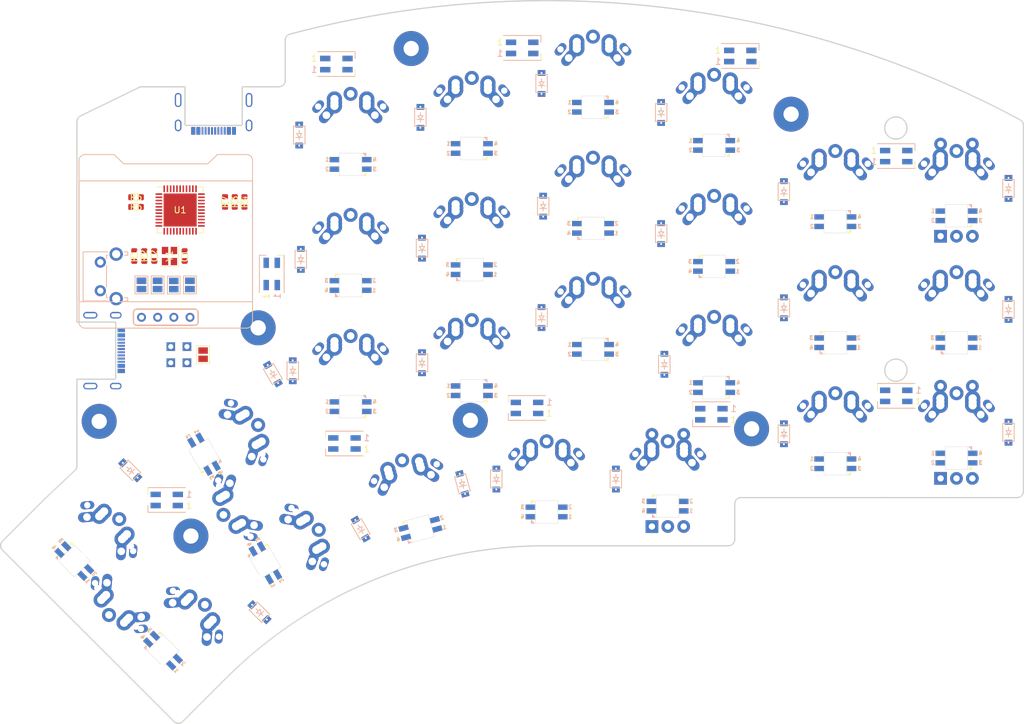
<source format=kicad_pcb>
(kicad_pcb (version 20171130) (host pcbnew 5.1.7-a382d34a8~87~ubuntu16.04.1)
  (layers (0 F.Cu signal) (31 B.Cu signal) (34 B.Paste user) (35 F.Paste user) (36 B.SilkS user) (37 F.SilkS user) (38 B.Mask user) (39 F.Mask user) (44 Edge.Cuts user))
  (net 0 "")
  (net 1 DATA)
  (net 2 GND)
  (net 3 VCC)
  (net 4 SCL)
  (net 5 SDA)
  (net 6 RGB)
  (net 7 ROW3)
  (net 8 ENC_A)
  (net 9 ROW2)
  (net 10 ROW1)
  (net 11 ROW0)
  (net 12 COL0)
  (net 13 COL1)
  (net 14 COL2)
  (net 15 COL3)
  (net 16 COL4)
  (net 17 COL5)
  (net 18 COL6)
  (net 19 COL7)
  (net 20 RST)
  (net 21 ENC_B)
  (net 22 "Net-(D1-Pad2)")
  (net 23 "Net-(D2-Pad2)")
  (net 24 "Net-(D3-Pad2)")
  (net 25 "Net-(D4-Pad2)")
  (net 26 "Net-(D5-Pad2)")
  (net 27 "Net-(D6-Pad2)")
  (net 28 "Net-(D7-Pad2)")
  (net 29 "Net-(D8-Pad2)")
  (net 30 "Net-(D9-Pad2)")
  (net 31 "Net-(D10-Pad2)")
  (net 32 "Net-(D11-Pad2)")
  (net 33 "Net-(D12-Pad2)")
  (net 34 "Net-(D13-Pad2)")
  (net 35 "Net-(D14-Pad2)")
  (net 36 "Net-(D15-Pad2)")
  (net 37 "Net-(D16-Pad2)")
  (net 38 "Net-(D17-Pad2)")
  (net 39 "Net-(D18-Pad2)")
  (net 40 "Net-(D19-Pad2)")
  (net 41 "Net-(D20-Pad2)")
  (net 42 "Net-(D21-Pad2)")
  (net 43 "Net-(D22-Pad2)")
  (net 44 "Net-(D23-Pad2)")
  (net 45 "Net-(D24-Pad2)")
  (net 46 "Net-(D25-Pad2)")
  (net 47 "Net-(J7-PadA5)")
  (net 48 "Net-(J7-PadA8)")
  (net 49 "Net-(J7-PadB5)")
  (net 50 "Net-(J7-PadB8)")
  (net 51 "Net-(J8-PadA5)")
  (net 52 "Net-(J8-PadA8)")
  (net 53 "Net-(J8-PadB5)")
  (net 54 "Net-(J8-PadB8)")
  (net 55 "Net-(D46-Pad2)")
  (net 56 "Net-(D49-Pad2)")
  (net 57 "Net-(D52-Pad2)")
  (net 58 "Net-(D56-Pad4)")
  (net 59 "Net-(D57-Pad4)")
  (net 60 "Net-(D59-Pad4)")
  (net 61 "Net-(D60-Pad4)")
  (net 62 "Net-(U1-Pad24)")
  (net 63 "Net-(U1-Pad42)")
  (net 64 "Net-(U1-Pad41)")
  (net 65 "Net-(U1-Pad40)")
  (net 66 "Net-(U1-Pad14)")
  (net 67 "Net-(U1-Pad32)")
  (net 68 "Net-(U1-Pad26)")
  (net 69 "Net-(U1-Pad22)")
  (net 70 "Net-(U1-Pad12)")
  (net 71 "Net-(U1-Pad8)")
  (net 72 "Net-(U1-Pad6)")
  (net 73 "Net-(U1-Pad2)")
  (net 74 "Net-(D26-Pad1)")
  (net 75 "Net-(D27-Pad1)")
  (net 76 "Net-(D28-Pad1)")
  (net 77 "Net-(D29-Pad1)")
  (net 78 "Net-(D30-Pad1)")
  (net 79 "Net-(D31-Pad1)")
  (net 80 "Net-(D32-Pad1)")
  (net 81 "Net-(D33-Pad1)")
  (net 82 "Net-(D34-Pad1)")
  (net 83 "Net-(D35-Pad1)")
  (net 84 "Net-(D36-Pad4)")
  (net 85 "Net-(D37-Pad4)")
  (net 86 "Net-(D38-Pad4)")
  (net 87 "Net-(D39-Pad4)")
  (net 88 "Net-(D40-Pad4)")
  (net 89 "Net-(D41-Pad4)")
  (net 90 "Net-(D42-Pad4)")
  (net 91 "Net-(D43-Pad4)")
  (net 92 "Net-(D44-Pad4)")
  (net 93 "Net-(D45-Pad4)")
  (net 94 "Net-(D46-Pad4)")
  (net 95 "Net-(D47-Pad2)")
  (net 96 "Net-(D48-Pad2)")
  (net 97 "Net-(D50-Pad2)")
  (net 98 "Net-(D51-Pad2)")
  (net 99 "Net-(D53-Pad2)")
  (net 100 "Net-(D54-Pad2)")
  (net 101 "Net-(D58-Pad4)")
  (net 102 "Net-(J4-PadA6)")
  (net 103 "Net-(J4-PadA7)")
  (net 104 "Net-(J4-PadA5)")
  (net 105 "Net-(J4-PadA8)")
  (net 106 "Net-(J4-PadB5)")
  (net 107 "Net-(J4-PadB8)")
  (net 108 "Net-(J5-PadA8)")
  (net 109 "Net-(J5-PadB8)")
  (net 110 "Net-(J6-Pad1)")
  (net 111 "Net-(J7-PadA6)")
  (net 112 "Net-(J10-Pad4)")
  (net 113 "Net-(J10-Pad3)")
  (net 114 "Net-(J10-Pad2)")
  (net 115 "Net-(J10-Pad1)")
  (net 116 VBUS)
  (net 117 "Net-(R7-Pad2)")
  (net 118 "Net-(C1-Pad1)")
  (net 119 "Net-(C2-Pad1)")
  (net 120 D+)
  (net 121 D-)
  (net 122 "Net-(Y1-Pad4)")
  (net 123 "Net-(Y1-Pad2)")
  (module Crystal:Crystal_SMD_2520-4Pin_2.5x2.0mm (layer F.Cu) (at 84.2518 72.1106 90)
    (fp_text reference Y1 (at 0 0.0034 90) (layer F.SilkS))
    (fp_text value 16MHz)
    (pad 4 smd rect (at -0.875 -0.7 90) (size 1.15 1) (layers F.Cu F.Paste F.Mask) (net 122 "Net-(Y1-Pad4)"))
    (pad 3 smd rect (at 0.875 -0.7 90) (size 1.15 1) (layers F.Cu F.Paste F.Mask) (net 119 "Net-(C2-Pad1)"))
    (pad 2 smd rect (at 0.875 0.7 90) (size 1.15 1) (layers F.Cu F.Paste F.Mask) (net 123 "Net-(Y1-Pad2)"))
    (pad 1 smd rect (at -0.875 0.7 90) (size 1.15 1) (layers F.Cu F.Paste F.Mask) (net 118 "Net-(C1-Pad1)"))
  )
  (module Resistor_SMD:R_0603_1608Metric (layer F.Cu) (at 92.9894 63.6016 90)
    (fp_text reference R7 (at 0 -0.0048 90) (layer F.SilkS))
    (fp_text value 10k)
    (pad 2 smd roundrect (at 0.825 0 90) (size 0.8 0.95) (layers F.Cu F.Paste F.Mask) (net 117 "Net-(R7-Pad2)"))
    (pad 1 smd roundrect (at -0.825 0 90) (size 0.8 0.95) (layers F.Cu F.Paste F.Mask) (net 2 GND))
  )
  (module Resistor_SMD:R_0603_1608Metric (layer F.Cu) (at 78.994 64.389 180)
    (fp_text reference R6 (at 0 0) (layer F.SilkS))
    (fp_text value 22r)
    (pad 2 smd roundrect (at 0.825 0 180) (size 0.8 0.95) (layers F.Cu F.Paste F.Mask) (net 102 "Net-(J4-PadA6)"))
    (pad 1 smd roundrect (at -0.825 0 180) (size 0.8 0.95) (layers F.Cu F.Paste F.Mask) (net 120 D+))
  )
  (module Resistor_SMD:R_0603_1608Metric (layer F.Cu) (at 78.994 62.865)
    (fp_text reference R5 (at 0 0) (layer F.SilkS))
    (fp_text value 22r)
    (pad 2 smd roundrect (at 0.825 0) (size 0.8 0.95) (layers F.Cu F.Paste F.Mask) (net 103 "Net-(J4-PadA7)"))
    (pad 1 smd roundrect (at -0.825 0) (size 0.8 0.95) (layers F.Cu F.Paste F.Mask) (net 121 D-))
  )
  (module Resistor_SMD:R_0603_1608Metric (layer F.Cu) (at 96.0374 63.6016 90)
    (fp_text reference R4 (at 0 0 90) (layer F.SilkS))
    (fp_text value 5K1)
    (pad 2 smd roundrect (at 0.825 0 90) (size 0.8 0.95) (layers F.Cu F.Paste F.Mask) (net 106 "Net-(J4-PadB5)"))
    (pad 1 smd roundrect (at -0.825 0 90) (size 0.8 0.95) (layers F.Cu F.Paste F.Mask) (net 2 GND))
  )
  (module Resistor_SMD:R_0603_1608Metric (layer F.Cu) (at 94.5134 63.6016 90)
    (fp_text reference R3 (at 0 0 90) (layer F.SilkS))
    (fp_text value 5K1)
    (pad 2 smd roundrect (at 0.825 0 90) (size 0.8 0.95) (layers F.Cu F.Paste F.Mask) (net 104 "Net-(J4-PadA5)"))
    (pad 1 smd roundrect (at -0.825 0 90) (size 0.8 0.95) (layers F.Cu F.Paste F.Mask) (net 2 GND))
  )
  (module Resistor_SMD:R_0603_1608Metric (layer F.Cu) (at 80.2894 72.1106 90)
    (fp_text reference R2 (at 0 0 90) (layer F.SilkS))
    (fp_text value 4k7)
    (pad 2 smd roundrect (at 0.825 0 90) (size 0.8 0.95) (layers F.Cu F.Paste F.Mask) (net 3 VCC))
    (pad 1 smd roundrect (at -0.825 0 90) (size 0.8 0.95) (layers F.Cu F.Paste F.Mask) (net 4 SCL))
  )
  (module Resistor_SMD:R_0603_1608Metric (layer F.Cu) (at 78.7146 72.1106 90)
    (fp_text reference R1 (at 0 0 90) (layer F.SilkS))
    (fp_text value 4k7)
    (pad 2 smd roundrect (at 0.825 0 90) (size 0.8 0.95) (layers F.Cu F.Paste F.Mask) (net 3 VCC))
    (pad 1 smd roundrect (at -0.825 0 90) (size 0.8 0.95) (layers F.Cu F.Paste F.Mask) (net 5 SDA))
  )
  (module Capacitor_SMD:C_0603_1608Metric (layer F.Cu) (at 81.8642 72.1106 270)
    (fp_text reference C2 (at 0 0 90) (layer F.SilkS))
    (fp_text value C_Small)
    (pad 2 smd roundrect (at 0.775 0 270) (size 0.9 0.95) (layers F.Cu F.Paste F.Mask) (net 2 GND))
    (pad 1 smd roundrect (at -0.775 0 270) (size 0.9 0.95) (layers F.Cu F.Paste F.Mask) (net 119 "Net-(C2-Pad1)"))
  )
  (module Capacitor_SMD:C_0603_1608Metric (layer F.Cu) (at 86.6394 72.1106 90)
    (fp_text reference C1 (at 0 0 90) (layer F.SilkS))
    (fp_text value C_Small)
    (pad 2 smd roundrect (at 0.775 0 90) (size 0.9 0.95) (layers F.Cu F.Paste F.Mask) (net 2 GND))
    (pad 1 smd roundrect (at -0.775 0 90) (size 0.9 0.95) (layers F.Cu F.Paste F.Mask) (net 118 "Net-(C1-Pad1)"))
  )
  (module "ARDUINO PRO MICRO:ECODER" (layer F.Cu) (at 162.592 107.164 90)
    (fp_text reference SW24)
    (fp_text value " ")
    (pad S1 thru_hole circle (at 7 2.5 90) (size 2 2) (drill 1) (layers *.Cu *.Mask) (net 16 COL4))
    (pad S2 thru_hole circle (at 7 -2.5 90) (size 2 2) (drill 1) (layers *.Cu *.Mask) (net 46 "Net-(D25-Pad2)"))
    (pad B thru_hole circle (at -7.5 2.5 90) (size 2 2) (drill 1) (layers *.Cu *.Mask) (net 21 ENC_B))
    (pad C thru_hole circle (at -7.5 0 90) (size 2 2) (drill 1) (layers *.Cu *.Mask) (net 2 GND))
    (pad A thru_hole rect (at -7.5 -2.5 90) (size 2 2) (drill 1) (layers *.Cu *.Mask) (net 8 ENC_A))
  )
  (module "ARDUINO PRO MICRO:ECODER" (layer F.Cu) (at 207.978 99.5941 90)
    (fp_text reference SW15)
    (fp_text value " ")
    (pad S1 thru_hole circle (at 7 2.5 90) (size 2 2) (drill 1) (layers *.Cu *.Mask) (net 41 "Net-(D20-Pad2)"))
    (pad S2 thru_hole circle (at 7 -2.5 90) (size 2 2) (drill 1) (layers *.Cu *.Mask) (net 19 COL7))
    (pad B thru_hole circle (at -7.5 2.5 90) (size 2 2) (drill 1) (layers *.Cu *.Mask) (net 21 ENC_B))
    (pad C thru_hole circle (at -7.5 0 90) (size 2 2) (drill 1) (layers *.Cu *.Mask) (net 2 GND))
    (pad A thru_hole rect (at -7.5 -2.5 90) (size 2 2) (drill 1) (layers *.Cu *.Mask) (net 8 ENC_A))
  )
  (module "ARDUINO PRO MICRO:ECODER" (layer F.Cu) (at 207.978 61.4941 90)
    (fp_text reference SW1)
    (fp_text value " ")
    (pad S1 thru_hole circle (at 7 2.5 90) (size 2 2) (drill 1) (layers *.Cu *.Mask) (net 27 "Net-(D6-Pad2)"))
    (pad S2 thru_hole circle (at 7 -2.5 90) (size 2 2) (drill 1) (layers *.Cu *.Mask) (net 19 COL7))
    (pad B thru_hole circle (at -7.5 2.5 90) (size 2 2) (drill 1) (layers *.Cu *.Mask) (net 21 ENC_B))
    (pad C thru_hole circle (at -7.5 0 90) (size 2 2) (drill 1) (layers *.Cu *.Mask) (net 2 GND))
    (pad A thru_hole rect (at -7.5 -2.5 90) (size 2 2) (drill 1) (layers *.Cu *.Mask) (net 8 ENC_A))
  )
  (module Button_Switch_THT:SW_Tactile_SPST_Angled_PTS645Vx31-2LFS (layer F.Cu) (at 73.3806 77.5716 90)
    (fp_text reference SW14)
    (fp_text value RST)
    (pad "" thru_hole circle (at -1.25 2.49 90) (size 2.1 2.1) (drill 1.3) (layers *.Cu *.Mask))
    (pad 1 thru_hole circle (at 0 0 90) (size 1.75 1.75) (drill 0.99) (layers *.Cu *.Mask) (net 20 RST))
    (pad 2 thru_hole circle (at 4.5 0 90) (size 1.75 1.75) (drill 0.99) (layers *.Cu *.Mask) (net 2 GND))
    (pad "" thru_hole circle (at 5.76 2.49 90) (size 2.1 2.1) (drill 1.3) (layers *.Cu *.Mask))
  )
  (module fruitkt:128x64OLED (layer F.Cu) (at 83.6676 69.7992 180)
    (fp_text reference J10)
    (fp_text value OLED)
    (pad 4 thru_hole circle (at 3.81 -11.95 180) (size 1.4 1.4) (drill 0.8) (layers *.Cu *.Mask) (net 112 "Net-(J10-Pad4)"))
    (pad 3 thru_hole circle (at 1.27 -11.95 180) (size 1.4 1.4) (drill 0.8) (layers *.Cu *.Mask) (net 113 "Net-(J10-Pad3)"))
    (pad 2 thru_hole circle (at -1.27 -11.95 180) (size 1.4 1.4) (drill 0.8) (layers *.Cu *.Mask) (net 114 "Net-(J10-Pad2)"))
    (pad 1 thru_hole circle (at -3.81 -11.95 180) (size 1.4 1.4) (drill 0.8) (layers *.Cu *.Mask) (net 115 "Net-(J10-Pad1)"))
    (pad "" np_thru_hole oval (at -10.35 11.6 180) (size 4 2.2) (drill oval 4 2.2) (layers *.Cu *.Mask))
    (pad "" np_thru_hole oval (at 10.35 11.6 180) (size 4 2.2) (drill oval 4 2.2) (layers *.Cu *.Mask))
  )
  (module kyria:sk6812mini-e-r-l (layer F.Cu) (at 72.9742 116.4082 315)
    (fp_text reference D59)
    (fp_text value " ")
    (fp_line (start 1.778 3.429) (end -1.778 3.429) (layer Edge.Cuts) (width 0.05))
    (fp_line (start 1.778 6.985) (end 1.778 3.429) (layer Edge.Cuts) (width 0.05))
    (fp_line (start 1.778 6.985) (end -1.778 6.985) (layer Edge.Cuts) (width 0.05))
    (fp_line (start -1.778 3.429) (end -1.778 6.985) (layer Edge.Cuts) (width 0.05))
    (fp_text user 3 (at -3.78206 4.445 135) (layer B.SilkS) (effects (font (size 0.6 0.6)) (justify mirror)))
    (fp_text user 3 (at -3.78206 5.969 135) (layer F.SilkS) (effects (font (size 0.6 0.6))))
    (fp_text user 2 (at 3.683 4.445 135) (layer B.SilkS) (effects (font (size 0.6 0.6)) (justify mirror)))
    (fp_text user 1 (at 3.683 4.445 135) (layer F.SilkS) (effects (font (size 0.6 0.6))))
    (fp_text user 4 (at -3.78206 5.969 135) (layer B.SilkS) (effects (font (size 0.6 0.6)) (justify mirror)))
    (fp_text user 2 (at 3.683 5.969 135) (layer F.SilkS) (effects (font (size 0.6 0.6))))
    (fp_text user 4 (at -3.78206 4.445 135) (layer F.SilkS) (effects (font (size 0.6 0.6))))
    (fp_text user 1 (at 3.683 5.969 135) (layer B.SilkS) (effects (font (size 0.6 0.6)) (justify mirror)))
    (pad 2 smd trapezoid (at 2.54 5.957 135) (size 1.5 0.82) (layers F.Cu F.Paste F.Mask) (net 101 "Net-(D58-Pad4)"))
    (pad 3 smd rect (at -2.54 5.957 135) (size 1.5 0.82) (layers F.Cu F.Paste F.Mask) (net 3 VCC))
    (pad 3 smd rect (at -2.54 4.457 135) (size 1.5 0.82) (layers B.Cu B.Paste B.Mask) (net 3 VCC))
    (pad 1 smd rect (at 2.54 4.457 135) (size 1.5 0.82) (layers F.Cu F.Paste F.Mask) (net 2 GND))
    (pad 4 smd rect (at -2.54 4.457 135) (size 1.5 0.82) (layers F.Cu F.Paste F.Mask) (net 60 "Net-(D59-Pad4)"))
    (pad 2 smd trapezoid (at 2.54 4.457 135) (size 1.5 0.82) (layers B.Cu B.Paste B.Mask) (net 101 "Net-(D58-Pad4)"))
    (pad 1 smd rect (at 2.54 5.957 135) (size 1.5 0.82) (layers B.Cu B.Paste B.Mask) (net 2 GND))
    (pad 4 smd rect (at -2.54 5.957 135) (size 1.5 0.82) (layers B.Cu B.Paste B.Mask) (net 60 "Net-(D59-Pad4)"))
  )
  (module kyria:sk6812mini-e-r-l (layer F.Cu) (at 86.9188 130.5052 315)
    (fp_text reference D58)
    (fp_text value " ")
    (fp_line (start 1.778 3.429) (end -1.778 3.429) (layer Edge.Cuts) (width 0.05))
    (fp_line (start 1.778 6.985) (end 1.778 3.429) (layer Edge.Cuts) (width 0.05))
    (fp_line (start 1.778 6.985) (end -1.778 6.985) (layer Edge.Cuts) (width 0.05))
    (fp_line (start -1.778 3.429) (end -1.778 6.985) (layer Edge.Cuts) (width 0.05))
    (fp_text user 3 (at -3.78206 4.445 135) (layer B.SilkS) (effects (font (size 0.6 0.6)) (justify mirror)))
    (fp_text user 3 (at -3.78206 5.969 135) (layer F.SilkS) (effects (font (size 0.6 0.6))))
    (fp_text user 2 (at 3.683 4.445 135) (layer B.SilkS) (effects (font (size 0.6 0.6)) (justify mirror)))
    (fp_text user 1 (at 3.683 4.445 135) (layer F.SilkS) (effects (font (size 0.6 0.6))))
    (fp_text user 4 (at -3.78206 5.969 135) (layer B.SilkS) (effects (font (size 0.6 0.6)) (justify mirror)))
    (fp_text user 2 (at 3.683 5.969 135) (layer F.SilkS) (effects (font (size 0.6 0.6))))
    (fp_text user 4 (at -3.78206 4.445 135) (layer F.SilkS) (effects (font (size 0.6 0.6))))
    (fp_text user 1 (at 3.683 5.969 135) (layer B.SilkS) (effects (font (size 0.6 0.6)) (justify mirror)))
    (pad 2 smd trapezoid (at 2.54 5.957 135) (size 1.5 0.82) (layers F.Cu F.Paste F.Mask) (net 59 "Net-(D57-Pad4)"))
    (pad 3 smd rect (at -2.54 5.957 135) (size 1.5 0.82) (layers F.Cu F.Paste F.Mask) (net 3 VCC))
    (pad 3 smd rect (at -2.54 4.457 135) (size 1.5 0.82) (layers B.Cu B.Paste B.Mask) (net 3 VCC))
    (pad 1 smd rect (at 2.54 4.457 135) (size 1.5 0.82) (layers F.Cu F.Paste F.Mask) (net 2 GND))
    (pad 4 smd rect (at -2.54 4.457 135) (size 1.5 0.82) (layers F.Cu F.Paste F.Mask) (net 101 "Net-(D58-Pad4)"))
    (pad 2 smd trapezoid (at 2.54 4.457 135) (size 1.5 0.82) (layers B.Cu B.Paste B.Mask) (net 59 "Net-(D57-Pad4)"))
    (pad 1 smd rect (at 2.54 5.957 135) (size 1.5 0.82) (layers B.Cu B.Paste B.Mask) (net 2 GND))
    (pad 4 smd rect (at -2.54 5.957 135) (size 1.5 0.82) (layers B.Cu B.Paste B.Mask) (net 101 "Net-(D58-Pad4)"))
  )
  (module kyria:sk6812mini-e-r-l (layer F.Cu) (at 103.8352 117.7798 300)
    (fp_text reference D57)
    (fp_text value " ")
    (fp_line (start 1.778 3.429) (end -1.778 3.429) (layer Edge.Cuts) (width 0.05))
    (fp_line (start 1.778 6.985) (end 1.778 3.429) (layer Edge.Cuts) (width 0.05))
    (fp_line (start 1.778 6.985) (end -1.778 6.985) (layer Edge.Cuts) (width 0.05))
    (fp_line (start -1.778 3.429) (end -1.778 6.985) (layer Edge.Cuts) (width 0.05))
    (fp_text user 3 (at -3.78206 4.445 120) (layer B.SilkS) (effects (font (size 0.6 0.6)) (justify mirror)))
    (fp_text user 3 (at -3.78206 5.969 120) (layer F.SilkS) (effects (font (size 0.6 0.6))))
    (fp_text user 2 (at 3.683 4.445 120) (layer B.SilkS) (effects (font (size 0.6 0.6)) (justify mirror)))
    (fp_text user 1 (at 3.683 4.445 120) (layer F.SilkS) (effects (font (size 0.6 0.6))))
    (fp_text user 4 (at -3.78206 5.969 120) (layer B.SilkS) (effects (font (size 0.6 0.6)) (justify mirror)))
    (fp_text user 2 (at 3.683 5.969 120) (layer F.SilkS) (effects (font (size 0.6 0.6))))
    (fp_text user 4 (at -3.78206 4.445 120) (layer F.SilkS) (effects (font (size 0.6 0.6))))
    (fp_text user 1 (at 3.683 5.969 120) (layer B.SilkS) (effects (font (size 0.6 0.6)) (justify mirror)))
    (pad 2 smd trapezoid (at 2.54 5.957 120) (size 1.5 0.82) (layers F.Cu F.Paste F.Mask) (net 58 "Net-(D56-Pad4)"))
    (pad 3 smd rect (at -2.54 5.957 120) (size 1.5 0.82) (layers F.Cu F.Paste F.Mask) (net 3 VCC))
    (pad 3 smd rect (at -2.54 4.457 120) (size 1.5 0.82) (layers B.Cu B.Paste B.Mask) (net 3 VCC))
    (pad 1 smd rect (at 2.54 4.457 120) (size 1.5 0.82) (layers F.Cu F.Paste F.Mask) (net 2 GND))
    (pad 4 smd rect (at -2.54 4.457 120) (size 1.5 0.82) (layers F.Cu F.Paste F.Mask) (net 59 "Net-(D57-Pad4)"))
    (pad 2 smd trapezoid (at 2.54 4.457 120) (size 1.5 0.82) (layers B.Cu B.Paste B.Mask) (net 58 "Net-(D56-Pad4)"))
    (pad 1 smd rect (at 2.54 5.957 120) (size 1.5 0.82) (layers B.Cu B.Paste B.Mask) (net 2 GND))
    (pad 4 smd rect (at -2.54 5.957 120) (size 1.5 0.82) (layers B.Cu B.Paste B.Mask) (net 59 "Net-(D57-Pad4)"))
  )
  (module kyria:sk6812mini-e-r-l (layer F.Cu) (at 122.351 109.954 15)
    (fp_text reference D56)
    (fp_text value " ")
    (fp_line (start 1.778 3.429) (end -1.778 3.429) (layer Edge.Cuts) (width 0.05))
    (fp_line (start 1.778 6.985) (end 1.778 3.429) (layer Edge.Cuts) (width 0.05))
    (fp_line (start 1.778 6.985) (end -1.778 6.985) (layer Edge.Cuts) (width 0.05))
    (fp_line (start -1.778 3.429) (end -1.778 6.985) (layer Edge.Cuts) (width 0.05))
    (fp_text user 3 (at -3.78206 4.445 15) (layer B.SilkS) (effects (font (size 0.6 0.6)) (justify mirror)))
    (fp_text user 3 (at -3.78206 5.969 15) (layer F.SilkS) (effects (font (size 0.6 0.6))))
    (fp_text user 2 (at 3.683 4.445 15) (layer B.SilkS) (effects (font (size 0.6 0.6)) (justify mirror)))
    (fp_text user 1 (at 3.683 4.445 15) (layer F.SilkS) (effects (font (size 0.6 0.6))))
    (fp_text user 4 (at -3.78206 5.969 15) (layer B.SilkS) (effects (font (size 0.6 0.6)) (justify mirror)))
    (fp_text user 2 (at 3.683 5.969 15) (layer F.SilkS) (effects (font (size 0.6 0.6))))
    (fp_text user 4 (at -3.78206 4.445 15) (layer F.SilkS) (effects (font (size 0.6 0.6))))
    (fp_text user 1 (at 3.683 5.969 15) (layer B.SilkS) (effects (font (size 0.6 0.6)) (justify mirror)))
    (pad 2 smd trapezoid (at 2.54 5.957 195) (size 1.5 0.82) (layers F.Cu F.Paste F.Mask) (net 94 "Net-(D46-Pad4)"))
    (pad 3 smd rect (at -2.54 5.957 195) (size 1.5 0.82) (layers F.Cu F.Paste F.Mask) (net 3 VCC))
    (pad 3 smd rect (at -2.54 4.457 195) (size 1.5 0.82) (layers B.Cu B.Paste B.Mask) (net 3 VCC))
    (pad 1 smd rect (at 2.54 4.457 195) (size 1.5 0.82) (layers F.Cu F.Paste F.Mask) (net 2 GND))
    (pad 4 smd rect (at -2.54 4.457 195) (size 1.5 0.82) (layers F.Cu F.Paste F.Mask) (net 58 "Net-(D56-Pad4)"))
    (pad 2 smd trapezoid (at 2.54 4.457 195) (size 1.5 0.82) (layers B.Cu B.Paste B.Mask) (net 94 "Net-(D46-Pad4)"))
    (pad 1 smd rect (at 2.54 5.957 195) (size 1.5 0.82) (layers B.Cu B.Paste B.Mask) (net 2 GND))
    (pad 4 smd rect (at -2.54 5.957 195) (size 1.5 0.82) (layers B.Cu B.Paste B.Mask) (net 58 "Net-(D56-Pad4)"))
  )
  (module kyria:sk6812mini-e (layer F.Cu) (at 188.928 99.5941)
    (fp_text reference D49)
    (fp_text value " ")
    (fp_line (start 1.778 6.985) (end 1.778 3.429) (layer Edge.Cuts) (width 0.05))
    (fp_line (start -1.778 3.429) (end 1.778 3.429) (layer Edge.Cuts) (width 0.05))
    (fp_line (start -1.778 3.429) (end -1.778 6.985) (layer Edge.Cuts) (width 0.05))
    (fp_line (start -1.778 6.985) (end 1.778 6.985) (layer Edge.Cuts) (width 0.05))
    (fp_text user 1 (at -3.683 4.445 -180) (layer B.SilkS) (effects (font (size 0.6 0.6)) (justify mirror)))
    (fp_text user 4 (at 3.78206 5.969 180) (layer F.SilkS) (effects (font (size 0.6 0.6))))
    (fp_text user 2 (at -3.683 4.445 180) (layer F.SilkS) (effects (font (size 0.6 0.6))))
    (fp_text user 4 (at 3.78206 4.445 -180) (layer B.SilkS) (effects (font (size 0.6 0.6)) (justify mirror)))
    (fp_text user 1 (at -3.683 5.969 180) (layer F.SilkS) (effects (font (size 0.6 0.6))))
    (fp_text user 2 (at -3.683 5.969 -180) (layer B.SilkS) (effects (font (size 0.6 0.6)) (justify mirror)))
    (fp_text user 3 (at 3.78206 4.445 180) (layer F.SilkS) (effects (font (size 0.6 0.6))))
    (fp_text user 3 (at 3.78206 5.969 -180) (layer B.SilkS) (effects (font (size 0.6 0.6)) (justify mirror)))
    (pad 4 smd rect (at 2.54 4.457) (size 1.5 0.82) (layers B.Cu B.Paste B.Mask) (net 96 "Net-(D48-Pad2)"))
    (pad 1 smd rect (at -2.54 4.457) (size 1.5 0.82) (layers B.Cu B.Paste B.Mask) (net 2 GND))
    (pad 2 smd trapezoid (at -2.54 5.957) (size 1.5 0.82) (layers B.Cu B.Paste B.Mask) (net 56 "Net-(D49-Pad2)"))
    (pad 4 smd rect (at 2.54 5.957) (size 1.5 0.82) (layers F.Cu F.Paste F.Mask) (net 96 "Net-(D48-Pad2)"))
    (pad 1 smd rect (at -2.54 5.957) (size 1.5 0.82) (layers F.Cu F.Paste F.Mask) (net 2 GND))
    (pad 3 smd rect (at 2.54 5.957) (size 1.5 0.82) (layers B.Cu B.Paste B.Mask) (net 3 VCC))
    (pad 2 smd trapezoid (at -2.54 4.457) (size 1.5 0.82) (layers F.Cu F.Paste F.Mask) (net 56 "Net-(D49-Pad2)"))
    (pad 3 smd rect (at 2.54 4.457) (size 1.5 0.82) (layers F.Cu F.Paste F.Mask) (net 3 VCC))
  )
  (module kyria:sk6812mini-e (layer F.Cu) (at 207.978 98.679)
    (fp_text reference D48)
    (fp_text value " ")
    (fp_line (start 1.778 6.985) (end 1.778 3.429) (layer Edge.Cuts) (width 0.05))
    (fp_line (start -1.778 3.429) (end 1.778 3.429) (layer Edge.Cuts) (width 0.05))
    (fp_line (start -1.778 3.429) (end -1.778 6.985) (layer Edge.Cuts) (width 0.05))
    (fp_line (start -1.778 6.985) (end 1.778 6.985) (layer Edge.Cuts) (width 0.05))
    (fp_text user 1 (at -3.683 4.445 -180) (layer B.SilkS) (effects (font (size 0.6 0.6)) (justify mirror)))
    (fp_text user 4 (at 3.78206 5.969 180) (layer F.SilkS) (effects (font (size 0.6 0.6))))
    (fp_text user 2 (at -3.683 4.445 180) (layer F.SilkS) (effects (font (size 0.6 0.6))))
    (fp_text user 4 (at 3.78206 4.445 -180) (layer B.SilkS) (effects (font (size 0.6 0.6)) (justify mirror)))
    (fp_text user 1 (at -3.683 5.969 180) (layer F.SilkS) (effects (font (size 0.6 0.6))))
    (fp_text user 2 (at -3.683 5.969 -180) (layer B.SilkS) (effects (font (size 0.6 0.6)) (justify mirror)))
    (fp_text user 3 (at 3.78206 4.445 180) (layer F.SilkS) (effects (font (size 0.6 0.6))))
    (fp_text user 3 (at 3.78206 5.969 -180) (layer B.SilkS) (effects (font (size 0.6 0.6)) (justify mirror)))
    (pad 4 smd rect (at 2.54 4.457) (size 1.5 0.82) (layers B.Cu B.Paste B.Mask) (net 95 "Net-(D47-Pad2)"))
    (pad 1 smd rect (at -2.54 4.457) (size 1.5 0.82) (layers B.Cu B.Paste B.Mask) (net 2 GND))
    (pad 2 smd trapezoid (at -2.54 5.957) (size 1.5 0.82) (layers B.Cu B.Paste B.Mask) (net 96 "Net-(D48-Pad2)"))
    (pad 4 smd rect (at 2.54 5.957) (size 1.5 0.82) (layers F.Cu F.Paste F.Mask) (net 95 "Net-(D47-Pad2)"))
    (pad 1 smd rect (at -2.54 5.957) (size 1.5 0.82) (layers F.Cu F.Paste F.Mask) (net 2 GND))
    (pad 3 smd rect (at 2.54 5.957) (size 1.5 0.82) (layers B.Cu B.Paste B.Mask) (net 3 VCC))
    (pad 2 smd trapezoid (at -2.54 4.457) (size 1.5 0.82) (layers F.Cu F.Paste F.Mask) (net 96 "Net-(D48-Pad2)"))
    (pad 3 smd rect (at 2.54 4.457) (size 1.5 0.82) (layers F.Cu F.Paste F.Mask) (net 3 VCC))
  )
  (module kyria:sk6812mini-e (layer F.Cu) (at 150.828 81.5941)
    (fp_text reference D51)
    (fp_text value " ")
    (fp_line (start 1.778 6.985) (end 1.778 3.429) (layer Edge.Cuts) (width 0.05))
    (fp_line (start -1.778 3.429) (end 1.778 3.429) (layer Edge.Cuts) (width 0.05))
    (fp_line (start -1.778 3.429) (end -1.778 6.985) (layer Edge.Cuts) (width 0.05))
    (fp_line (start -1.778 6.985) (end 1.778 6.985) (layer Edge.Cuts) (width 0.05))
    (fp_text user 1 (at -3.683 4.445 -180) (layer B.SilkS) (effects (font (size 0.6 0.6)) (justify mirror)))
    (fp_text user 4 (at 3.78206 5.969 180) (layer F.SilkS) (effects (font (size 0.6 0.6))))
    (fp_text user 2 (at -3.683 4.445 180) (layer F.SilkS) (effects (font (size 0.6 0.6))))
    (fp_text user 4 (at 3.78206 4.445 -180) (layer B.SilkS) (effects (font (size 0.6 0.6)) (justify mirror)))
    (fp_text user 1 (at -3.683 5.969 180) (layer F.SilkS) (effects (font (size 0.6 0.6))))
    (fp_text user 2 (at -3.683 5.969 -180) (layer B.SilkS) (effects (font (size 0.6 0.6)) (justify mirror)))
    (fp_text user 3 (at 3.78206 4.445 180) (layer F.SilkS) (effects (font (size 0.6 0.6))))
    (fp_text user 3 (at 3.78206 5.969 -180) (layer B.SilkS) (effects (font (size 0.6 0.6)) (justify mirror)))
    (pad 4 smd rect (at 2.54 4.457) (size 1.5 0.82) (layers B.Cu B.Paste B.Mask) (net 97 "Net-(D50-Pad2)"))
    (pad 1 smd rect (at -2.54 4.457) (size 1.5 0.82) (layers B.Cu B.Paste B.Mask) (net 2 GND))
    (pad 2 smd trapezoid (at -2.54 5.957) (size 1.5 0.82) (layers B.Cu B.Paste B.Mask) (net 98 "Net-(D51-Pad2)"))
    (pad 4 smd rect (at 2.54 5.957) (size 1.5 0.82) (layers F.Cu F.Paste F.Mask) (net 97 "Net-(D50-Pad2)"))
    (pad 1 smd rect (at -2.54 5.957) (size 1.5 0.82) (layers F.Cu F.Paste F.Mask) (net 2 GND))
    (pad 3 smd rect (at 2.54 5.957) (size 1.5 0.82) (layers B.Cu B.Paste B.Mask) (net 3 VCC))
    (pad 2 smd trapezoid (at -2.54 4.457) (size 1.5 0.82) (layers F.Cu F.Paste F.Mask) (net 98 "Net-(D51-Pad2)"))
    (pad 3 smd rect (at 2.54 4.457) (size 1.5 0.82) (layers F.Cu F.Paste F.Mask) (net 3 VCC))
  )
  (module kyria:sk6812mini-e (layer F.Cu) (at 169.878 87.5941)
    (fp_text reference D50)
    (fp_text value " ")
    (fp_line (start 1.778 6.985) (end 1.778 3.429) (layer Edge.Cuts) (width 0.05))
    (fp_line (start -1.778 3.429) (end 1.778 3.429) (layer Edge.Cuts) (width 0.05))
    (fp_line (start -1.778 3.429) (end -1.778 6.985) (layer Edge.Cuts) (width 0.05))
    (fp_line (start -1.778 6.985) (end 1.778 6.985) (layer Edge.Cuts) (width 0.05))
    (fp_text user 1 (at -3.683 4.445 -180) (layer B.SilkS) (effects (font (size 0.6 0.6)) (justify mirror)))
    (fp_text user 4 (at 3.78206 5.969 180) (layer F.SilkS) (effects (font (size 0.6 0.6))))
    (fp_text user 2 (at -3.683 4.445 180) (layer F.SilkS) (effects (font (size 0.6 0.6))))
    (fp_text user 4 (at 3.78206 4.445 -180) (layer B.SilkS) (effects (font (size 0.6 0.6)) (justify mirror)))
    (fp_text user 1 (at -3.683 5.969 180) (layer F.SilkS) (effects (font (size 0.6 0.6))))
    (fp_text user 2 (at -3.683 5.969 -180) (layer B.SilkS) (effects (font (size 0.6 0.6)) (justify mirror)))
    (fp_text user 3 (at 3.78206 4.445 180) (layer F.SilkS) (effects (font (size 0.6 0.6))))
    (fp_text user 3 (at 3.78206 5.969 -180) (layer B.SilkS) (effects (font (size 0.6 0.6)) (justify mirror)))
    (pad 4 smd rect (at 2.54 4.457) (size 1.5 0.82) (layers B.Cu B.Paste B.Mask) (net 56 "Net-(D49-Pad2)"))
    (pad 1 smd rect (at -2.54 4.457) (size 1.5 0.82) (layers B.Cu B.Paste B.Mask) (net 2 GND))
    (pad 2 smd trapezoid (at -2.54 5.957) (size 1.5 0.82) (layers B.Cu B.Paste B.Mask) (net 97 "Net-(D50-Pad2)"))
    (pad 4 smd rect (at 2.54 5.957) (size 1.5 0.82) (layers F.Cu F.Paste F.Mask) (net 56 "Net-(D49-Pad2)"))
    (pad 1 smd rect (at -2.54 5.957) (size 1.5 0.82) (layers F.Cu F.Paste F.Mask) (net 2 GND))
    (pad 3 smd rect (at 2.54 5.957) (size 1.5 0.82) (layers B.Cu B.Paste B.Mask) (net 3 VCC))
    (pad 2 smd trapezoid (at -2.54 4.457) (size 1.5 0.82) (layers F.Cu F.Paste F.Mask) (net 97 "Net-(D50-Pad2)"))
    (pad 3 smd rect (at 2.54 4.457) (size 1.5 0.82) (layers F.Cu F.Paste F.Mask) (net 3 VCC))
  )
  (module kyria:sk6812mini-e (layer F.Cu) (at 131.778 88.0941)
    (fp_text reference D52)
    (fp_text value " ")
    (fp_line (start 1.778 6.985) (end 1.778 3.429) (layer Edge.Cuts) (width 0.05))
    (fp_line (start -1.778 3.429) (end 1.778 3.429) (layer Edge.Cuts) (width 0.05))
    (fp_line (start -1.778 3.429) (end -1.778 6.985) (layer Edge.Cuts) (width 0.05))
    (fp_line (start -1.778 6.985) (end 1.778 6.985) (layer Edge.Cuts) (width 0.05))
    (fp_text user 1 (at -3.683 4.445 -180) (layer B.SilkS) (effects (font (size 0.6 0.6)) (justify mirror)))
    (fp_text user 4 (at 3.78206 5.969 180) (layer F.SilkS) (effects (font (size 0.6 0.6))))
    (fp_text user 2 (at -3.683 4.445 180) (layer F.SilkS) (effects (font (size 0.6 0.6))))
    (fp_text user 4 (at 3.78206 4.445 -180) (layer B.SilkS) (effects (font (size 0.6 0.6)) (justify mirror)))
    (fp_text user 1 (at -3.683 5.969 180) (layer F.SilkS) (effects (font (size 0.6 0.6))))
    (fp_text user 2 (at -3.683 5.969 -180) (layer B.SilkS) (effects (font (size 0.6 0.6)) (justify mirror)))
    (fp_text user 3 (at 3.78206 4.445 180) (layer F.SilkS) (effects (font (size 0.6 0.6))))
    (fp_text user 3 (at 3.78206 5.969 -180) (layer B.SilkS) (effects (font (size 0.6 0.6)) (justify mirror)))
    (pad 4 smd rect (at 2.54 4.457) (size 1.5 0.82) (layers B.Cu B.Paste B.Mask) (net 98 "Net-(D51-Pad2)"))
    (pad 1 smd rect (at -2.54 4.457) (size 1.5 0.82) (layers B.Cu B.Paste B.Mask) (net 2 GND))
    (pad 2 smd trapezoid (at -2.54 5.957) (size 1.5 0.82) (layers B.Cu B.Paste B.Mask) (net 57 "Net-(D52-Pad2)"))
    (pad 4 smd rect (at 2.54 5.957) (size 1.5 0.82) (layers F.Cu F.Paste F.Mask) (net 98 "Net-(D51-Pad2)"))
    (pad 1 smd rect (at -2.54 5.957) (size 1.5 0.82) (layers F.Cu F.Paste F.Mask) (net 2 GND))
    (pad 3 smd rect (at 2.54 5.957) (size 1.5 0.82) (layers B.Cu B.Paste B.Mask) (net 3 VCC))
    (pad 2 smd trapezoid (at -2.54 4.457) (size 1.5 0.82) (layers F.Cu F.Paste F.Mask) (net 57 "Net-(D52-Pad2)"))
    (pad 3 smd rect (at 2.54 4.457) (size 1.5 0.82) (layers F.Cu F.Paste F.Mask) (net 3 VCC))
  )
  (module kyria:sk6812mini-e (layer F.Cu) (at 112.728 90.5941)
    (fp_text reference D53)
    (fp_text value " ")
    (fp_line (start 1.778 6.985) (end 1.778 3.429) (layer Edge.Cuts) (width 0.05))
    (fp_line (start -1.778 3.429) (end 1.778 3.429) (layer Edge.Cuts) (width 0.05))
    (fp_line (start -1.778 3.429) (end -1.778 6.985) (layer Edge.Cuts) (width 0.05))
    (fp_line (start -1.778 6.985) (end 1.778 6.985) (layer Edge.Cuts) (width 0.05))
    (fp_text user 1 (at -3.683 4.445 -180) (layer B.SilkS) (effects (font (size 0.6 0.6)) (justify mirror)))
    (fp_text user 4 (at 3.78206 5.969 180) (layer F.SilkS) (effects (font (size 0.6 0.6))))
    (fp_text user 2 (at -3.683 4.445 180) (layer F.SilkS) (effects (font (size 0.6 0.6))))
    (fp_text user 4 (at 3.78206 4.445 -180) (layer B.SilkS) (effects (font (size 0.6 0.6)) (justify mirror)))
    (fp_text user 1 (at -3.683 5.969 180) (layer F.SilkS) (effects (font (size 0.6 0.6))))
    (fp_text user 2 (at -3.683 5.969 -180) (layer B.SilkS) (effects (font (size 0.6 0.6)) (justify mirror)))
    (fp_text user 3 (at 3.78206 4.445 180) (layer F.SilkS) (effects (font (size 0.6 0.6))))
    (fp_text user 3 (at 3.78206 5.969 -180) (layer B.SilkS) (effects (font (size 0.6 0.6)) (justify mirror)))
    (pad 4 smd rect (at 2.54 4.457) (size 1.5 0.82) (layers B.Cu B.Paste B.Mask) (net 57 "Net-(D52-Pad2)"))
    (pad 1 smd rect (at -2.54 4.457) (size 1.5 0.82) (layers B.Cu B.Paste B.Mask) (net 2 GND))
    (pad 2 smd trapezoid (at -2.54 5.957) (size 1.5 0.82) (layers B.Cu B.Paste B.Mask) (net 99 "Net-(D53-Pad2)"))
    (pad 4 smd rect (at 2.54 5.957) (size 1.5 0.82) (layers F.Cu F.Paste F.Mask) (net 57 "Net-(D52-Pad2)"))
    (pad 1 smd rect (at -2.54 5.957) (size 1.5 0.82) (layers F.Cu F.Paste F.Mask) (net 2 GND))
    (pad 3 smd rect (at 2.54 5.957) (size 1.5 0.82) (layers B.Cu B.Paste B.Mask) (net 3 VCC))
    (pad 2 smd trapezoid (at -2.54 4.457) (size 1.5 0.82) (layers F.Cu F.Paste F.Mask) (net 99 "Net-(D53-Pad2)"))
    (pad 3 smd rect (at 2.54 4.457) (size 1.5 0.82) (layers F.Cu F.Paste F.Mask) (net 3 VCC))
  )
  (module kyria:sk6812mini-e-r-l (layer F.Cu) (at 131.778 69.0441)
    (fp_text reference D55)
    (fp_text value " ")
    (fp_line (start 1.778 3.429) (end -1.778 3.429) (layer Edge.Cuts) (width 0.05))
    (fp_line (start 1.778 6.985) (end 1.778 3.429) (layer Edge.Cuts) (width 0.05))
    (fp_line (start 1.778 6.985) (end -1.778 6.985) (layer Edge.Cuts) (width 0.05))
    (fp_line (start -1.778 3.429) (end -1.778 6.985) (layer Edge.Cuts) (width 0.05))
    (fp_text user 3 (at -3.78206 4.445) (layer B.SilkS) (effects (font (size 0.6 0.6)) (justify mirror)))
    (fp_text user 3 (at -3.78206 5.969) (layer F.SilkS) (effects (font (size 0.6 0.6))))
    (fp_text user 2 (at 3.683 4.445) (layer B.SilkS) (effects (font (size 0.6 0.6)) (justify mirror)))
    (fp_text user 1 (at 3.683 4.445) (layer F.SilkS) (effects (font (size 0.6 0.6))))
    (fp_text user 4 (at -3.78206 5.969) (layer B.SilkS) (effects (font (size 0.6 0.6)) (justify mirror)))
    (fp_text user 2 (at 3.683 5.969) (layer F.SilkS) (effects (font (size 0.6 0.6))))
    (fp_text user 4 (at -3.78206 4.445) (layer F.SilkS) (effects (font (size 0.6 0.6))))
    (fp_text user 1 (at 3.683 5.969) (layer B.SilkS) (effects (font (size 0.6 0.6)) (justify mirror)))
    (pad 2 smd trapezoid (at 2.54 5.957 180) (size 1.5 0.82) (layers F.Cu F.Paste F.Mask) (net 93 "Net-(D45-Pad4)"))
    (pad 3 smd rect (at -2.54 5.957 180) (size 1.5 0.82) (layers F.Cu F.Paste F.Mask) (net 3 VCC))
    (pad 3 smd rect (at -2.54 4.457 180) (size 1.5 0.82) (layers B.Cu B.Paste B.Mask) (net 3 VCC))
    (pad 1 smd rect (at 2.54 4.457 180) (size 1.5 0.82) (layers F.Cu F.Paste F.Mask) (net 2 GND))
    (pad 4 smd rect (at -2.54 4.457 180) (size 1.5 0.82) (layers F.Cu F.Paste F.Mask) (net 100 "Net-(D54-Pad2)"))
    (pad 2 smd trapezoid (at 2.54 4.457 180) (size 1.5 0.82) (layers B.Cu B.Paste B.Mask) (net 93 "Net-(D45-Pad4)"))
    (pad 1 smd rect (at 2.54 5.957 180) (size 1.5 0.82) (layers B.Cu B.Paste B.Mask) (net 2 GND))
    (pad 4 smd rect (at -2.54 5.957 180) (size 1.5 0.82) (layers B.Cu B.Paste B.Mask) (net 100 "Net-(D54-Pad2)"))
  )
  (module kyria:sk6812mini-e-r-l (layer F.Cu) (at 112.728 71.5441)
    (fp_text reference D54)
    (fp_text value " ")
    (fp_line (start 1.778 3.429) (end -1.778 3.429) (layer Edge.Cuts) (width 0.05))
    (fp_line (start 1.778 6.985) (end 1.778 3.429) (layer Edge.Cuts) (width 0.05))
    (fp_line (start 1.778 6.985) (end -1.778 6.985) (layer Edge.Cuts) (width 0.05))
    (fp_line (start -1.778 3.429) (end -1.778 6.985) (layer Edge.Cuts) (width 0.05))
    (fp_text user 3 (at -3.78206 4.445) (layer B.SilkS) (effects (font (size 0.6 0.6)) (justify mirror)))
    (fp_text user 3 (at -3.78206 5.969) (layer F.SilkS) (effects (font (size 0.6 0.6))))
    (fp_text user 2 (at 3.683 4.445) (layer B.SilkS) (effects (font (size 0.6 0.6)) (justify mirror)))
    (fp_text user 1 (at 3.683 4.445) (layer F.SilkS) (effects (font (size 0.6 0.6))))
    (fp_text user 4 (at -3.78206 5.969) (layer B.SilkS) (effects (font (size 0.6 0.6)) (justify mirror)))
    (fp_text user 2 (at 3.683 5.969) (layer F.SilkS) (effects (font (size 0.6 0.6))))
    (fp_text user 4 (at -3.78206 4.445) (layer F.SilkS) (effects (font (size 0.6 0.6))))
    (fp_text user 1 (at 3.683 5.969) (layer B.SilkS) (effects (font (size 0.6 0.6)) (justify mirror)))
    (pad 2 smd trapezoid (at 2.54 5.957 180) (size 1.5 0.82) (layers F.Cu F.Paste F.Mask) (net 100 "Net-(D54-Pad2)"))
    (pad 3 smd rect (at -2.54 5.957 180) (size 1.5 0.82) (layers F.Cu F.Paste F.Mask) (net 3 VCC))
    (pad 3 smd rect (at -2.54 4.457 180) (size 1.5 0.82) (layers B.Cu B.Paste B.Mask) (net 3 VCC))
    (pad 1 smd rect (at 2.54 4.457 180) (size 1.5 0.82) (layers F.Cu F.Paste F.Mask) (net 2 GND))
    (pad 4 smd rect (at -2.54 4.457 180) (size 1.5 0.82) (layers F.Cu F.Paste F.Mask) (net 99 "Net-(D53-Pad2)"))
    (pad 2 smd trapezoid (at 2.54 4.457 180) (size 1.5 0.82) (layers B.Cu B.Paste B.Mask) (net 100 "Net-(D54-Pad2)"))
    (pad 1 smd rect (at 2.54 5.957 180) (size 1.5 0.82) (layers B.Cu B.Paste B.Mask) (net 2 GND))
    (pad 4 smd rect (at -2.54 5.957 180) (size 1.5 0.82) (layers B.Cu B.Paste B.Mask) (net 99 "Net-(D53-Pad2)"))
  )
  (module kyria:sk6812mini-e-r-l (layer F.Cu) (at 162.56 106.2482)
    (fp_text reference D47)
    (fp_text value " ")
    (fp_line (start 1.778 3.429) (end -1.778 3.429) (layer Edge.Cuts) (width 0.05))
    (fp_line (start 1.778 6.985) (end 1.778 3.429) (layer Edge.Cuts) (width 0.05))
    (fp_line (start 1.778 6.985) (end -1.778 6.985) (layer Edge.Cuts) (width 0.05))
    (fp_line (start -1.778 3.429) (end -1.778 6.985) (layer Edge.Cuts) (width 0.05))
    (fp_text user 3 (at -3.78206 4.445) (layer B.SilkS) (effects (font (size 0.6 0.6)) (justify mirror)))
    (fp_text user 3 (at -3.78206 5.969) (layer F.SilkS) (effects (font (size 0.6 0.6))))
    (fp_text user 2 (at 3.683 4.445) (layer B.SilkS) (effects (font (size 0.6 0.6)) (justify mirror)))
    (fp_text user 1 (at 3.683 4.445) (layer F.SilkS) (effects (font (size 0.6 0.6))))
    (fp_text user 4 (at -3.78206 5.969) (layer B.SilkS) (effects (font (size 0.6 0.6)) (justify mirror)))
    (fp_text user 2 (at 3.683 5.969) (layer F.SilkS) (effects (font (size 0.6 0.6))))
    (fp_text user 4 (at -3.78206 4.445) (layer F.SilkS) (effects (font (size 0.6 0.6))))
    (fp_text user 1 (at 3.683 5.969) (layer B.SilkS) (effects (font (size 0.6 0.6)) (justify mirror)))
    (pad 2 smd trapezoid (at 2.54 5.957 180) (size 1.5 0.82) (layers F.Cu F.Paste F.Mask) (net 95 "Net-(D47-Pad2)"))
    (pad 3 smd rect (at -2.54 5.957 180) (size 1.5 0.82) (layers F.Cu F.Paste F.Mask) (net 3 VCC))
    (pad 3 smd rect (at -2.54 4.457 180) (size 1.5 0.82) (layers B.Cu B.Paste B.Mask) (net 3 VCC))
    (pad 1 smd rect (at 2.54 4.457 180) (size 1.5 0.82) (layers F.Cu F.Paste F.Mask) (net 2 GND))
    (pad 4 smd rect (at -2.54 4.457 180) (size 1.5 0.82) (layers F.Cu F.Paste F.Mask) (net 55 "Net-(D46-Pad2)"))
    (pad 2 smd trapezoid (at 2.54 4.457 180) (size 1.5 0.82) (layers B.Cu B.Paste B.Mask) (net 95 "Net-(D47-Pad2)"))
    (pad 1 smd rect (at 2.54 5.957 180) (size 1.5 0.82) (layers B.Cu B.Paste B.Mask) (net 2 GND))
    (pad 4 smd rect (at -2.54 5.957 180) (size 1.5 0.82) (layers B.Cu B.Paste B.Mask) (net 55 "Net-(D46-Pad2)"))
  )
  (module kyria:sk6812mini-e-r-l (layer F.Cu) (at 143.542 107.164)
    (fp_text reference D46)
    (fp_text value " ")
    (fp_line (start 1.778 3.429) (end -1.778 3.429) (layer Edge.Cuts) (width 0.05))
    (fp_line (start 1.778 6.985) (end 1.778 3.429) (layer Edge.Cuts) (width 0.05))
    (fp_line (start 1.778 6.985) (end -1.778 6.985) (layer Edge.Cuts) (width 0.05))
    (fp_line (start -1.778 3.429) (end -1.778 6.985) (layer Edge.Cuts) (width 0.05))
    (fp_text user 3 (at -3.78206 4.445) (layer B.SilkS) (effects (font (size 0.6 0.6)) (justify mirror)))
    (fp_text user 3 (at -3.78206 5.969) (layer F.SilkS) (effects (font (size 0.6 0.6))))
    (fp_text user 2 (at 3.683 4.445) (layer B.SilkS) (effects (font (size 0.6 0.6)) (justify mirror)))
    (fp_text user 1 (at 3.683 4.445) (layer F.SilkS) (effects (font (size 0.6 0.6))))
    (fp_text user 4 (at -3.78206 5.969) (layer B.SilkS) (effects (font (size 0.6 0.6)) (justify mirror)))
    (fp_text user 2 (at 3.683 5.969) (layer F.SilkS) (effects (font (size 0.6 0.6))))
    (fp_text user 4 (at -3.78206 4.445) (layer F.SilkS) (effects (font (size 0.6 0.6))))
    (fp_text user 1 (at 3.683 5.969) (layer B.SilkS) (effects (font (size 0.6 0.6)) (justify mirror)))
    (pad 2 smd trapezoid (at 2.54 5.957 180) (size 1.5 0.82) (layers F.Cu F.Paste F.Mask) (net 55 "Net-(D46-Pad2)"))
    (pad 3 smd rect (at -2.54 5.957 180) (size 1.5 0.82) (layers F.Cu F.Paste F.Mask) (net 3 VCC))
    (pad 3 smd rect (at -2.54 4.457 180) (size 1.5 0.82) (layers B.Cu B.Paste B.Mask) (net 3 VCC))
    (pad 1 smd rect (at 2.54 4.457 180) (size 1.5 0.82) (layers F.Cu F.Paste F.Mask) (net 2 GND))
    (pad 4 smd rect (at -2.54 4.457 180) (size 1.5 0.82) (layers F.Cu F.Paste F.Mask) (net 94 "Net-(D46-Pad4)"))
    (pad 2 smd trapezoid (at 2.54 4.457 180) (size 1.5 0.82) (layers B.Cu B.Paste B.Mask) (net 55 "Net-(D46-Pad2)"))
    (pad 1 smd rect (at 2.54 5.957 180) (size 1.5 0.82) (layers B.Cu B.Paste B.Mask) (net 2 GND))
    (pad 4 smd rect (at -2.54 5.957 180) (size 1.5 0.82) (layers B.Cu B.Paste B.Mask) (net 94 "Net-(D46-Pad4)"))
  )
  (module kyria:sk6812mini-e-r-l (layer F.Cu) (at 150.828 62.5441)
    (fp_text reference D45)
    (fp_text value " ")
    (fp_line (start 1.778 3.429) (end -1.778 3.429) (layer Edge.Cuts) (width 0.05))
    (fp_line (start 1.778 6.985) (end 1.778 3.429) (layer Edge.Cuts) (width 0.05))
    (fp_line (start 1.778 6.985) (end -1.778 6.985) (layer Edge.Cuts) (width 0.05))
    (fp_line (start -1.778 3.429) (end -1.778 6.985) (layer Edge.Cuts) (width 0.05))
    (fp_text user 3 (at -3.78206 4.445) (layer B.SilkS) (effects (font (size 0.6 0.6)) (justify mirror)))
    (fp_text user 3 (at -3.78206 5.969) (layer F.SilkS) (effects (font (size 0.6 0.6))))
    (fp_text user 2 (at 3.683 4.445) (layer B.SilkS) (effects (font (size 0.6 0.6)) (justify mirror)))
    (fp_text user 1 (at 3.683 4.445) (layer F.SilkS) (effects (font (size 0.6 0.6))))
    (fp_text user 4 (at -3.78206 5.969) (layer B.SilkS) (effects (font (size 0.6 0.6)) (justify mirror)))
    (fp_text user 2 (at 3.683 5.969) (layer F.SilkS) (effects (font (size 0.6 0.6))))
    (fp_text user 4 (at -3.78206 4.445) (layer F.SilkS) (effects (font (size 0.6 0.6))))
    (fp_text user 1 (at 3.683 5.969) (layer B.SilkS) (effects (font (size 0.6 0.6)) (justify mirror)))
    (pad 2 smd trapezoid (at 2.54 5.957 180) (size 1.5 0.82) (layers F.Cu F.Paste F.Mask) (net 92 "Net-(D44-Pad4)"))
    (pad 3 smd rect (at -2.54 5.957 180) (size 1.5 0.82) (layers F.Cu F.Paste F.Mask) (net 3 VCC))
    (pad 3 smd rect (at -2.54 4.457 180) (size 1.5 0.82) (layers B.Cu B.Paste B.Mask) (net 3 VCC))
    (pad 1 smd rect (at 2.54 4.457 180) (size 1.5 0.82) (layers F.Cu F.Paste F.Mask) (net 2 GND))
    (pad 4 smd rect (at -2.54 4.457 180) (size 1.5 0.82) (layers F.Cu F.Paste F.Mask) (net 93 "Net-(D45-Pad4)"))
    (pad 2 smd trapezoid (at 2.54 4.457 180) (size 1.5 0.82) (layers B.Cu B.Paste B.Mask) (net 92 "Net-(D44-Pad4)"))
    (pad 1 smd rect (at 2.54 5.957 180) (size 1.5 0.82) (layers B.Cu B.Paste B.Mask) (net 2 GND))
    (pad 4 smd rect (at -2.54 5.957 180) (size 1.5 0.82) (layers B.Cu B.Paste B.Mask) (net 93 "Net-(D45-Pad4)"))
  )
  (module kyria:sk6812mini-e-r-l (layer F.Cu) (at 169.878 68.5441)
    (fp_text reference D44)
    (fp_text value " ")
    (fp_line (start 1.778 3.429) (end -1.778 3.429) (layer Edge.Cuts) (width 0.05))
    (fp_line (start 1.778 6.985) (end 1.778 3.429) (layer Edge.Cuts) (width 0.05))
    (fp_line (start 1.778 6.985) (end -1.778 6.985) (layer Edge.Cuts) (width 0.05))
    (fp_line (start -1.778 3.429) (end -1.778 6.985) (layer Edge.Cuts) (width 0.05))
    (fp_text user 3 (at -3.78206 4.445) (layer B.SilkS) (effects (font (size 0.6 0.6)) (justify mirror)))
    (fp_text user 3 (at -3.78206 5.969) (layer F.SilkS) (effects (font (size 0.6 0.6))))
    (fp_text user 2 (at 3.683 4.445) (layer B.SilkS) (effects (font (size 0.6 0.6)) (justify mirror)))
    (fp_text user 1 (at 3.683 4.445) (layer F.SilkS) (effects (font (size 0.6 0.6))))
    (fp_text user 4 (at -3.78206 5.969) (layer B.SilkS) (effects (font (size 0.6 0.6)) (justify mirror)))
    (fp_text user 2 (at 3.683 5.969) (layer F.SilkS) (effects (font (size 0.6 0.6))))
    (fp_text user 4 (at -3.78206 4.445) (layer F.SilkS) (effects (font (size 0.6 0.6))))
    (fp_text user 1 (at 3.683 5.969) (layer B.SilkS) (effects (font (size 0.6 0.6)) (justify mirror)))
    (pad 2 smd trapezoid (at 2.54 5.957 180) (size 1.5 0.82) (layers F.Cu F.Paste F.Mask) (net 91 "Net-(D43-Pad4)"))
    (pad 3 smd rect (at -2.54 5.957 180) (size 1.5 0.82) (layers F.Cu F.Paste F.Mask) (net 3 VCC))
    (pad 3 smd rect (at -2.54 4.457 180) (size 1.5 0.82) (layers B.Cu B.Paste B.Mask) (net 3 VCC))
    (pad 1 smd rect (at 2.54 4.457 180) (size 1.5 0.82) (layers F.Cu F.Paste F.Mask) (net 2 GND))
    (pad 4 smd rect (at -2.54 4.457 180) (size 1.5 0.82) (layers F.Cu F.Paste F.Mask) (net 92 "Net-(D44-Pad4)"))
    (pad 2 smd trapezoid (at 2.54 4.457 180) (size 1.5 0.82) (layers B.Cu B.Paste B.Mask) (net 91 "Net-(D43-Pad4)"))
    (pad 1 smd rect (at 2.54 5.957 180) (size 1.5 0.82) (layers B.Cu B.Paste B.Mask) (net 2 GND))
    (pad 4 smd rect (at -2.54 5.957 180) (size 1.5 0.82) (layers B.Cu B.Paste B.Mask) (net 92 "Net-(D44-Pad4)"))
  )
  (module kyria:sk6812mini-e-r-l (layer F.Cu) (at 188.928 80.5441)
    (fp_text reference D43)
    (fp_text value " ")
    (fp_line (start 1.778 3.429) (end -1.778 3.429) (layer Edge.Cuts) (width 0.05))
    (fp_line (start 1.778 6.985) (end 1.778 3.429) (layer Edge.Cuts) (width 0.05))
    (fp_line (start 1.778 6.985) (end -1.778 6.985) (layer Edge.Cuts) (width 0.05))
    (fp_line (start -1.778 3.429) (end -1.778 6.985) (layer Edge.Cuts) (width 0.05))
    (fp_text user 3 (at -3.78206 4.445) (layer B.SilkS) (effects (font (size 0.6 0.6)) (justify mirror)))
    (fp_text user 3 (at -3.78206 5.969) (layer F.SilkS) (effects (font (size 0.6 0.6))))
    (fp_text user 2 (at 3.683 4.445) (layer B.SilkS) (effects (font (size 0.6 0.6)) (justify mirror)))
    (fp_text user 1 (at 3.683 4.445) (layer F.SilkS) (effects (font (size 0.6 0.6))))
    (fp_text user 4 (at -3.78206 5.969) (layer B.SilkS) (effects (font (size 0.6 0.6)) (justify mirror)))
    (fp_text user 2 (at 3.683 5.969) (layer F.SilkS) (effects (font (size 0.6 0.6))))
    (fp_text user 4 (at -3.78206 4.445) (layer F.SilkS) (effects (font (size 0.6 0.6))))
    (fp_text user 1 (at 3.683 5.969) (layer B.SilkS) (effects (font (size 0.6 0.6)) (justify mirror)))
    (pad 2 smd trapezoid (at 2.54 5.957 180) (size 1.5 0.82) (layers F.Cu F.Paste F.Mask) (net 90 "Net-(D42-Pad4)"))
    (pad 3 smd rect (at -2.54 5.957 180) (size 1.5 0.82) (layers F.Cu F.Paste F.Mask) (net 3 VCC))
    (pad 3 smd rect (at -2.54 4.457 180) (size 1.5 0.82) (layers B.Cu B.Paste B.Mask) (net 3 VCC))
    (pad 1 smd rect (at 2.54 4.457 180) (size 1.5 0.82) (layers F.Cu F.Paste F.Mask) (net 2 GND))
    (pad 4 smd rect (at -2.54 4.457 180) (size 1.5 0.82) (layers F.Cu F.Paste F.Mask) (net 91 "Net-(D43-Pad4)"))
    (pad 2 smd trapezoid (at 2.54 4.457 180) (size 1.5 0.82) (layers B.Cu B.Paste B.Mask) (net 90 "Net-(D42-Pad4)"))
    (pad 1 smd rect (at 2.54 5.957 180) (size 1.5 0.82) (layers B.Cu B.Paste B.Mask) (net 2 GND))
    (pad 4 smd rect (at -2.54 5.957 180) (size 1.5 0.82) (layers B.Cu B.Paste B.Mask) (net 91 "Net-(D43-Pad4)"))
  )
  (module kyria:sk6812mini-e-r-l (layer F.Cu) (at 207.978 80.5441)
    (fp_text reference D42)
    (fp_text value " ")
    (fp_line (start 1.778 3.429) (end -1.778 3.429) (layer Edge.Cuts) (width 0.05))
    (fp_line (start 1.778 6.985) (end 1.778 3.429) (layer Edge.Cuts) (width 0.05))
    (fp_line (start 1.778 6.985) (end -1.778 6.985) (layer Edge.Cuts) (width 0.05))
    (fp_line (start -1.778 3.429) (end -1.778 6.985) (layer Edge.Cuts) (width 0.05))
    (fp_text user 3 (at -3.78206 4.445) (layer B.SilkS) (effects (font (size 0.6 0.6)) (justify mirror)))
    (fp_text user 3 (at -3.78206 5.969) (layer F.SilkS) (effects (font (size 0.6 0.6))))
    (fp_text user 2 (at 3.683 4.445) (layer B.SilkS) (effects (font (size 0.6 0.6)) (justify mirror)))
    (fp_text user 1 (at 3.683 4.445) (layer F.SilkS) (effects (font (size 0.6 0.6))))
    (fp_text user 4 (at -3.78206 5.969) (layer B.SilkS) (effects (font (size 0.6 0.6)) (justify mirror)))
    (fp_text user 2 (at 3.683 5.969) (layer F.SilkS) (effects (font (size 0.6 0.6))))
    (fp_text user 4 (at -3.78206 4.445) (layer F.SilkS) (effects (font (size 0.6 0.6))))
    (fp_text user 1 (at 3.683 5.969) (layer B.SilkS) (effects (font (size 0.6 0.6)) (justify mirror)))
    (pad 2 smd trapezoid (at 2.54 5.957 180) (size 1.5 0.82) (layers F.Cu F.Paste F.Mask) (net 89 "Net-(D41-Pad4)"))
    (pad 3 smd rect (at -2.54 5.957 180) (size 1.5 0.82) (layers F.Cu F.Paste F.Mask) (net 3 VCC))
    (pad 3 smd rect (at -2.54 4.457 180) (size 1.5 0.82) (layers B.Cu B.Paste B.Mask) (net 3 VCC))
    (pad 1 smd rect (at 2.54 4.457 180) (size 1.5 0.82) (layers F.Cu F.Paste F.Mask) (net 2 GND))
    (pad 4 smd rect (at -2.54 4.457 180) (size 1.5 0.82) (layers F.Cu F.Paste F.Mask) (net 90 "Net-(D42-Pad4)"))
    (pad 2 smd trapezoid (at 2.54 4.457 180) (size 1.5 0.82) (layers B.Cu B.Paste B.Mask) (net 89 "Net-(D41-Pad4)"))
    (pad 1 smd rect (at 2.54 5.957 180) (size 1.5 0.82) (layers B.Cu B.Paste B.Mask) (net 2 GND))
    (pad 4 smd rect (at -2.54 5.957 180) (size 1.5 0.82) (layers B.Cu B.Paste B.Mask) (net 90 "Net-(D42-Pad4)"))
  )
  (module Package_DFN_QFN:QFN-44-1EP_7x7mm_P0.5mm_EP5.2x5.2mm (layer F.Cu) (at 85.9282 64.8716)
    (fp_text reference U1 (at 0 0) (layer F.SilkS))
    (fp_text value ATmega32U4-MU)
    (pad 45 smd rect (at 0 0) (size 5.2 5.2) (layers F.Cu F.Mask) (net 2 GND))
    (pad 44 smd roundrect (at -2.5 -3.3375) (size 0.25 1.075) (layers F.Cu F.Paste F.Mask) (net 62 "Net-(U1-Pad24)"))
    (pad 43 smd roundrect (at -2 -3.3375) (size 0.25 1.075) (layers F.Cu F.Paste F.Mask) (net 2 GND))
    (pad 42 smd roundrect (at -1.5 -3.3375) (size 0.25 1.075) (layers F.Cu F.Paste F.Mask) (net 63 "Net-(U1-Pad42)"))
    (pad 41 smd roundrect (at -1 -3.3375) (size 0.25 1.075) (layers F.Cu F.Paste F.Mask) (net 64 "Net-(U1-Pad41)"))
    (pad 40 smd roundrect (at -0.5 -3.3375) (size 0.25 1.075) (layers F.Cu F.Paste F.Mask) (net 65 "Net-(U1-Pad40)"))
    (pad 39 smd roundrect (at 0 -3.3375) (size 0.25 1.075) (layers F.Cu F.Paste F.Mask) (net 19 COL7))
    (pad 38 smd roundrect (at 0.5 -3.3375) (size 0.25 1.075) (layers F.Cu F.Paste F.Mask) (net 18 COL6))
    (pad 37 smd roundrect (at 1 -3.3375) (size 0.25 1.075) (layers F.Cu F.Paste F.Mask) (net 17 COL5))
    (pad 36 smd roundrect (at 1.5 -3.3375) (size 0.25 1.075) (layers F.Cu F.Paste F.Mask) (net 16 COL4))
    (pad 35 smd roundrect (at 2 -3.3375) (size 0.25 1.075) (layers F.Cu F.Paste F.Mask) (net 2 GND))
    (pad 34 smd roundrect (at 2.5 -3.3375) (size 0.25 1.075) (layers F.Cu F.Paste F.Mask) (net 66 "Net-(U1-Pad14)"))
    (pad 33 smd roundrect (at 3.3375 -2.5) (size 1.075 0.25) (layers F.Cu F.Paste F.Mask) (net 117 "Net-(R7-Pad2)"))
    (pad 32 smd roundrect (at 3.3375 -2) (size 1.075 0.25) (layers F.Cu F.Paste F.Mask) (net 67 "Net-(U1-Pad32)"))
    (pad 31 smd roundrect (at 3.3375 -1.5) (size 1.075 0.25) (layers F.Cu F.Paste F.Mask) (net 8 ENC_A))
    (pad 30 smd roundrect (at 3.3375 -1) (size 1.075 0.25) (layers F.Cu F.Paste F.Mask) (net 12 COL0))
    (pad 29 smd roundrect (at 3.3375 -0.5) (size 1.075 0.25) (layers F.Cu F.Paste F.Mask) (net 21 ENC_B))
    (pad 28 smd roundrect (at 3.3375 0) (size 1.075 0.25) (layers F.Cu F.Paste F.Mask) (net 11 ROW0))
    (pad 27 smd roundrect (at 3.3375 0.5) (size 1.075 0.25) (layers F.Cu F.Paste F.Mask) (net 9 ROW2))
    (pad 26 smd roundrect (at 3.3375 1) (size 1.075 0.25) (layers F.Cu F.Paste F.Mask) (net 68 "Net-(U1-Pad26)"))
    (pad 25 smd roundrect (at 3.3375 1.5) (size 1.075 0.25) (layers F.Cu F.Paste F.Mask) (net 7 ROW3))
    (pad 24 smd roundrect (at 3.3375 2) (size 1.075 0.25) (layers F.Cu F.Paste F.Mask) (net 62 "Net-(U1-Pad24)"))
    (pad 23 smd roundrect (at 3.3375 2.5) (size 1.075 0.25) (layers F.Cu F.Paste F.Mask) (net 2 GND))
    (pad 22 smd roundrect (at 2.5 3.3375) (size 0.25 1.075) (layers F.Cu F.Paste F.Mask) (net 69 "Net-(U1-Pad22)"))
    (pad 21 smd roundrect (at 2 3.3375) (size 0.25 1.075) (layers F.Cu F.Paste F.Mask) (net 6 RGB))
    (pad 20 smd roundrect (at 1.5 3.3375) (size 0.25 1.075) (layers F.Cu F.Paste F.Mask) (net 1 DATA))
    (pad 19 smd roundrect (at 1 3.3375) (size 0.25 1.075) (layers F.Cu F.Paste F.Mask) (net 5 SDA))
    (pad 18 smd roundrect (at 0.5 3.3375) (size 0.25 1.075) (layers F.Cu F.Paste F.Mask) (net 4 SCL))
    (pad 17 smd roundrect (at 0 3.3375) (size 0.25 1.075) (layers F.Cu F.Paste F.Mask) (net 118 "Net-(C1-Pad1)"))
    (pad 16 smd roundrect (at -0.5 3.3375) (size 0.25 1.075) (layers F.Cu F.Paste F.Mask) (net 119 "Net-(C2-Pad1)"))
    (pad 15 smd roundrect (at -1 3.3375) (size 0.25 1.075) (layers F.Cu F.Paste F.Mask) (net 2 GND))
    (pad 14 smd roundrect (at -1.5 3.3375) (size 0.25 1.075) (layers F.Cu F.Paste F.Mask) (net 66 "Net-(U1-Pad14)"))
    (pad 13 smd roundrect (at -2 3.3375) (size 0.25 1.075) (layers F.Cu F.Paste F.Mask) (net 20 RST))
    (pad 12 smd roundrect (at -2.5 3.3375) (size 0.25 1.075) (layers F.Cu F.Paste F.Mask) (net 70 "Net-(U1-Pad12)"))
    (pad 11 smd roundrect (at -3.3375 2.5) (size 1.075 0.25) (layers F.Cu F.Paste F.Mask) (net 14 COL2))
    (pad 10 smd roundrect (at -3.3375 2) (size 1.075 0.25) (layers F.Cu F.Paste F.Mask) (net 13 COL1))
    (pad 9 smd roundrect (at -3.3375 1.5) (size 1.075 0.25) (layers F.Cu F.Paste F.Mask) (net 15 COL3))
    (pad 8 smd roundrect (at -3.3375 1) (size 1.075 0.25) (layers F.Cu F.Paste F.Mask) (net 71 "Net-(U1-Pad8)"))
    (pad 7 smd roundrect (at -3.3375 0.5) (size 1.075 0.25) (layers F.Cu F.Paste F.Mask) (net 116 VBUS))
    (pad 6 smd roundrect (at -3.3375 0) (size 1.075 0.25) (layers F.Cu F.Paste F.Mask) (net 72 "Net-(U1-Pad6)"))
    (pad 5 smd roundrect (at -3.3375 -0.5) (size 1.075 0.25) (layers F.Cu F.Paste F.Mask) (net 2 GND))
    (pad 4 smd roundrect (at -3.3375 -1) (size 1.075 0.25) (layers F.Cu F.Paste F.Mask) (net 120 D+))
    (pad 3 smd roundrect (at -3.3375 -1.5) (size 1.075 0.25) (layers F.Cu F.Paste F.Mask) (net 121 D-))
    (pad 2 smd roundrect (at -3.3375 -2) (size 1.075 0.25) (layers F.Cu F.Paste F.Mask) (net 73 "Net-(U1-Pad2)"))
    (pad 1 smd roundrect (at -3.3375 -2.5) (size 1.075 0.25) (layers F.Cu F.Paste F.Mask) (net 10 ROW1))
  )
  (module kyria:sk6812mini-e (layer F.Cu) (at 207.9752 60.579)
    (fp_text reference D41)
    (fp_text value " ")
    (fp_line (start 1.778 6.985) (end 1.778 3.429) (layer Edge.Cuts) (width 0.05))
    (fp_line (start -1.778 3.429) (end 1.778 3.429) (layer Edge.Cuts) (width 0.05))
    (fp_line (start -1.778 3.429) (end -1.778 6.985) (layer Edge.Cuts) (width 0.05))
    (fp_line (start -1.778 6.985) (end 1.778 6.985) (layer Edge.Cuts) (width 0.05))
    (fp_text user 1 (at -3.683 4.445 -180) (layer B.SilkS) (effects (font (size 0.6 0.6)) (justify mirror)))
    (fp_text user 4 (at 3.78206 5.969 180) (layer F.SilkS) (effects (font (size 0.6 0.6))))
    (fp_text user 2 (at -3.683 4.445 180) (layer F.SilkS) (effects (font (size 0.6 0.6))))
    (fp_text user 4 (at 3.78206 4.445 -180) (layer B.SilkS) (effects (font (size 0.6 0.6)) (justify mirror)))
    (fp_text user 1 (at -3.683 5.969 180) (layer F.SilkS) (effects (font (size 0.6 0.6))))
    (fp_text user 2 (at -3.683 5.969 -180) (layer B.SilkS) (effects (font (size 0.6 0.6)) (justify mirror)))
    (fp_text user 3 (at 3.78206 4.445 180) (layer F.SilkS) (effects (font (size 0.6 0.6))))
    (fp_text user 3 (at 3.78206 5.969 -180) (layer B.SilkS) (effects (font (size 0.6 0.6)) (justify mirror)))
    (pad 4 smd rect (at 2.54 4.457) (size 1.5 0.82) (layers B.Cu B.Paste B.Mask) (net 89 "Net-(D41-Pad4)"))
    (pad 1 smd rect (at -2.54 4.457) (size 1.5 0.82) (layers B.Cu B.Paste B.Mask) (net 2 GND))
    (pad 2 smd trapezoid (at -2.54 5.957) (size 1.5 0.82) (layers B.Cu B.Paste B.Mask) (net 88 "Net-(D40-Pad4)"))
    (pad 4 smd rect (at 2.54 5.957) (size 1.5 0.82) (layers F.Cu F.Paste F.Mask) (net 89 "Net-(D41-Pad4)"))
    (pad 1 smd rect (at -2.54 5.957) (size 1.5 0.82) (layers F.Cu F.Paste F.Mask) (net 2 GND))
    (pad 3 smd rect (at 2.54 5.957) (size 1.5 0.82) (layers B.Cu B.Paste B.Mask) (net 3 VCC))
    (pad 2 smd trapezoid (at -2.54 4.457) (size 1.5 0.82) (layers F.Cu F.Paste F.Mask) (net 88 "Net-(D40-Pad4)"))
    (pad 3 smd rect (at 2.54 4.457) (size 1.5 0.82) (layers F.Cu F.Paste F.Mask) (net 3 VCC))
  )
  (module kyria:sk6812mini-e (layer F.Cu) (at 94.1832 100.6856 300)
    (fp_text reference D60)
    (fp_text value " ")
    (fp_line (start 1.778 6.985) (end 1.778 3.429) (layer Edge.Cuts) (width 0.05))
    (fp_line (start -1.778 3.429) (end 1.778 3.429) (layer Edge.Cuts) (width 0.05))
    (fp_line (start -1.778 3.429) (end -1.778 6.985) (layer Edge.Cuts) (width 0.05))
    (fp_line (start -1.778 6.985) (end 1.778 6.985) (layer Edge.Cuts) (width 0.05))
    (fp_text user 1 (at -3.683 4.445 300) (layer B.SilkS) (effects (font (size 0.6 0.6)) (justify mirror)))
    (fp_text user 4 (at 3.78206 5.969 300) (layer F.SilkS) (effects (font (size 0.6 0.6))))
    (fp_text user 2 (at -3.683 4.445 300) (layer F.SilkS) (effects (font (size 0.6 0.6))))
    (fp_text user 4 (at 3.78206 4.445 300) (layer B.SilkS) (effects (font (size 0.6 0.6)) (justify mirror)))
    (fp_text user 1 (at -3.683 5.969 300) (layer F.SilkS) (effects (font (size 0.6 0.6))))
    (fp_text user 2 (at -3.683 5.969 300) (layer B.SilkS) (effects (font (size 0.6 0.6)) (justify mirror)))
    (fp_text user 3 (at 3.78206 4.445 300) (layer F.SilkS) (effects (font (size 0.6 0.6))))
    (fp_text user 3 (at 3.78206 5.969 300) (layer B.SilkS) (effects (font (size 0.6 0.6)) (justify mirror)))
    (pad 4 smd rect (at 2.54 4.457 300) (size 1.5 0.82) (layers B.Cu B.Paste B.Mask) (net 61 "Net-(D60-Pad4)"))
    (pad 1 smd rect (at -2.54 4.457 300) (size 1.5 0.82) (layers B.Cu B.Paste B.Mask) (net 2 GND))
    (pad 2 smd trapezoid (at -2.54 5.957 300) (size 1.5 0.82) (layers B.Cu B.Paste B.Mask) (net 60 "Net-(D59-Pad4)"))
    (pad 4 smd rect (at 2.54 5.957 300) (size 1.5 0.82) (layers F.Cu F.Paste F.Mask) (net 61 "Net-(D60-Pad4)"))
    (pad 1 smd rect (at -2.54 5.957 300) (size 1.5 0.82) (layers F.Cu F.Paste F.Mask) (net 2 GND))
    (pad 3 smd rect (at 2.54 5.957 300) (size 1.5 0.82) (layers B.Cu B.Paste B.Mask) (net 3 VCC))
    (pad 2 smd trapezoid (at -2.54 4.457 300) (size 1.5 0.82) (layers F.Cu F.Paste F.Mask) (net 60 "Net-(D59-Pad4)"))
    (pad 3 smd rect (at 2.54 4.457 300) (size 1.5 0.82) (layers F.Cu F.Paste F.Mask) (net 3 VCC))
  )
  (module kyria:sk6812mini-e (layer F.Cu) (at 188.928 61.4941)
    (fp_text reference D40)
    (fp_text value " ")
    (fp_line (start 1.778 6.985) (end 1.778 3.429) (layer Edge.Cuts) (width 0.05))
    (fp_line (start -1.778 3.429) (end 1.778 3.429) (layer Edge.Cuts) (width 0.05))
    (fp_line (start -1.778 3.429) (end -1.778 6.985) (layer Edge.Cuts) (width 0.05))
    (fp_line (start -1.778 6.985) (end 1.778 6.985) (layer Edge.Cuts) (width 0.05))
    (fp_text user 1 (at -3.683 4.445 -180) (layer B.SilkS) (effects (font (size 0.6 0.6)) (justify mirror)))
    (fp_text user 4 (at 3.78206 5.969 180) (layer F.SilkS) (effects (font (size 0.6 0.6))))
    (fp_text user 2 (at -3.683 4.445 180) (layer F.SilkS) (effects (font (size 0.6 0.6))))
    (fp_text user 4 (at 3.78206 4.445 -180) (layer B.SilkS) (effects (font (size 0.6 0.6)) (justify mirror)))
    (fp_text user 1 (at -3.683 5.969 180) (layer F.SilkS) (effects (font (size 0.6 0.6))))
    (fp_text user 2 (at -3.683 5.969 -180) (layer B.SilkS) (effects (font (size 0.6 0.6)) (justify mirror)))
    (fp_text user 3 (at 3.78206 4.445 180) (layer F.SilkS) (effects (font (size 0.6 0.6))))
    (fp_text user 3 (at 3.78206 5.969 -180) (layer B.SilkS) (effects (font (size 0.6 0.6)) (justify mirror)))
    (pad 4 smd rect (at 2.54 4.457) (size 1.5 0.82) (layers B.Cu B.Paste B.Mask) (net 88 "Net-(D40-Pad4)"))
    (pad 1 smd rect (at -2.54 4.457) (size 1.5 0.82) (layers B.Cu B.Paste B.Mask) (net 2 GND))
    (pad 2 smd trapezoid (at -2.54 5.957) (size 1.5 0.82) (layers B.Cu B.Paste B.Mask) (net 87 "Net-(D39-Pad4)"))
    (pad 4 smd rect (at 2.54 5.957) (size 1.5 0.82) (layers F.Cu F.Paste F.Mask) (net 88 "Net-(D40-Pad4)"))
    (pad 1 smd rect (at -2.54 5.957) (size 1.5 0.82) (layers F.Cu F.Paste F.Mask) (net 2 GND))
    (pad 3 smd rect (at 2.54 5.957) (size 1.5 0.82) (layers B.Cu B.Paste B.Mask) (net 3 VCC))
    (pad 2 smd trapezoid (at -2.54 4.457) (size 1.5 0.82) (layers F.Cu F.Paste F.Mask) (net 87 "Net-(D39-Pad4)"))
    (pad 3 smd rect (at 2.54 4.457) (size 1.5 0.82) (layers F.Cu F.Paste F.Mask) (net 3 VCC))
  )
  (module kyria:sk6812mini-e (layer F.Cu) (at 169.878 49.4942)
    (fp_text reference D39)
    (fp_text value " ")
    (fp_line (start 1.778 6.985) (end 1.778 3.429) (layer Edge.Cuts) (width 0.05))
    (fp_line (start -1.778 3.429) (end 1.778 3.429) (layer Edge.Cuts) (width 0.05))
    (fp_line (start -1.778 3.429) (end -1.778 6.985) (layer Edge.Cuts) (width 0.05))
    (fp_line (start -1.778 6.985) (end 1.778 6.985) (layer Edge.Cuts) (width 0.05))
    (fp_text user 1 (at -3.683 4.445 -180) (layer B.SilkS) (effects (font (size 0.6 0.6)) (justify mirror)))
    (fp_text user 4 (at 3.78206 5.969 180) (layer F.SilkS) (effects (font (size 0.6 0.6))))
    (fp_text user 2 (at -3.683 4.445 180) (layer F.SilkS) (effects (font (size 0.6 0.6))))
    (fp_text user 4 (at 3.78206 4.445 -180) (layer B.SilkS) (effects (font (size 0.6 0.6)) (justify mirror)))
    (fp_text user 1 (at -3.683 5.969 180) (layer F.SilkS) (effects (font (size 0.6 0.6))))
    (fp_text user 2 (at -3.683 5.969 -180) (layer B.SilkS) (effects (font (size 0.6 0.6)) (justify mirror)))
    (fp_text user 3 (at 3.78206 4.445 180) (layer F.SilkS) (effects (font (size 0.6 0.6))))
    (fp_text user 3 (at 3.78206 5.969 -180) (layer B.SilkS) (effects (font (size 0.6 0.6)) (justify mirror)))
    (pad 4 smd rect (at 2.54 4.457) (size 1.5 0.82) (layers B.Cu B.Paste B.Mask) (net 87 "Net-(D39-Pad4)"))
    (pad 1 smd rect (at -2.54 4.457) (size 1.5 0.82) (layers B.Cu B.Paste B.Mask) (net 2 GND))
    (pad 2 smd trapezoid (at -2.54 5.957) (size 1.5 0.82) (layers B.Cu B.Paste B.Mask) (net 86 "Net-(D38-Pad4)"))
    (pad 4 smd rect (at 2.54 5.957) (size 1.5 0.82) (layers F.Cu F.Paste F.Mask) (net 87 "Net-(D39-Pad4)"))
    (pad 1 smd rect (at -2.54 5.957) (size 1.5 0.82) (layers F.Cu F.Paste F.Mask) (net 2 GND))
    (pad 3 smd rect (at 2.54 5.957) (size 1.5 0.82) (layers B.Cu B.Paste B.Mask) (net 3 VCC))
    (pad 2 smd trapezoid (at -2.54 4.457) (size 1.5 0.82) (layers F.Cu F.Paste F.Mask) (net 86 "Net-(D38-Pad4)"))
    (pad 3 smd rect (at 2.54 4.457) (size 1.5 0.82) (layers F.Cu F.Paste F.Mask) (net 3 VCC))
  )
  (module kyria:sk6812mini-e (layer F.Cu) (at 150.828 43.4941)
    (fp_text reference D38)
    (fp_text value " ")
    (fp_line (start 1.778 6.985) (end 1.778 3.429) (layer Edge.Cuts) (width 0.05))
    (fp_line (start -1.778 3.429) (end 1.778 3.429) (layer Edge.Cuts) (width 0.05))
    (fp_line (start -1.778 3.429) (end -1.778 6.985) (layer Edge.Cuts) (width 0.05))
    (fp_line (start -1.778 6.985) (end 1.778 6.985) (layer Edge.Cuts) (width 0.05))
    (fp_text user 1 (at -3.683 4.445 -180) (layer B.SilkS) (effects (font (size 0.6 0.6)) (justify mirror)))
    (fp_text user 4 (at 3.78206 5.969 180) (layer F.SilkS) (effects (font (size 0.6 0.6))))
    (fp_text user 2 (at -3.683 4.445 180) (layer F.SilkS) (effects (font (size 0.6 0.6))))
    (fp_text user 4 (at 3.78206 4.445 -180) (layer B.SilkS) (effects (font (size 0.6 0.6)) (justify mirror)))
    (fp_text user 1 (at -3.683 5.969 180) (layer F.SilkS) (effects (font (size 0.6 0.6))))
    (fp_text user 2 (at -3.683 5.969 -180) (layer B.SilkS) (effects (font (size 0.6 0.6)) (justify mirror)))
    (fp_text user 3 (at 3.78206 4.445 180) (layer F.SilkS) (effects (font (size 0.6 0.6))))
    (fp_text user 3 (at 3.78206 5.969 -180) (layer B.SilkS) (effects (font (size 0.6 0.6)) (justify mirror)))
    (pad 4 smd rect (at 2.54 4.457) (size 1.5 0.82) (layers B.Cu B.Paste B.Mask) (net 86 "Net-(D38-Pad4)"))
    (pad 1 smd rect (at -2.54 4.457) (size 1.5 0.82) (layers B.Cu B.Paste B.Mask) (net 2 GND))
    (pad 2 smd trapezoid (at -2.54 5.957) (size 1.5 0.82) (layers B.Cu B.Paste B.Mask) (net 85 "Net-(D37-Pad4)"))
    (pad 4 smd rect (at 2.54 5.957) (size 1.5 0.82) (layers F.Cu F.Paste F.Mask) (net 86 "Net-(D38-Pad4)"))
    (pad 1 smd rect (at -2.54 5.957) (size 1.5 0.82) (layers F.Cu F.Paste F.Mask) (net 2 GND))
    (pad 3 smd rect (at 2.54 5.957) (size 1.5 0.82) (layers B.Cu B.Paste B.Mask) (net 3 VCC))
    (pad 2 smd trapezoid (at -2.54 4.457) (size 1.5 0.82) (layers F.Cu F.Paste F.Mask) (net 85 "Net-(D37-Pad4)"))
    (pad 3 smd rect (at 2.54 4.457) (size 1.5 0.82) (layers F.Cu F.Paste F.Mask) (net 3 VCC))
  )
  (module kyria:sk6812mini-e (layer F.Cu) (at 131.778 49.9941)
    (fp_text reference D37)
    (fp_text value " ")
    (fp_line (start 1.778 6.985) (end 1.778 3.429) (layer Edge.Cuts) (width 0.05))
    (fp_line (start -1.778 3.429) (end 1.778 3.429) (layer Edge.Cuts) (width 0.05))
    (fp_line (start -1.778 3.429) (end -1.778 6.985) (layer Edge.Cuts) (width 0.05))
    (fp_line (start -1.778 6.985) (end 1.778 6.985) (layer Edge.Cuts) (width 0.05))
    (fp_text user 1 (at -3.683 4.445 -180) (layer B.SilkS) (effects (font (size 0.6 0.6)) (justify mirror)))
    (fp_text user 4 (at 3.78206 5.969 180) (layer F.SilkS) (effects (font (size 0.6 0.6))))
    (fp_text user 2 (at -3.683 4.445 180) (layer F.SilkS) (effects (font (size 0.6 0.6))))
    (fp_text user 4 (at 3.78206 4.445 -180) (layer B.SilkS) (effects (font (size 0.6 0.6)) (justify mirror)))
    (fp_text user 1 (at -3.683 5.969 180) (layer F.SilkS) (effects (font (size 0.6 0.6))))
    (fp_text user 2 (at -3.683 5.969 -180) (layer B.SilkS) (effects (font (size 0.6 0.6)) (justify mirror)))
    (fp_text user 3 (at 3.78206 4.445 180) (layer F.SilkS) (effects (font (size 0.6 0.6))))
    (fp_text user 3 (at 3.78206 5.969 -180) (layer B.SilkS) (effects (font (size 0.6 0.6)) (justify mirror)))
    (pad 4 smd rect (at 2.54 4.457) (size 1.5 0.82) (layers B.Cu B.Paste B.Mask) (net 85 "Net-(D37-Pad4)"))
    (pad 1 smd rect (at -2.54 4.457) (size 1.5 0.82) (layers B.Cu B.Paste B.Mask) (net 2 GND))
    (pad 2 smd trapezoid (at -2.54 5.957) (size 1.5 0.82) (layers B.Cu B.Paste B.Mask) (net 84 "Net-(D36-Pad4)"))
    (pad 4 smd rect (at 2.54 5.957) (size 1.5 0.82) (layers F.Cu F.Paste F.Mask) (net 85 "Net-(D37-Pad4)"))
    (pad 1 smd rect (at -2.54 5.957) (size 1.5 0.82) (layers F.Cu F.Paste F.Mask) (net 2 GND))
    (pad 3 smd rect (at 2.54 5.957) (size 1.5 0.82) (layers B.Cu B.Paste B.Mask) (net 3 VCC))
    (pad 2 smd trapezoid (at -2.54 4.457) (size 1.5 0.82) (layers F.Cu F.Paste F.Mask) (net 84 "Net-(D36-Pad4)"))
    (pad 3 smd rect (at 2.54 4.457) (size 1.5 0.82) (layers F.Cu F.Paste F.Mask) (net 3 VCC))
  )
  (module kyria:sk6812mini-e (layer F.Cu) (at 112.728 52.4942)
    (fp_text reference D36)
    (fp_text value " ")
    (fp_line (start 1.778 6.985) (end 1.778 3.429) (layer Edge.Cuts) (width 0.05))
    (fp_line (start -1.778 3.429) (end 1.778 3.429) (layer Edge.Cuts) (width 0.05))
    (fp_line (start -1.778 3.429) (end -1.778 6.985) (layer Edge.Cuts) (width 0.05))
    (fp_line (start -1.778 6.985) (end 1.778 6.985) (layer Edge.Cuts) (width 0.05))
    (fp_text user 1 (at -3.683 4.445 -180) (layer B.SilkS) (effects (font (size 0.6 0.6)) (justify mirror)))
    (fp_text user 4 (at 3.78206 5.969 180) (layer F.SilkS) (effects (font (size 0.6 0.6))))
    (fp_text user 2 (at -3.683 4.445 180) (layer F.SilkS) (effects (font (size 0.6 0.6))))
    (fp_text user 4 (at 3.78206 4.445 -180) (layer B.SilkS) (effects (font (size 0.6 0.6)) (justify mirror)))
    (fp_text user 1 (at -3.683 5.969 180) (layer F.SilkS) (effects (font (size 0.6 0.6))))
    (fp_text user 2 (at -3.683 5.969 -180) (layer B.SilkS) (effects (font (size 0.6 0.6)) (justify mirror)))
    (fp_text user 3 (at 3.78206 4.445 180) (layer F.SilkS) (effects (font (size 0.6 0.6))))
    (fp_text user 3 (at 3.78206 5.969 -180) (layer B.SilkS) (effects (font (size 0.6 0.6)) (justify mirror)))
    (pad 4 smd rect (at 2.54 4.457) (size 1.5 0.82) (layers B.Cu B.Paste B.Mask) (net 84 "Net-(D36-Pad4)"))
    (pad 1 smd rect (at -2.54 4.457) (size 1.5 0.82) (layers B.Cu B.Paste B.Mask) (net 2 GND))
    (pad 2 smd trapezoid (at -2.54 5.957) (size 1.5 0.82) (layers B.Cu B.Paste B.Mask) (net 83 "Net-(D35-Pad1)"))
    (pad 4 smd rect (at 2.54 5.957) (size 1.5 0.82) (layers F.Cu F.Paste F.Mask) (net 84 "Net-(D36-Pad4)"))
    (pad 1 smd rect (at -2.54 5.957) (size 1.5 0.82) (layers F.Cu F.Paste F.Mask) (net 2 GND))
    (pad 3 smd rect (at 2.54 5.957) (size 1.5 0.82) (layers B.Cu B.Paste B.Mask) (net 3 VCC))
    (pad 2 smd trapezoid (at -2.54 4.457) (size 1.5 0.82) (layers F.Cu F.Paste F.Mask) (net 83 "Net-(D35-Pad1)"))
    (pad 3 smd rect (at 2.54 4.457) (size 1.5 0.82) (layers F.Cu F.Paste F.Mask) (net 3 VCC))
  )
  (module fruitkt:SK6812MINI-FLIP (layer F.Cu) (at 110.49 41.91)
    (fp_text reference D35)
    (fp_text value " ")
    (fp_text user 1 (at -3.5 0.875) (layer B.SilkS) (effects (justify mirror)))
    (fp_text user 1 (at -3.5 -0.875) (layer F.SilkS))
    (pad 1 smd rect (at -1.75 0.875) (size 1.6 0.85) (layers B.Cu B.Paste B.Mask) (net 83 "Net-(D35-Pad1)"))
    (pad 2 smd rect (at -1.75 -0.875) (size 1.6 0.85) (layers B.Cu B.Paste B.Mask) (net 2 GND))
    (pad 3 smd rect (at 1.75 -0.875) (size 1.6 0.85) (layers B.Cu B.Paste B.Mask) (net 82 "Net-(D34-Pad1)"))
    (pad 4 smd rect (at 1.75 0.875) (size 1.6 0.85) (layers B.Cu B.Paste B.Mask) (net 3 VCC))
    (pad 1 smd rect (at -1.75 -0.875) (size 1.6 0.85) (layers F.Cu F.Paste F.Mask) (net 83 "Net-(D35-Pad1)"))
    (pad 2 smd rect (at -1.75 0.875) (size 1.6 0.85) (layers F.Cu F.Paste F.Mask) (net 2 GND))
    (pad 3 smd rect (at 1.75 0.875) (size 1.6 0.85) (layers F.Cu F.Paste F.Mask) (net 82 "Net-(D34-Pad1)"))
    (pad 4 smd rect (at 1.75 -0.875) (size 1.6 0.85) (layers F.Cu F.Paste F.Mask) (net 3 VCC))
  )
  (module fruitkt:SK6812MINI-FLIP (layer F.Cu) (at 139.7 39.37)
    (fp_text reference D34)
    (fp_text value " ")
    (fp_text user 1 (at -3.5 0.875) (layer B.SilkS) (effects (justify mirror)))
    (fp_text user 1 (at -3.5 -0.875) (layer F.SilkS))
    (pad 1 smd rect (at -1.75 0.875) (size 1.6 0.85) (layers B.Cu B.Paste B.Mask) (net 82 "Net-(D34-Pad1)"))
    (pad 2 smd rect (at -1.75 -0.875) (size 1.6 0.85) (layers B.Cu B.Paste B.Mask) (net 2 GND))
    (pad 3 smd rect (at 1.75 -0.875) (size 1.6 0.85) (layers B.Cu B.Paste B.Mask) (net 81 "Net-(D33-Pad1)"))
    (pad 4 smd rect (at 1.75 0.875) (size 1.6 0.85) (layers B.Cu B.Paste B.Mask) (net 3 VCC))
    (pad 1 smd rect (at -1.75 -0.875) (size 1.6 0.85) (layers F.Cu F.Paste F.Mask) (net 82 "Net-(D34-Pad1)"))
    (pad 2 smd rect (at -1.75 0.875) (size 1.6 0.85) (layers F.Cu F.Paste F.Mask) (net 2 GND))
    (pad 3 smd rect (at 1.75 0.875) (size 1.6 0.85) (layers F.Cu F.Paste F.Mask) (net 81 "Net-(D33-Pad1)"))
    (pad 4 smd rect (at 1.75 -0.875) (size 1.6 0.85) (layers F.Cu F.Paste F.Mask) (net 3 VCC))
  )
  (module fruitkt:SK6812MINI-FLIP (layer F.Cu) (at 173.99 40.64)
    (fp_text reference D33)
    (fp_text value " ")
    (fp_text user 1 (at -3.5 0.875) (layer B.SilkS) (effects (justify mirror)))
    (fp_text user 1 (at -3.5 -0.875) (layer F.SilkS))
    (pad 1 smd rect (at -1.75 0.875) (size 1.6 0.85) (layers B.Cu B.Paste B.Mask) (net 81 "Net-(D33-Pad1)"))
    (pad 2 smd rect (at -1.75 -0.875) (size 1.6 0.85) (layers B.Cu B.Paste B.Mask) (net 2 GND))
    (pad 3 smd rect (at 1.75 -0.875) (size 1.6 0.85) (layers B.Cu B.Paste B.Mask) (net 80 "Net-(D32-Pad1)"))
    (pad 4 smd rect (at 1.75 0.875) (size 1.6 0.85) (layers B.Cu B.Paste B.Mask) (net 3 VCC))
    (pad 1 smd rect (at -1.75 -0.875) (size 1.6 0.85) (layers F.Cu F.Paste F.Mask) (net 81 "Net-(D33-Pad1)"))
    (pad 2 smd rect (at -1.75 0.875) (size 1.6 0.85) (layers F.Cu F.Paste F.Mask) (net 2 GND))
    (pad 3 smd rect (at 1.75 0.875) (size 1.6 0.85) (layers F.Cu F.Paste F.Mask) (net 80 "Net-(D32-Pad1)"))
    (pad 4 smd rect (at 1.75 -0.875) (size 1.6 0.85) (layers F.Cu F.Paste F.Mask) (net 3 VCC))
  )
  (module fruitkt:SK6812MINI-FLIP (layer F.Cu) (at 198.501 56.388)
    (fp_text reference D32)
    (fp_text value " ")
    (fp_text user 1 (at -3.5 0.875) (layer B.SilkS) (effects (justify mirror)))
    (fp_text user 1 (at -3.5 -0.875) (layer F.SilkS))
    (pad 1 smd rect (at -1.75 0.875) (size 1.6 0.85) (layers B.Cu B.Paste B.Mask) (net 80 "Net-(D32-Pad1)"))
    (pad 2 smd rect (at -1.75 -0.875) (size 1.6 0.85) (layers B.Cu B.Paste B.Mask) (net 2 GND))
    (pad 3 smd rect (at 1.75 -0.875) (size 1.6 0.85) (layers B.Cu B.Paste B.Mask) (net 79 "Net-(D31-Pad1)"))
    (pad 4 smd rect (at 1.75 0.875) (size 1.6 0.85) (layers B.Cu B.Paste B.Mask) (net 3 VCC))
    (pad 1 smd rect (at -1.75 -0.875) (size 1.6 0.85) (layers F.Cu F.Paste F.Mask) (net 80 "Net-(D32-Pad1)"))
    (pad 2 smd rect (at -1.75 0.875) (size 1.6 0.85) (layers F.Cu F.Paste F.Mask) (net 2 GND))
    (pad 3 smd rect (at 1.75 0.875) (size 1.6 0.85) (layers F.Cu F.Paste F.Mask) (net 79 "Net-(D31-Pad1)"))
    (pad 4 smd rect (at 1.75 -0.875) (size 1.6 0.85) (layers F.Cu F.Paste F.Mask) (net 3 VCC))
  )
  (module fruitkt:SK6812MINI-FLIP (layer F.Cu) (at 198.501 94.107 180)
    (fp_text reference D31)
    (fp_text value " ")
    (fp_text user 1 (at -3.5 0.875) (layer B.SilkS) (effects (justify mirror)))
    (fp_text user 1 (at -3.5 -0.875) (layer F.SilkS))
    (pad 1 smd rect (at -1.75 0.875 180) (size 1.6 0.85) (layers B.Cu B.Paste B.Mask) (net 79 "Net-(D31-Pad1)"))
    (pad 2 smd rect (at -1.75 -0.875 180) (size 1.6 0.85) (layers B.Cu B.Paste B.Mask) (net 2 GND))
    (pad 3 smd rect (at 1.75 -0.875 180) (size 1.6 0.85) (layers B.Cu B.Paste B.Mask) (net 78 "Net-(D30-Pad1)"))
    (pad 4 smd rect (at 1.75 0.875 180) (size 1.6 0.85) (layers B.Cu B.Paste B.Mask) (net 3 VCC))
    (pad 1 smd rect (at -1.75 -0.875 180) (size 1.6 0.85) (layers F.Cu F.Paste F.Mask) (net 79 "Net-(D31-Pad1)"))
    (pad 2 smd rect (at -1.75 0.875 180) (size 1.6 0.85) (layers F.Cu F.Paste F.Mask) (net 2 GND))
    (pad 3 smd rect (at 1.75 0.875 180) (size 1.6 0.85) (layers F.Cu F.Paste F.Mask) (net 78 "Net-(D30-Pad1)"))
    (pad 4 smd rect (at 1.75 -0.875 180) (size 1.6 0.85) (layers F.Cu F.Paste F.Mask) (net 3 VCC))
  )
  (module fruitkt:SK6812MINI-FLIP (layer F.Cu) (at 169.4434 97.0026 180)
    (fp_text reference D30)
    (fp_text value " ")
    (fp_text user 1 (at -3.5 0.875) (layer B.SilkS) (effects (justify mirror)))
    (fp_text user 1 (at -3.5 -0.875) (layer F.SilkS))
    (pad 1 smd rect (at -1.75 0.875 180) (size 1.6 0.85) (layers B.Cu B.Paste B.Mask) (net 78 "Net-(D30-Pad1)"))
    (pad 2 smd rect (at -1.75 -0.875 180) (size 1.6 0.85) (layers B.Cu B.Paste B.Mask) (net 2 GND))
    (pad 3 smd rect (at 1.75 -0.875 180) (size 1.6 0.85) (layers B.Cu B.Paste B.Mask) (net 77 "Net-(D29-Pad1)"))
    (pad 4 smd rect (at 1.75 0.875 180) (size 1.6 0.85) (layers B.Cu B.Paste B.Mask) (net 3 VCC))
    (pad 1 smd rect (at -1.75 -0.875 180) (size 1.6 0.85) (layers F.Cu F.Paste F.Mask) (net 78 "Net-(D30-Pad1)"))
    (pad 2 smd rect (at -1.75 0.875 180) (size 1.6 0.85) (layers F.Cu F.Paste F.Mask) (net 2 GND))
    (pad 3 smd rect (at 1.75 0.875 180) (size 1.6 0.85) (layers F.Cu F.Paste F.Mask) (net 77 "Net-(D29-Pad1)"))
    (pad 4 smd rect (at 1.75 -0.875 180) (size 1.6 0.85) (layers F.Cu F.Paste F.Mask) (net 3 VCC))
  )
  (module fruitkt:SK6812MINI-FLIP (layer F.Cu) (at 140.462 96.012 180)
    (fp_text reference D29)
    (fp_text value " ")
    (fp_text user 1 (at -3.5 0.875) (layer B.SilkS) (effects (justify mirror)))
    (fp_text user 1 (at -3.5 -0.875) (layer F.SilkS))
    (pad 1 smd rect (at -1.75 0.875 180) (size 1.6 0.85) (layers B.Cu B.Paste B.Mask) (net 77 "Net-(D29-Pad1)"))
    (pad 2 smd rect (at -1.75 -0.875 180) (size 1.6 0.85) (layers B.Cu B.Paste B.Mask) (net 2 GND))
    (pad 3 smd rect (at 1.75 -0.875 180) (size 1.6 0.85) (layers B.Cu B.Paste B.Mask) (net 76 "Net-(D28-Pad1)"))
    (pad 4 smd rect (at 1.75 0.875 180) (size 1.6 0.85) (layers B.Cu B.Paste B.Mask) (net 3 VCC))
    (pad 1 smd rect (at -1.75 -0.875 180) (size 1.6 0.85) (layers F.Cu F.Paste F.Mask) (net 77 "Net-(D29-Pad1)"))
    (pad 2 smd rect (at -1.75 0.875 180) (size 1.6 0.85) (layers F.Cu F.Paste F.Mask) (net 2 GND))
    (pad 3 smd rect (at 1.75 0.875 180) (size 1.6 0.85) (layers F.Cu F.Paste F.Mask) (net 76 "Net-(D28-Pad1)"))
    (pad 4 smd rect (at 1.75 -0.875 180) (size 1.6 0.85) (layers F.Cu F.Paste F.Mask) (net 3 VCC))
  )
  (module fruitkt:SK6812MINI-FLIP (layer F.Cu) (at 111.76 101.6 180)
    (fp_text reference D28)
    (fp_text value " ")
    (fp_text user 1 (at -3.5 0.875) (layer B.SilkS) (effects (justify mirror)))
    (fp_text user 1 (at -3.5 -0.875) (layer F.SilkS))
    (pad 1 smd rect (at -1.75 0.875 180) (size 1.6 0.85) (layers B.Cu B.Paste B.Mask) (net 76 "Net-(D28-Pad1)"))
    (pad 2 smd rect (at -1.75 -0.875 180) (size 1.6 0.85) (layers B.Cu B.Paste B.Mask) (net 2 GND))
    (pad 3 smd rect (at 1.75 -0.875 180) (size 1.6 0.85) (layers B.Cu B.Paste B.Mask) (net 75 "Net-(D27-Pad1)"))
    (pad 4 smd rect (at 1.75 0.875 180) (size 1.6 0.85) (layers B.Cu B.Paste B.Mask) (net 3 VCC))
    (pad 1 smd rect (at -1.75 -0.875 180) (size 1.6 0.85) (layers F.Cu F.Paste F.Mask) (net 76 "Net-(D28-Pad1)"))
    (pad 2 smd rect (at -1.75 0.875 180) (size 1.6 0.85) (layers F.Cu F.Paste F.Mask) (net 2 GND))
    (pad 3 smd rect (at 1.75 0.875 180) (size 1.6 0.85) (layers F.Cu F.Paste F.Mask) (net 75 "Net-(D27-Pad1)"))
    (pad 4 smd rect (at 1.75 -0.875 180) (size 1.6 0.85) (layers F.Cu F.Paste F.Mask) (net 3 VCC))
  )
  (module fruitkt:SK6812MINI-FLIP (layer F.Cu) (at 83.82 110.49 180)
    (fp_text reference D27)
    (fp_text value " ")
    (fp_text user 1 (at -3.5 0.875) (layer B.SilkS) (effects (justify mirror)))
    (fp_text user 1 (at -3.5 -0.875) (layer F.SilkS))
    (pad 1 smd rect (at -1.75 0.875 180) (size 1.6 0.85) (layers B.Cu B.Paste B.Mask) (net 75 "Net-(D27-Pad1)"))
    (pad 2 smd rect (at -1.75 -0.875 180) (size 1.6 0.85) (layers B.Cu B.Paste B.Mask) (net 2 GND))
    (pad 3 smd rect (at 1.75 -0.875 180) (size 1.6 0.85) (layers B.Cu B.Paste B.Mask) (net 74 "Net-(D26-Pad1)"))
    (pad 4 smd rect (at 1.75 0.875 180) (size 1.6 0.85) (layers B.Cu B.Paste B.Mask) (net 3 VCC))
    (pad 1 smd rect (at -1.75 -0.875 180) (size 1.6 0.85) (layers F.Cu F.Paste F.Mask) (net 75 "Net-(D27-Pad1)"))
    (pad 2 smd rect (at -1.75 0.875 180) (size 1.6 0.85) (layers F.Cu F.Paste F.Mask) (net 2 GND))
    (pad 3 smd rect (at 1.75 0.875 180) (size 1.6 0.85) (layers F.Cu F.Paste F.Mask) (net 74 "Net-(D26-Pad1)"))
    (pad 4 smd rect (at 1.75 -0.875 180) (size 1.6 0.85) (layers F.Cu F.Paste F.Mask) (net 3 VCC))
  )
  (module fruitkt:SK6812MINI-FLIP (layer F.Cu) (at 100.33 74.93 90)
    (fp_text reference D26)
    (fp_text value " ")
    (fp_text user 1 (at -3.5 0.875 90) (layer B.SilkS) (effects (justify mirror)))
    (fp_text user 1 (at -3.5 -0.875 90) (layer F.SilkS))
    (pad 1 smd rect (at -1.75 0.875 90) (size 1.6 0.85) (layers B.Cu B.Paste B.Mask) (net 74 "Net-(D26-Pad1)"))
    (pad 2 smd rect (at -1.75 -0.875 90) (size 1.6 0.85) (layers B.Cu B.Paste B.Mask) (net 2 GND))
    (pad 3 smd rect (at 1.75 -0.875 90) (size 1.6 0.85) (layers B.Cu B.Paste B.Mask) (net 6 RGB))
    (pad 4 smd rect (at 1.75 0.875 90) (size 1.6 0.85) (layers B.Cu B.Paste B.Mask) (net 3 VCC))
    (pad 1 smd rect (at -1.75 -0.875 90) (size 1.6 0.85) (layers F.Cu F.Paste F.Mask) (net 74 "Net-(D26-Pad1)"))
    (pad 2 smd rect (at -1.75 0.875 90) (size 1.6 0.85) (layers F.Cu F.Paste F.Mask) (net 2 GND))
    (pad 3 smd rect (at 1.75 0.875 90) (size 1.6 0.85) (layers F.Cu F.Paste F.Mask) (net 6 RGB))
    (pad 4 smd rect (at 1.75 -0.875 90) (size 1.6 0.85) (layers F.Cu F.Paste F.Mask) (net 3 VCC))
  )
  (module fruitkt:Stab (layer F.Cu) (at 78.9127 124.409 135)
    (fp_text reference H9)
    (fp_text value " ")
    (pad "" np_thru_hole circle (at 11.9 -7 135) (size 3.05 3.05) (drill 3.05) (layers *.Cu *.Mask))
    (pad "" np_thru_hole circle (at -11.9 -7 135) (size 3.05 3.05) (drill 3.05) (layers *.Cu *.Mask))
    (pad "" np_thru_hole circle (at -11.9 8.24 135) (size 4 4) (drill 4) (layers *.Cu *.Mask))
    (pad "" np_thru_hole circle (at 11.9 8.24 135) (size 4 4) (drill 4) (layers *.Cu *.Mask))
  )
  (module fruitkt:Stab (layer F.Cu) (at 97.8421 109.884 120)
    (fp_text reference H8)
    (fp_text value " ")
    (pad "" np_thru_hole circle (at 11.9 -7 120) (size 3.05 3.05) (drill 3.05) (layers *.Cu *.Mask))
    (pad "" np_thru_hole circle (at -11.9 -7 120) (size 3.05 3.05) (drill 3.05) (layers *.Cu *.Mask))
    (pad "" np_thru_hole circle (at -11.9 8.24 120) (size 4 4) (drill 4) (layers *.Cu *.Mask))
    (pad "" np_thru_hole circle (at 11.9 8.24 120) (size 4 4) (drill 4) (layers *.Cu *.Mask))
  )
  (module MX-Flip:SW-1u-Aps-Split (layer F.Cu) (at 85.6479 131.144 315)
    (fp_text reference SW27)
    (fp_text value " ")
    (pad 1 thru_hole oval (at 5.1 -3.9 265) (size 2.2 1.25) (drill 1) (layers *.Cu *.Mask) (net 42 "Net-(D21-Pad2)"))
    (pad 2 thru_hole oval (at -3.81 -2.54 5) (size 2.8 1.55) (drill 1.2) (layers *.Cu *.Mask) (net 12 COL0))
    (pad "" np_thru_hole circle (at -5.08 0 315) (size 1.7 1.7) (drill 1.7) (layers *.Cu *.Mask))
    (pad "" np_thru_hole circle (at 5.22 4.2 315) (size 1 1) (drill 1) (layers *.Cu *.Mask))
    (pad "" np_thru_hole circle (at 5.08 0 315) (size 1.7 1.7) (drill 1.7) (layers *.Cu *.Mask))
    (pad 2 thru_hole circle (at -2.54 -4.5 315) (size 2.4 2.4) (drill 1.3) (layers *.Cu *.Mask) (net 12 COL0))
    (pad 1 thru_hole oval (at 3.81 -2.54 265) (size 2.8 1.55) (drill 1.2) (layers *.Cu *.Mask) (net 42 "Net-(D21-Pad2)"))
    (pad 2 thru_hole circle (at -2.54 -5.08 315) (size 2.4 2.4) (drill 1.3) (layers *.Cu *.Mask) (net 12 COL0))
    (pad "" np_thru_hole circle (at -5.22 4.2 315) (size 1 1) (drill 1) (layers *.Cu *.Mask))
    (pad 2 thru_hole circle (at -2.54 -4 315) (size 2.4 2.4) (drill 1.3) (layers *.Cu *.Mask) (net 12 COL0))
    (pad 1 thru_hole oval (at -5.1 -3.9 5) (size 2.2 1.25) (drill 1) (layers *.Cu *.Mask) (net 42 "Net-(D21-Pad2)"))
    (pad "" np_thru_hole circle (at 5.5 0 45) (size 1.9 1.9) (drill 1.9) (layers *.Cu *.Mask))
    (pad "" np_thru_hole circle (at -5.5 0 45) (size 1.9 1.9) (drill 1.9) (layers *.Cu *.Mask))
    (pad "" np_thru_hole circle (at 0 0 45) (size 4 4) (drill 4) (layers *.Cu *.Mask))
    (pad 1 thru_hole circle (at 2.54 -5.08 315) (size 2.4 2.4) (drill 1.3) (layers *.Cu *.Mask) (net 42 "Net-(D21-Pad2)"))
    (pad 2 thru_hole circle (at 0 -5.9 45) (size 2.2 2.2) (drill 1.2) (layers *.Cu *.Mask) (net 12 COL0))
    (pad 1 thru_hole circle (at 2.54 -4.5 315) (size 2.4 2.4) (drill 1.3) (layers *.Cu *.Mask) (net 42 "Net-(D21-Pad2)"))
    (pad 1 thru_hole circle (at 2.54 -4 315) (size 2.4 2.4) (drill 1.3) (layers *.Cu *.Mask) (net 42 "Net-(D21-Pad2)"))
  )
  (module MX-Flip:SW-1u-Aps-Split (layer F.Cu) (at 102.605 118.133 300)
    (fp_text reference SW28)
    (fp_text value " ")
    (pad 1 thru_hole oval (at 5.1 -3.9 250) (size 2.2 1.25) (drill 1) (layers *.Cu *.Mask) (net 43 "Net-(D22-Pad2)"))
    (pad 2 thru_hole oval (at -3.81 -2.54 350) (size 2.8 1.55) (drill 1.2) (layers *.Cu *.Mask) (net 13 COL1))
    (pad "" np_thru_hole circle (at -5.08 0 300) (size 1.7 1.7) (drill 1.7) (layers *.Cu *.Mask))
    (pad "" np_thru_hole circle (at 5.22 4.2 300) (size 1 1) (drill 1) (layers *.Cu *.Mask))
    (pad "" np_thru_hole circle (at 5.08 0 300) (size 1.7 1.7) (drill 1.7) (layers *.Cu *.Mask))
    (pad 2 thru_hole circle (at -2.54 -4.5 300) (size 2.4 2.4) (drill 1.3) (layers *.Cu *.Mask) (net 13 COL1))
    (pad 1 thru_hole oval (at 3.81 -2.54 250) (size 2.8 1.55) (drill 1.2) (layers *.Cu *.Mask) (net 43 "Net-(D22-Pad2)"))
    (pad 2 thru_hole circle (at -2.54 -5.08 300) (size 2.4 2.4) (drill 1.3) (layers *.Cu *.Mask) (net 13 COL1))
    (pad "" np_thru_hole circle (at -5.22 4.2 300) (size 1 1) (drill 1) (layers *.Cu *.Mask))
    (pad 2 thru_hole circle (at -2.54 -4 300) (size 2.4 2.4) (drill 1.3) (layers *.Cu *.Mask) (net 13 COL1))
    (pad 1 thru_hole oval (at -5.1 -3.9 350) (size 2.2 1.25) (drill 1) (layers *.Cu *.Mask) (net 43 "Net-(D22-Pad2)"))
    (pad "" np_thru_hole circle (at 5.5 0 30) (size 1.9 1.9) (drill 1.9) (layers *.Cu *.Mask))
    (pad "" np_thru_hole circle (at -5.5 0 30) (size 1.9 1.9) (drill 1.9) (layers *.Cu *.Mask))
    (pad "" np_thru_hole circle (at 0 0 30) (size 4 4) (drill 4) (layers *.Cu *.Mask))
    (pad 1 thru_hole circle (at 2.54 -5.08 300) (size 2.4 2.4) (drill 1.3) (layers *.Cu *.Mask) (net 43 "Net-(D22-Pad2)"))
    (pad 2 thru_hole circle (at 0 -5.9 30) (size 2.2 2.2) (drill 1.2) (layers *.Cu *.Mask) (net 13 COL1))
    (pad 1 thru_hole circle (at 2.54 -4.5 300) (size 2.4 2.4) (drill 1.3) (layers *.Cu *.Mask) (net 43 "Net-(D22-Pad2)"))
    (pad 1 thru_hole circle (at 2.54 -4 300) (size 2.4 2.4) (drill 1.3) (layers *.Cu *.Mask) (net 43 "Net-(D22-Pad2)"))
  )
  (module MX-Flip:SW-1u-Aps-Split (layer F.Cu) (at 162.592 107.164)
    (fp_text reference SW31)
    (fp_text value " ")
    (pad 2 thru_hole oval (at 5.1 -3.9 310) (size 2.2 1.25) (drill 1) (layers *.Cu *.Mask) (net 46 "Net-(D25-Pad2)"))
    (pad 2 thru_hole oval (at -3.81 -2.54 50) (size 2.8 1.55) (drill 1.2) (layers *.Cu *.Mask) (net 46 "Net-(D25-Pad2)"))
    (pad "" np_thru_hole circle (at -5.08 0) (size 1.7 1.7) (drill 1.7) (layers *.Cu *.Mask))
    (pad "" np_thru_hole circle (at 5.22 4.2) (size 1 1) (drill 1) (layers *.Cu *.Mask))
    (pad "" np_thru_hole circle (at 5.08 0) (size 1.7 1.7) (drill 1.7) (layers *.Cu *.Mask))
    (pad 2 thru_hole circle (at -2.54 -4.5) (size 2.4 2.4) (drill 1.3) (layers *.Cu *.Mask) (net 46 "Net-(D25-Pad2)"))
    (pad 1 thru_hole oval (at 3.81 -2.54 310) (size 2.8 1.55) (drill 1.2) (layers *.Cu *.Mask) (net 16 COL4))
    (pad 2 thru_hole circle (at -2.54 -5.08) (size 2.4 2.4) (drill 1.3) (layers *.Cu *.Mask) (net 46 "Net-(D25-Pad2)"))
    (pad "" np_thru_hole circle (at -5.22 4.2) (size 1 1) (drill 1) (layers *.Cu *.Mask))
    (pad 2 thru_hole circle (at -2.54 -4) (size 2.4 2.4) (drill 1.3) (layers *.Cu *.Mask) (net 46 "Net-(D25-Pad2)"))
    (pad 2 thru_hole oval (at -5.1 -3.9 50) (size 2.2 1.25) (drill 1) (layers *.Cu *.Mask) (net 46 "Net-(D25-Pad2)"))
    (pad "" np_thru_hole circle (at 5.5 0 90) (size 1.9 1.9) (drill 1.9) (layers *.Cu *.Mask))
    (pad "" np_thru_hole circle (at -5.5 0 90) (size 1.9 1.9) (drill 1.9) (layers *.Cu *.Mask))
    (pad "" np_thru_hole circle (at 0 0 90) (size 4 4) (drill 4) (layers *.Cu *.Mask))
    (pad 1 thru_hole circle (at 2.54 -5.08) (size 2.4 2.4) (drill 1.3) (layers *.Cu *.Mask) (net 16 COL4))
    (pad 1 thru_hole circle (at 0 -5.9 90) (size 2.2 2.2) (drill 1.2) (layers *.Cu *.Mask) (net 16 COL4))
    (pad 1 thru_hole circle (at 2.54 -4.5) (size 2.4 2.4) (drill 1.3) (layers *.Cu *.Mask) (net 16 COL4))
    (pad 1 thru_hole circle (at 2.54 -4) (size 2.4 2.4) (drill 1.3) (layers *.Cu *.Mask) (net 16 COL4))
  )
  (module MX-Flip:SW-1u-Aps-Split (layer F.Cu) (at 143.542 107.164)
    (fp_text reference SW30)
    (fp_text value " ")
    (pad 2 thru_hole oval (at 5.1 -3.9 310) (size 2.2 1.25) (drill 1) (layers *.Cu *.Mask) (net 45 "Net-(D24-Pad2)"))
    (pad 2 thru_hole oval (at -3.81 -2.54 50) (size 2.8 1.55) (drill 1.2) (layers *.Cu *.Mask) (net 45 "Net-(D24-Pad2)"))
    (pad "" np_thru_hole circle (at -5.08 0) (size 1.7 1.7) (drill 1.7) (layers *.Cu *.Mask))
    (pad "" np_thru_hole circle (at 5.22 4.2) (size 1 1) (drill 1) (layers *.Cu *.Mask))
    (pad "" np_thru_hole circle (at 5.08 0) (size 1.7 1.7) (drill 1.7) (layers *.Cu *.Mask))
    (pad 2 thru_hole circle (at -2.54 -4.5) (size 2.4 2.4) (drill 1.3) (layers *.Cu *.Mask) (net 45 "Net-(D24-Pad2)"))
    (pad 1 thru_hole oval (at 3.81 -2.54 310) (size 2.8 1.55) (drill 1.2) (layers *.Cu *.Mask) (net 15 COL3))
    (pad 2 thru_hole circle (at -2.54 -5.08) (size 2.4 2.4) (drill 1.3) (layers *.Cu *.Mask) (net 45 "Net-(D24-Pad2)"))
    (pad "" np_thru_hole circle (at -5.22 4.2) (size 1 1) (drill 1) (layers *.Cu *.Mask))
    (pad 2 thru_hole circle (at -2.54 -4) (size 2.4 2.4) (drill 1.3) (layers *.Cu *.Mask) (net 45 "Net-(D24-Pad2)"))
    (pad 2 thru_hole oval (at -5.1 -3.9 50) (size 2.2 1.25) (drill 1) (layers *.Cu *.Mask) (net 45 "Net-(D24-Pad2)"))
    (pad "" np_thru_hole circle (at 5.5 0 90) (size 1.9 1.9) (drill 1.9) (layers *.Cu *.Mask))
    (pad "" np_thru_hole circle (at -5.5 0 90) (size 1.9 1.9) (drill 1.9) (layers *.Cu *.Mask))
    (pad "" np_thru_hole circle (at 0 0 90) (size 4 4) (drill 4) (layers *.Cu *.Mask))
    (pad 1 thru_hole circle (at 2.54 -5.08) (size 2.4 2.4) (drill 1.3) (layers *.Cu *.Mask) (net 15 COL3))
    (pad 1 thru_hole circle (at 0 -5.9 90) (size 2.2 2.2) (drill 1.2) (layers *.Cu *.Mask) (net 15 COL3))
    (pad 1 thru_hole circle (at 2.54 -4.5) (size 2.4 2.4) (drill 1.3) (layers *.Cu *.Mask) (net 15 COL3))
    (pad 1 thru_hole circle (at 2.54 -4) (size 2.4 2.4) (drill 1.3) (layers *.Cu *.Mask) (net 15 COL3))
  )
  (module MX-Flip:SW-1u-Aps-Split (layer F.Cu) (at 122.351 109.954 15)
    (fp_text reference SW29)
    (fp_text value " ")
    (pad 2 thru_hole oval (at 5.1 -3.9 325) (size 2.2 1.25) (drill 1) (layers *.Cu *.Mask) (net 44 "Net-(D23-Pad2)"))
    (pad 2 thru_hole oval (at -3.81 -2.54 65) (size 2.8 1.55) (drill 1.2) (layers *.Cu *.Mask) (net 44 "Net-(D23-Pad2)"))
    (pad "" np_thru_hole circle (at -5.08 0 15) (size 1.7 1.7) (drill 1.7) (layers *.Cu *.Mask))
    (pad "" np_thru_hole circle (at 5.22 4.2 15) (size 1 1) (drill 1) (layers *.Cu *.Mask))
    (pad "" np_thru_hole circle (at 5.08 0 15) (size 1.7 1.7) (drill 1.7) (layers *.Cu *.Mask))
    (pad 2 thru_hole circle (at -2.54 -4.5 15) (size 2.4 2.4) (drill 1.3) (layers *.Cu *.Mask) (net 44 "Net-(D23-Pad2)"))
    (pad 1 thru_hole oval (at 3.81 -2.54 325) (size 2.8 1.55) (drill 1.2) (layers *.Cu *.Mask) (net 14 COL2))
    (pad 2 thru_hole circle (at -2.54 -5.08 15) (size 2.4 2.4) (drill 1.3) (layers *.Cu *.Mask) (net 44 "Net-(D23-Pad2)"))
    (pad "" np_thru_hole circle (at -5.22 4.2 15) (size 1 1) (drill 1) (layers *.Cu *.Mask))
    (pad 2 thru_hole circle (at -2.54 -4 15) (size 2.4 2.4) (drill 1.3) (layers *.Cu *.Mask) (net 44 "Net-(D23-Pad2)"))
    (pad 2 thru_hole oval (at -5.1 -3.9 65) (size 2.2 1.25) (drill 1) (layers *.Cu *.Mask) (net 44 "Net-(D23-Pad2)"))
    (pad "" np_thru_hole circle (at 5.5 0 105) (size 1.9 1.9) (drill 1.9) (layers *.Cu *.Mask))
    (pad "" np_thru_hole circle (at -5.5 0 105) (size 1.9 1.9) (drill 1.9) (layers *.Cu *.Mask))
    (pad "" np_thru_hole circle (at 0 0 105) (size 4 4) (drill 4) (layers *.Cu *.Mask))
    (pad 1 thru_hole circle (at 2.54 -5.08 15) (size 2.4 2.4) (drill 1.3) (layers *.Cu *.Mask) (net 14 COL2))
    (pad 1 thru_hole circle (at 0 -5.9 105) (size 2.2 2.2) (drill 1.2) (layers *.Cu *.Mask) (net 14 COL2))
    (pad 1 thru_hole circle (at 2.54 -4.5 15) (size 2.4 2.4) (drill 1.3) (layers *.Cu *.Mask) (net 14 COL2))
    (pad 1 thru_hole circle (at 2.54 -4 15) (size 2.4 2.4) (drill 1.3) (layers *.Cu *.Mask) (net 14 COL2))
  )
  (module MX-Flip:SW-1u-Aps-Split (layer F.Cu) (at 97.8421 109.884 120)
    (fp_text reference SW26)
    (fp_text value " ")
    (pad 2 thru_hole oval (at 5.1 -3.9 70) (size 2.2 1.25) (drill 1) (layers *.Cu *.Mask) (net 43 "Net-(D22-Pad2)"))
    (pad 2 thru_hole oval (at -3.81 -2.54 170) (size 2.8 1.55) (drill 1.2) (layers *.Cu *.Mask) (net 43 "Net-(D22-Pad2)"))
    (pad "" np_thru_hole circle (at -5.08 0 120) (size 1.7 1.7) (drill 1.7) (layers *.Cu *.Mask))
    (pad "" np_thru_hole circle (at 5.22 4.2 120) (size 1 1) (drill 1) (layers *.Cu *.Mask))
    (pad "" np_thru_hole circle (at 5.08 0 120) (size 1.7 1.7) (drill 1.7) (layers *.Cu *.Mask))
    (pad 2 thru_hole circle (at -2.54 -4.5 120) (size 2.4 2.4) (drill 1.3) (layers *.Cu *.Mask) (net 43 "Net-(D22-Pad2)"))
    (pad 1 thru_hole oval (at 3.81 -2.54 70) (size 2.8 1.55) (drill 1.2) (layers *.Cu *.Mask) (net 13 COL1))
    (pad 2 thru_hole circle (at -2.54 -5.08 120) (size 2.4 2.4) (drill 1.3) (layers *.Cu *.Mask) (net 43 "Net-(D22-Pad2)"))
    (pad "" np_thru_hole circle (at -5.22 4.2 120) (size 1 1) (drill 1) (layers *.Cu *.Mask))
    (pad 2 thru_hole circle (at -2.54 -4 120) (size 2.4 2.4) (drill 1.3) (layers *.Cu *.Mask) (net 43 "Net-(D22-Pad2)"))
    (pad 2 thru_hole oval (at -5.1 -3.9 170) (size 2.2 1.25) (drill 1) (layers *.Cu *.Mask) (net 43 "Net-(D22-Pad2)"))
    (pad "" np_thru_hole circle (at 5.5 0 210) (size 1.9 1.9) (drill 1.9) (layers *.Cu *.Mask))
    (pad "" np_thru_hole circle (at -5.5 0 210) (size 1.9 1.9) (drill 1.9) (layers *.Cu *.Mask))
    (pad "" np_thru_hole circle (at 0 0 210) (size 4 4) (drill 4) (layers *.Cu *.Mask))
    (pad 1 thru_hole circle (at 2.54 -5.08 120) (size 2.4 2.4) (drill 1.3) (layers *.Cu *.Mask) (net 13 COL1))
    (pad 1 thru_hole circle (at 0 -5.9 210) (size 2.2 2.2) (drill 1.2) (layers *.Cu *.Mask) (net 13 COL1))
    (pad 1 thru_hole circle (at 2.54 -4.5 120) (size 2.4 2.4) (drill 1.3) (layers *.Cu *.Mask) (net 13 COL1))
    (pad 1 thru_hole circle (at 2.54 -4 120) (size 2.4 2.4) (drill 1.3) (layers *.Cu *.Mask) (net 13 COL1))
  )
  (module MX-Flip:SW-1u-Aps-Split (layer F.Cu) (at 78.9127 124.409 135)
    (fp_text reference SW25)
    (fp_text value " ")
    (pad 2 thru_hole oval (at 5.1 -3.9 85) (size 2.2 1.25) (drill 1) (layers *.Cu *.Mask) (net 42 "Net-(D21-Pad2)"))
    (pad 2 thru_hole oval (at -3.81 -2.54 185) (size 2.8 1.55) (drill 1.2) (layers *.Cu *.Mask) (net 42 "Net-(D21-Pad2)"))
    (pad "" np_thru_hole circle (at -5.08 0 135) (size 1.7 1.7) (drill 1.7) (layers *.Cu *.Mask))
    (pad "" np_thru_hole circle (at 5.22 4.2 135) (size 1 1) (drill 1) (layers *.Cu *.Mask))
    (pad "" np_thru_hole circle (at 5.08 0 135) (size 1.7 1.7) (drill 1.7) (layers *.Cu *.Mask))
    (pad 2 thru_hole circle (at -2.54 -4.5 135) (size 2.4 2.4) (drill 1.3) (layers *.Cu *.Mask) (net 42 "Net-(D21-Pad2)"))
    (pad 1 thru_hole oval (at 3.81 -2.54 85) (size 2.8 1.55) (drill 1.2) (layers *.Cu *.Mask) (net 12 COL0))
    (pad 2 thru_hole circle (at -2.54 -5.08 135) (size 2.4 2.4) (drill 1.3) (layers *.Cu *.Mask) (net 42 "Net-(D21-Pad2)"))
    (pad "" np_thru_hole circle (at -5.22 4.2 135) (size 1 1) (drill 1) (layers *.Cu *.Mask))
    (pad 2 thru_hole circle (at -2.54 -4 135) (size 2.4 2.4) (drill 1.3) (layers *.Cu *.Mask) (net 42 "Net-(D21-Pad2)"))
    (pad 2 thru_hole oval (at -5.1 -3.9 185) (size 2.2 1.25) (drill 1) (layers *.Cu *.Mask) (net 42 "Net-(D21-Pad2)"))
    (pad "" np_thru_hole circle (at 5.5 0 225) (size 1.9 1.9) (drill 1.9) (layers *.Cu *.Mask))
    (pad "" np_thru_hole circle (at -5.5 0 225) (size 1.9 1.9) (drill 1.9) (layers *.Cu *.Mask))
    (pad "" np_thru_hole circle (at 0 0 225) (size 4 4) (drill 4) (layers *.Cu *.Mask))
    (pad 1 thru_hole circle (at 2.54 -5.08 135) (size 2.4 2.4) (drill 1.3) (layers *.Cu *.Mask) (net 12 COL0))
    (pad 1 thru_hole circle (at 0 -5.9 225) (size 2.2 2.2) (drill 1.2) (layers *.Cu *.Mask) (net 12 COL0))
    (pad 1 thru_hole circle (at 2.54 -4.5 135) (size 2.4 2.4) (drill 1.3) (layers *.Cu *.Mask) (net 12 COL0))
    (pad 1 thru_hole circle (at 2.54 -4 135) (size 2.4 2.4) (drill 1.3) (layers *.Cu *.Mask) (net 12 COL0))
  )
  (module MX-Flip:SW-1u-Aps-Split (layer F.Cu) (at 207.978 99.5941)
    (fp_text reference SW23)
    (fp_text value " ")
    (pad 2 thru_hole oval (at 5.1 -3.9 310) (size 2.2 1.25) (drill 1) (layers *.Cu *.Mask) (net 19 COL7))
    (pad 2 thru_hole oval (at -3.81 -2.54 50) (size 2.8 1.55) (drill 1.2) (layers *.Cu *.Mask) (net 19 COL7))
    (pad "" np_thru_hole circle (at -5.08 0) (size 1.7 1.7) (drill 1.7) (layers *.Cu *.Mask))
    (pad "" np_thru_hole circle (at 5.22 4.2) (size 1 1) (drill 1) (layers *.Cu *.Mask))
    (pad "" np_thru_hole circle (at 5.08 0) (size 1.7 1.7) (drill 1.7) (layers *.Cu *.Mask))
    (pad 2 thru_hole circle (at -2.54 -4.5) (size 2.4 2.4) (drill 1.3) (layers *.Cu *.Mask) (net 19 COL7))
    (pad 1 thru_hole oval (at 3.81 -2.54 310) (size 2.8 1.55) (drill 1.2) (layers *.Cu *.Mask) (net 41 "Net-(D20-Pad2)"))
    (pad 2 thru_hole circle (at -2.54 -5.08) (size 2.4 2.4) (drill 1.3) (layers *.Cu *.Mask) (net 19 COL7))
    (pad "" np_thru_hole circle (at -5.22 4.2) (size 1 1) (drill 1) (layers *.Cu *.Mask))
    (pad 2 thru_hole circle (at -2.54 -4) (size 2.4 2.4) (drill 1.3) (layers *.Cu *.Mask) (net 19 COL7))
    (pad 2 thru_hole oval (at -5.1 -3.9 50) (size 2.2 1.25) (drill 1) (layers *.Cu *.Mask) (net 19 COL7))
    (pad "" np_thru_hole circle (at 5.5 0 90) (size 1.9 1.9) (drill 1.9) (layers *.Cu *.Mask))
    (pad "" np_thru_hole circle (at -5.5 0 90) (size 1.9 1.9) (drill 1.9) (layers *.Cu *.Mask))
    (pad "" np_thru_hole circle (at 0 0 90) (size 4 4) (drill 4) (layers *.Cu *.Mask))
    (pad 1 thru_hole circle (at 2.54 -5.08) (size 2.4 2.4) (drill 1.3) (layers *.Cu *.Mask) (net 41 "Net-(D20-Pad2)"))
    (pad 1 thru_hole circle (at 0 -5.9 90) (size 2.2 2.2) (drill 1.2) (layers *.Cu *.Mask) (net 41 "Net-(D20-Pad2)"))
    (pad 1 thru_hole circle (at 2.54 -4.5) (size 2.4 2.4) (drill 1.3) (layers *.Cu *.Mask) (net 41 "Net-(D20-Pad2)"))
    (pad 1 thru_hole circle (at 2.54 -4) (size 2.4 2.4) (drill 1.3) (layers *.Cu *.Mask) (net 41 "Net-(D20-Pad2)"))
  )
  (module MX-Flip:SW-1u-Aps-Split (layer F.Cu) (at 188.928 99.5941)
    (fp_text reference SW22)
    (fp_text value " ")
    (pad 2 thru_hole oval (at 5.1 -3.9 310) (size 2.2 1.25) (drill 1) (layers *.Cu *.Mask) (net 40 "Net-(D19-Pad2)"))
    (pad 2 thru_hole oval (at -3.81 -2.54 50) (size 2.8 1.55) (drill 1.2) (layers *.Cu *.Mask) (net 40 "Net-(D19-Pad2)"))
    (pad "" np_thru_hole circle (at -5.08 0) (size 1.7 1.7) (drill 1.7) (layers *.Cu *.Mask))
    (pad "" np_thru_hole circle (at 5.22 4.2) (size 1 1) (drill 1) (layers *.Cu *.Mask))
    (pad "" np_thru_hole circle (at 5.08 0) (size 1.7 1.7) (drill 1.7) (layers *.Cu *.Mask))
    (pad 2 thru_hole circle (at -2.54 -4.5) (size 2.4 2.4) (drill 1.3) (layers *.Cu *.Mask) (net 40 "Net-(D19-Pad2)"))
    (pad 1 thru_hole oval (at 3.81 -2.54 310) (size 2.8 1.55) (drill 1.2) (layers *.Cu *.Mask) (net 18 COL6))
    (pad 2 thru_hole circle (at -2.54 -5.08) (size 2.4 2.4) (drill 1.3) (layers *.Cu *.Mask) (net 40 "Net-(D19-Pad2)"))
    (pad "" np_thru_hole circle (at -5.22 4.2) (size 1 1) (drill 1) (layers *.Cu *.Mask))
    (pad 2 thru_hole circle (at -2.54 -4) (size 2.4 2.4) (drill 1.3) (layers *.Cu *.Mask) (net 40 "Net-(D19-Pad2)"))
    (pad 2 thru_hole oval (at -5.1 -3.9 50) (size 2.2 1.25) (drill 1) (layers *.Cu *.Mask) (net 40 "Net-(D19-Pad2)"))
    (pad "" np_thru_hole circle (at 5.5 0 90) (size 1.9 1.9) (drill 1.9) (layers *.Cu *.Mask))
    (pad "" np_thru_hole circle (at -5.5 0 90) (size 1.9 1.9) (drill 1.9) (layers *.Cu *.Mask))
    (pad "" np_thru_hole circle (at 0 0 90) (size 4 4) (drill 4) (layers *.Cu *.Mask))
    (pad 1 thru_hole circle (at 2.54 -5.08) (size 2.4 2.4) (drill 1.3) (layers *.Cu *.Mask) (net 18 COL6))
    (pad 1 thru_hole circle (at 0 -5.9 90) (size 2.2 2.2) (drill 1.2) (layers *.Cu *.Mask) (net 18 COL6))
    (pad 1 thru_hole circle (at 2.54 -4.5) (size 2.4 2.4) (drill 1.3) (layers *.Cu *.Mask) (net 18 COL6))
    (pad 1 thru_hole circle (at 2.54 -4) (size 2.4 2.4) (drill 1.3) (layers *.Cu *.Mask) (net 18 COL6))
  )
  (module MX-Flip:SW-1u-Aps-Split (layer F.Cu) (at 169.878 87.5941)
    (fp_text reference SW21)
    (fp_text value " ")
    (pad 2 thru_hole oval (at 5.1 -3.9 310) (size 2.2 1.25) (drill 1) (layers *.Cu *.Mask) (net 39 "Net-(D18-Pad2)"))
    (pad 2 thru_hole oval (at -3.81 -2.54 50) (size 2.8 1.55) (drill 1.2) (layers *.Cu *.Mask) (net 39 "Net-(D18-Pad2)"))
    (pad "" np_thru_hole circle (at -5.08 0) (size 1.7 1.7) (drill 1.7) (layers *.Cu *.Mask))
    (pad "" np_thru_hole circle (at 5.22 4.2) (size 1 1) (drill 1) (layers *.Cu *.Mask))
    (pad "" np_thru_hole circle (at 5.08 0) (size 1.7 1.7) (drill 1.7) (layers *.Cu *.Mask))
    (pad 2 thru_hole circle (at -2.54 -4.5) (size 2.4 2.4) (drill 1.3) (layers *.Cu *.Mask) (net 39 "Net-(D18-Pad2)"))
    (pad 1 thru_hole oval (at 3.81 -2.54 310) (size 2.8 1.55) (drill 1.2) (layers *.Cu *.Mask) (net 17 COL5))
    (pad 2 thru_hole circle (at -2.54 -5.08) (size 2.4 2.4) (drill 1.3) (layers *.Cu *.Mask) (net 39 "Net-(D18-Pad2)"))
    (pad "" np_thru_hole circle (at -5.22 4.2) (size 1 1) (drill 1) (layers *.Cu *.Mask))
    (pad 2 thru_hole circle (at -2.54 -4) (size 2.4 2.4) (drill 1.3) (layers *.Cu *.Mask) (net 39 "Net-(D18-Pad2)"))
    (pad 2 thru_hole oval (at -5.1 -3.9 50) (size 2.2 1.25) (drill 1) (layers *.Cu *.Mask) (net 39 "Net-(D18-Pad2)"))
    (pad "" np_thru_hole circle (at 5.5 0 90) (size 1.9 1.9) (drill 1.9) (layers *.Cu *.Mask))
    (pad "" np_thru_hole circle (at -5.5 0 90) (size 1.9 1.9) (drill 1.9) (layers *.Cu *.Mask))
    (pad "" np_thru_hole circle (at 0 0 90) (size 4 4) (drill 4) (layers *.Cu *.Mask))
    (pad 1 thru_hole circle (at 2.54 -5.08) (size 2.4 2.4) (drill 1.3) (layers *.Cu *.Mask) (net 17 COL5))
    (pad 1 thru_hole circle (at 0 -5.9 90) (size 2.2 2.2) (drill 1.2) (layers *.Cu *.Mask) (net 17 COL5))
    (pad 1 thru_hole circle (at 2.54 -4.5) (size 2.4 2.4) (drill 1.3) (layers *.Cu *.Mask) (net 17 COL5))
    (pad 1 thru_hole circle (at 2.54 -4) (size 2.4 2.4) (drill 1.3) (layers *.Cu *.Mask) (net 17 COL5))
  )
  (module MX-Flip:SW-1u-Aps-Split (layer F.Cu) (at 150.828 81.5941)
    (fp_text reference SW20)
    (fp_text value " ")
    (pad 2 thru_hole oval (at 5.1 -3.9 310) (size 2.2 1.25) (drill 1) (layers *.Cu *.Mask) (net 38 "Net-(D17-Pad2)"))
    (pad 2 thru_hole oval (at -3.81 -2.54 50) (size 2.8 1.55) (drill 1.2) (layers *.Cu *.Mask) (net 38 "Net-(D17-Pad2)"))
    (pad "" np_thru_hole circle (at -5.08 0) (size 1.7 1.7) (drill 1.7) (layers *.Cu *.Mask))
    (pad "" np_thru_hole circle (at 5.22 4.2) (size 1 1) (drill 1) (layers *.Cu *.Mask))
    (pad "" np_thru_hole circle (at 5.08 0) (size 1.7 1.7) (drill 1.7) (layers *.Cu *.Mask))
    (pad 2 thru_hole circle (at -2.54 -4.5) (size 2.4 2.4) (drill 1.3) (layers *.Cu *.Mask) (net 38 "Net-(D17-Pad2)"))
    (pad 1 thru_hole oval (at 3.81 -2.54 310) (size 2.8 1.55) (drill 1.2) (layers *.Cu *.Mask) (net 16 COL4))
    (pad 2 thru_hole circle (at -2.54 -5.08) (size 2.4 2.4) (drill 1.3) (layers *.Cu *.Mask) (net 38 "Net-(D17-Pad2)"))
    (pad "" np_thru_hole circle (at -5.22 4.2) (size 1 1) (drill 1) (layers *.Cu *.Mask))
    (pad 2 thru_hole circle (at -2.54 -4) (size 2.4 2.4) (drill 1.3) (layers *.Cu *.Mask) (net 38 "Net-(D17-Pad2)"))
    (pad 2 thru_hole oval (at -5.1 -3.9 50) (size 2.2 1.25) (drill 1) (layers *.Cu *.Mask) (net 38 "Net-(D17-Pad2)"))
    (pad "" np_thru_hole circle (at 5.5 0 90) (size 1.9 1.9) (drill 1.9) (layers *.Cu *.Mask))
    (pad "" np_thru_hole circle (at -5.5 0 90) (size 1.9 1.9) (drill 1.9) (layers *.Cu *.Mask))
    (pad "" np_thru_hole circle (at 0 0 90) (size 4 4) (drill 4) (layers *.Cu *.Mask))
    (pad 1 thru_hole circle (at 2.54 -5.08) (size 2.4 2.4) (drill 1.3) (layers *.Cu *.Mask) (net 16 COL4))
    (pad 1 thru_hole circle (at 0 -5.9 90) (size 2.2 2.2) (drill 1.2) (layers *.Cu *.Mask) (net 16 COL4))
    (pad 1 thru_hole circle (at 2.54 -4.5) (size 2.4 2.4) (drill 1.3) (layers *.Cu *.Mask) (net 16 COL4))
    (pad 1 thru_hole circle (at 2.54 -4) (size 2.4 2.4) (drill 1.3) (layers *.Cu *.Mask) (net 16 COL4))
  )
  (module MX-Flip:SW-1u-Aps-Split (layer F.Cu) (at 131.778 88.0941)
    (fp_text reference SW19)
    (fp_text value " ")
    (pad 2 thru_hole oval (at 5.1 -3.9 310) (size 2.2 1.25) (drill 1) (layers *.Cu *.Mask) (net 37 "Net-(D16-Pad2)"))
    (pad 2 thru_hole oval (at -3.81 -2.54 50) (size 2.8 1.55) (drill 1.2) (layers *.Cu *.Mask) (net 37 "Net-(D16-Pad2)"))
    (pad "" np_thru_hole circle (at -5.08 0) (size 1.7 1.7) (drill 1.7) (layers *.Cu *.Mask))
    (pad "" np_thru_hole circle (at 5.22 4.2) (size 1 1) (drill 1) (layers *.Cu *.Mask))
    (pad "" np_thru_hole circle (at 5.08 0) (size 1.7 1.7) (drill 1.7) (layers *.Cu *.Mask))
    (pad 2 thru_hole circle (at -2.54 -4.5) (size 2.4 2.4) (drill 1.3) (layers *.Cu *.Mask) (net 37 "Net-(D16-Pad2)"))
    (pad 1 thru_hole oval (at 3.81 -2.54 310) (size 2.8 1.55) (drill 1.2) (layers *.Cu *.Mask) (net 15 COL3))
    (pad 2 thru_hole circle (at -2.54 -5.08) (size 2.4 2.4) (drill 1.3) (layers *.Cu *.Mask) (net 37 "Net-(D16-Pad2)"))
    (pad "" np_thru_hole circle (at -5.22 4.2) (size 1 1) (drill 1) (layers *.Cu *.Mask))
    (pad 2 thru_hole circle (at -2.54 -4) (size 2.4 2.4) (drill 1.3) (layers *.Cu *.Mask) (net 37 "Net-(D16-Pad2)"))
    (pad 2 thru_hole oval (at -5.1 -3.9 50) (size 2.2 1.25) (drill 1) (layers *.Cu *.Mask) (net 37 "Net-(D16-Pad2)"))
    (pad "" np_thru_hole circle (at 5.5 0 90) (size 1.9 1.9) (drill 1.9) (layers *.Cu *.Mask))
    (pad "" np_thru_hole circle (at -5.5 0 90) (size 1.9 1.9) (drill 1.9) (layers *.Cu *.Mask))
    (pad "" np_thru_hole circle (at 0 0 90) (size 4 4) (drill 4) (layers *.Cu *.Mask))
    (pad 1 thru_hole circle (at 2.54 -5.08) (size 2.4 2.4) (drill 1.3) (layers *.Cu *.Mask) (net 15 COL3))
    (pad 1 thru_hole circle (at 0 -5.9 90) (size 2.2 2.2) (drill 1.2) (layers *.Cu *.Mask) (net 15 COL3))
    (pad 1 thru_hole circle (at 2.54 -4.5) (size 2.4 2.4) (drill 1.3) (layers *.Cu *.Mask) (net 15 COL3))
    (pad 1 thru_hole circle (at 2.54 -4) (size 2.4 2.4) (drill 1.3) (layers *.Cu *.Mask) (net 15 COL3))
  )
  (module MX-Flip:SW-1u-Aps-Split (layer F.Cu) (at 112.728 90.5941)
    (fp_text reference SW18)
    (fp_text value " ")
    (pad 2 thru_hole oval (at 5.1 -3.9 310) (size 2.2 1.25) (drill 1) (layers *.Cu *.Mask) (net 36 "Net-(D15-Pad2)"))
    (pad 2 thru_hole oval (at -3.81 -2.54 50) (size 2.8 1.55) (drill 1.2) (layers *.Cu *.Mask) (net 36 "Net-(D15-Pad2)"))
    (pad "" np_thru_hole circle (at -5.08 0) (size 1.7 1.7) (drill 1.7) (layers *.Cu *.Mask))
    (pad "" np_thru_hole circle (at 5.22 4.2) (size 1 1) (drill 1) (layers *.Cu *.Mask))
    (pad "" np_thru_hole circle (at 5.08 0) (size 1.7 1.7) (drill 1.7) (layers *.Cu *.Mask))
    (pad 2 thru_hole circle (at -2.54 -4.5) (size 2.4 2.4) (drill 1.3) (layers *.Cu *.Mask) (net 36 "Net-(D15-Pad2)"))
    (pad 1 thru_hole oval (at 3.81 -2.54 310) (size 2.8 1.55) (drill 1.2) (layers *.Cu *.Mask) (net 14 COL2))
    (pad 2 thru_hole circle (at -2.54 -5.08) (size 2.4 2.4) (drill 1.3) (layers *.Cu *.Mask) (net 36 "Net-(D15-Pad2)"))
    (pad "" np_thru_hole circle (at -5.22 4.2) (size 1 1) (drill 1) (layers *.Cu *.Mask))
    (pad 2 thru_hole circle (at -2.54 -4) (size 2.4 2.4) (drill 1.3) (layers *.Cu *.Mask) (net 36 "Net-(D15-Pad2)"))
    (pad 2 thru_hole oval (at -5.1 -3.9 50) (size 2.2 1.25) (drill 1) (layers *.Cu *.Mask) (net 36 "Net-(D15-Pad2)"))
    (pad "" np_thru_hole circle (at 5.5 0 90) (size 1.9 1.9) (drill 1.9) (layers *.Cu *.Mask))
    (pad "" np_thru_hole circle (at -5.5 0 90) (size 1.9 1.9) (drill 1.9) (layers *.Cu *.Mask))
    (pad "" np_thru_hole circle (at 0 0 90) (size 4 4) (drill 4) (layers *.Cu *.Mask))
    (pad 1 thru_hole circle (at 2.54 -5.08) (size 2.4 2.4) (drill 1.3) (layers *.Cu *.Mask) (net 14 COL2))
    (pad 1 thru_hole circle (at 0 -5.9 90) (size 2.2 2.2) (drill 1.2) (layers *.Cu *.Mask) (net 14 COL2))
    (pad 1 thru_hole circle (at 2.54 -4.5) (size 2.4 2.4) (drill 1.3) (layers *.Cu *.Mask) (net 14 COL2))
    (pad 1 thru_hole circle (at 2.54 -4) (size 2.4 2.4) (drill 1.3) (layers *.Cu *.Mask) (net 14 COL2))
  )
  (module MX-Flip:SW-1u-Aps-Split (layer F.Cu) (at 93.0796 101.635 300)
    (fp_text reference SW17)
    (fp_text value " ")
    (pad 2 thru_hole oval (at 5.1 -3.9 250) (size 2.2 1.25) (drill 1) (layers *.Cu *.Mask) (net 35 "Net-(D14-Pad2)"))
    (pad 2 thru_hole oval (at -3.81 -2.54 350) (size 2.8 1.55) (drill 1.2) (layers *.Cu *.Mask) (net 35 "Net-(D14-Pad2)"))
    (pad "" np_thru_hole circle (at -5.08 0 300) (size 1.7 1.7) (drill 1.7) (layers *.Cu *.Mask))
    (pad "" np_thru_hole circle (at 5.22 4.2 300) (size 1 1) (drill 1) (layers *.Cu *.Mask))
    (pad "" np_thru_hole circle (at 5.08 0 300) (size 1.7 1.7) (drill 1.7) (layers *.Cu *.Mask))
    (pad 2 thru_hole circle (at -2.54 -4.5 300) (size 2.4 2.4) (drill 1.3) (layers *.Cu *.Mask) (net 35 "Net-(D14-Pad2)"))
    (pad 1 thru_hole oval (at 3.81 -2.54 250) (size 2.8 1.55) (drill 1.2) (layers *.Cu *.Mask) (net 13 COL1))
    (pad 2 thru_hole circle (at -2.54 -5.08 300) (size 2.4 2.4) (drill 1.3) (layers *.Cu *.Mask) (net 35 "Net-(D14-Pad2)"))
    (pad "" np_thru_hole circle (at -5.22 4.2 300) (size 1 1) (drill 1) (layers *.Cu *.Mask))
    (pad 2 thru_hole circle (at -2.54 -4 300) (size 2.4 2.4) (drill 1.3) (layers *.Cu *.Mask) (net 35 "Net-(D14-Pad2)"))
    (pad 2 thru_hole oval (at -5.1 -3.9 350) (size 2.2 1.25) (drill 1) (layers *.Cu *.Mask) (net 35 "Net-(D14-Pad2)"))
    (pad "" np_thru_hole circle (at 5.5 0 30) (size 1.9 1.9) (drill 1.9) (layers *.Cu *.Mask))
    (pad "" np_thru_hole circle (at -5.5 0 30) (size 1.9 1.9) (drill 1.9) (layers *.Cu *.Mask))
    (pad "" np_thru_hole circle (at 0 0 30) (size 4 4) (drill 4) (layers *.Cu *.Mask))
    (pad 1 thru_hole circle (at 2.54 -5.08 300) (size 2.4 2.4) (drill 1.3) (layers *.Cu *.Mask) (net 13 COL1))
    (pad 1 thru_hole circle (at 0 -5.9 30) (size 2.2 2.2) (drill 1.2) (layers *.Cu *.Mask) (net 13 COL1))
    (pad 1 thru_hole circle (at 2.54 -4.5 300) (size 2.4 2.4) (drill 1.3) (layers *.Cu *.Mask) (net 13 COL1))
    (pad 1 thru_hole circle (at 2.54 -4 300) (size 2.4 2.4) (drill 1.3) (layers *.Cu *.Mask) (net 13 COL1))
  )
  (module MX-Flip:SW-1u-Aps-Split (layer F.Cu) (at 72.1775 117.674 315)
    (fp_text reference SW16)
    (fp_text value " ")
    (pad 2 thru_hole oval (at 5.1 -3.9 265) (size 2.2 1.25) (drill 1) (layers *.Cu *.Mask) (net 34 "Net-(D13-Pad2)"))
    (pad 2 thru_hole oval (at -3.81 -2.54 5) (size 2.8 1.55) (drill 1.2) (layers *.Cu *.Mask) (net 34 "Net-(D13-Pad2)"))
    (pad "" np_thru_hole circle (at -5.08 0 315) (size 1.7 1.7) (drill 1.7) (layers *.Cu *.Mask))
    (pad "" np_thru_hole circle (at 5.22 4.2 315) (size 1 1) (drill 1) (layers *.Cu *.Mask))
    (pad "" np_thru_hole circle (at 5.08 0 315) (size 1.7 1.7) (drill 1.7) (layers *.Cu *.Mask))
    (pad 2 thru_hole circle (at -2.54 -4.5 315) (size 2.4 2.4) (drill 1.3) (layers *.Cu *.Mask) (net 34 "Net-(D13-Pad2)"))
    (pad 1 thru_hole oval (at 3.81 -2.54 265) (size 2.8 1.55) (drill 1.2) (layers *.Cu *.Mask) (net 12 COL0))
    (pad 2 thru_hole circle (at -2.54 -5.08 315) (size 2.4 2.4) (drill 1.3) (layers *.Cu *.Mask) (net 34 "Net-(D13-Pad2)"))
    (pad "" np_thru_hole circle (at -5.22 4.2 315) (size 1 1) (drill 1) (layers *.Cu *.Mask))
    (pad 2 thru_hole circle (at -2.54 -4 315) (size 2.4 2.4) (drill 1.3) (layers *.Cu *.Mask) (net 34 "Net-(D13-Pad2)"))
    (pad 2 thru_hole oval (at -5.1 -3.9 5) (size 2.2 1.25) (drill 1) (layers *.Cu *.Mask) (net 34 "Net-(D13-Pad2)"))
    (pad "" np_thru_hole circle (at 5.5 0 45) (size 1.9 1.9) (drill 1.9) (layers *.Cu *.Mask))
    (pad "" np_thru_hole circle (at -5.5 0 45) (size 1.9 1.9) (drill 1.9) (layers *.Cu *.Mask))
    (pad "" np_thru_hole circle (at 0 0 45) (size 4 4) (drill 4) (layers *.Cu *.Mask))
    (pad 1 thru_hole circle (at 2.54 -5.08 315) (size 2.4 2.4) (drill 1.3) (layers *.Cu *.Mask) (net 12 COL0))
    (pad 1 thru_hole circle (at 0 -5.9 45) (size 2.2 2.2) (drill 1.2) (layers *.Cu *.Mask) (net 12 COL0))
    (pad 1 thru_hole circle (at 2.54 -4.5 315) (size 2.4 2.4) (drill 1.3) (layers *.Cu *.Mask) (net 12 COL0))
    (pad 1 thru_hole circle (at 2.54 -4 315) (size 2.4 2.4) (drill 1.3) (layers *.Cu *.Mask) (net 12 COL0))
  )
  (module MX-Flip:SW-1u-Aps-Split (layer F.Cu) (at 207.978 80.5441)
    (fp_text reference SW13)
    (fp_text value " ")
    (pad 2 thru_hole oval (at 5.1 -3.9 310) (size 2.2 1.25) (drill 1) (layers *.Cu *.Mask) (net 19 COL7))
    (pad 2 thru_hole oval (at -3.81 -2.54 50) (size 2.8 1.55) (drill 1.2) (layers *.Cu *.Mask) (net 19 COL7))
    (pad "" np_thru_hole circle (at -5.08 0) (size 1.7 1.7) (drill 1.7) (layers *.Cu *.Mask))
    (pad "" np_thru_hole circle (at 5.22 4.2) (size 1 1) (drill 1) (layers *.Cu *.Mask))
    (pad "" np_thru_hole circle (at 5.08 0) (size 1.7 1.7) (drill 1.7) (layers *.Cu *.Mask))
    (pad 2 thru_hole circle (at -2.54 -4.5) (size 2.4 2.4) (drill 1.3) (layers *.Cu *.Mask) (net 19 COL7))
    (pad 1 thru_hole oval (at 3.81 -2.54 310) (size 2.8 1.55) (drill 1.2) (layers *.Cu *.Mask) (net 33 "Net-(D12-Pad2)"))
    (pad 2 thru_hole circle (at -2.54 -5.08) (size 2.4 2.4) (drill 1.3) (layers *.Cu *.Mask) (net 19 COL7))
    (pad "" np_thru_hole circle (at -5.22 4.2) (size 1 1) (drill 1) (layers *.Cu *.Mask))
    (pad 2 thru_hole circle (at -2.54 -4) (size 2.4 2.4) (drill 1.3) (layers *.Cu *.Mask) (net 19 COL7))
    (pad 2 thru_hole oval (at -5.1 -3.9 50) (size 2.2 1.25) (drill 1) (layers *.Cu *.Mask) (net 19 COL7))
    (pad "" np_thru_hole circle (at 5.5 0 90) (size 1.9 1.9) (drill 1.9) (layers *.Cu *.Mask))
    (pad "" np_thru_hole circle (at -5.5 0 90) (size 1.9 1.9) (drill 1.9) (layers *.Cu *.Mask))
    (pad "" np_thru_hole circle (at 0 0 90) (size 4 4) (drill 4) (layers *.Cu *.Mask))
    (pad 1 thru_hole circle (at 2.54 -5.08) (size 2.4 2.4) (drill 1.3) (layers *.Cu *.Mask) (net 33 "Net-(D12-Pad2)"))
    (pad 1 thru_hole circle (at 0 -5.9 90) (size 2.2 2.2) (drill 1.2) (layers *.Cu *.Mask) (net 33 "Net-(D12-Pad2)"))
    (pad 1 thru_hole circle (at 2.54 -4.5) (size 2.4 2.4) (drill 1.3) (layers *.Cu *.Mask) (net 33 "Net-(D12-Pad2)"))
    (pad 1 thru_hole circle (at 2.54 -4) (size 2.4 2.4) (drill 1.3) (layers *.Cu *.Mask) (net 33 "Net-(D12-Pad2)"))
  )
  (module MX-Flip:SW-1u-Aps-Split (layer F.Cu) (at 188.928 80.5441)
    (fp_text reference SW12)
    (fp_text value " ")
    (pad 2 thru_hole oval (at 5.1 -3.9 310) (size 2.2 1.25) (drill 1) (layers *.Cu *.Mask) (net 32 "Net-(D11-Pad2)"))
    (pad 2 thru_hole oval (at -3.81 -2.54 50) (size 2.8 1.55) (drill 1.2) (layers *.Cu *.Mask) (net 32 "Net-(D11-Pad2)"))
    (pad "" np_thru_hole circle (at -5.08 0) (size 1.7 1.7) (drill 1.7) (layers *.Cu *.Mask))
    (pad "" np_thru_hole circle (at 5.22 4.2) (size 1 1) (drill 1) (layers *.Cu *.Mask))
    (pad "" np_thru_hole circle (at 5.08 0) (size 1.7 1.7) (drill 1.7) (layers *.Cu *.Mask))
    (pad 2 thru_hole circle (at -2.54 -4.5) (size 2.4 2.4) (drill 1.3) (layers *.Cu *.Mask) (net 32 "Net-(D11-Pad2)"))
    (pad 1 thru_hole oval (at 3.81 -2.54 310) (size 2.8 1.55) (drill 1.2) (layers *.Cu *.Mask) (net 18 COL6))
    (pad 2 thru_hole circle (at -2.54 -5.08) (size 2.4 2.4) (drill 1.3) (layers *.Cu *.Mask) (net 32 "Net-(D11-Pad2)"))
    (pad "" np_thru_hole circle (at -5.22 4.2) (size 1 1) (drill 1) (layers *.Cu *.Mask))
    (pad 2 thru_hole circle (at -2.54 -4) (size 2.4 2.4) (drill 1.3) (layers *.Cu *.Mask) (net 32 "Net-(D11-Pad2)"))
    (pad 2 thru_hole oval (at -5.1 -3.9 50) (size 2.2 1.25) (drill 1) (layers *.Cu *.Mask) (net 32 "Net-(D11-Pad2)"))
    (pad "" np_thru_hole circle (at 5.5 0 90) (size 1.9 1.9) (drill 1.9) (layers *.Cu *.Mask))
    (pad "" np_thru_hole circle (at -5.5 0 90) (size 1.9 1.9) (drill 1.9) (layers *.Cu *.Mask))
    (pad "" np_thru_hole circle (at 0 0 90) (size 4 4) (drill 4) (layers *.Cu *.Mask))
    (pad 1 thru_hole circle (at 2.54 -5.08) (size 2.4 2.4) (drill 1.3) (layers *.Cu *.Mask) (net 18 COL6))
    (pad 1 thru_hole circle (at 0 -5.9 90) (size 2.2 2.2) (drill 1.2) (layers *.Cu *.Mask) (net 18 COL6))
    (pad 1 thru_hole circle (at 2.54 -4.5) (size 2.4 2.4) (drill 1.3) (layers *.Cu *.Mask) (net 18 COL6))
    (pad 1 thru_hole circle (at 2.54 -4) (size 2.4 2.4) (drill 1.3) (layers *.Cu *.Mask) (net 18 COL6))
  )
  (module MX-Flip:SW-1u-Aps-Split (layer F.Cu) (at 169.878 68.5441)
    (fp_text reference SW11)
    (fp_text value " ")
    (pad 2 thru_hole oval (at 5.1 -3.9 310) (size 2.2 1.25) (drill 1) (layers *.Cu *.Mask) (net 31 "Net-(D10-Pad2)"))
    (pad 2 thru_hole oval (at -3.81 -2.54 50) (size 2.8 1.55) (drill 1.2) (layers *.Cu *.Mask) (net 31 "Net-(D10-Pad2)"))
    (pad "" np_thru_hole circle (at -5.08 0) (size 1.7 1.7) (drill 1.7) (layers *.Cu *.Mask))
    (pad "" np_thru_hole circle (at 5.22 4.2) (size 1 1) (drill 1) (layers *.Cu *.Mask))
    (pad "" np_thru_hole circle (at 5.08 0) (size 1.7 1.7) (drill 1.7) (layers *.Cu *.Mask))
    (pad 2 thru_hole circle (at -2.54 -4.5) (size 2.4 2.4) (drill 1.3) (layers *.Cu *.Mask) (net 31 "Net-(D10-Pad2)"))
    (pad 1 thru_hole oval (at 3.81 -2.54 310) (size 2.8 1.55) (drill 1.2) (layers *.Cu *.Mask) (net 17 COL5))
    (pad 2 thru_hole circle (at -2.54 -5.08) (size 2.4 2.4) (drill 1.3) (layers *.Cu *.Mask) (net 31 "Net-(D10-Pad2)"))
    (pad "" np_thru_hole circle (at -5.22 4.2) (size 1 1) (drill 1) (layers *.Cu *.Mask))
    (pad 2 thru_hole circle (at -2.54 -4) (size 2.4 2.4) (drill 1.3) (layers *.Cu *.Mask) (net 31 "Net-(D10-Pad2)"))
    (pad 2 thru_hole oval (at -5.1 -3.9 50) (size 2.2 1.25) (drill 1) (layers *.Cu *.Mask) (net 31 "Net-(D10-Pad2)"))
    (pad "" np_thru_hole circle (at 5.5 0 90) (size 1.9 1.9) (drill 1.9) (layers *.Cu *.Mask))
    (pad "" np_thru_hole circle (at -5.5 0 90) (size 1.9 1.9) (drill 1.9) (layers *.Cu *.Mask))
    (pad "" np_thru_hole circle (at 0 0 90) (size 4 4) (drill 4) (layers *.Cu *.Mask))
    (pad 1 thru_hole circle (at 2.54 -5.08) (size 2.4 2.4) (drill 1.3) (layers *.Cu *.Mask) (net 17 COL5))
    (pad 1 thru_hole circle (at 0 -5.9 90) (size 2.2 2.2) (drill 1.2) (layers *.Cu *.Mask) (net 17 COL5))
    (pad 1 thru_hole circle (at 2.54 -4.5) (size 2.4 2.4) (drill 1.3) (layers *.Cu *.Mask) (net 17 COL5))
    (pad 1 thru_hole circle (at 2.54 -4) (size 2.4 2.4) (drill 1.3) (layers *.Cu *.Mask) (net 17 COL5))
  )
  (module MX-Flip:SW-1u-Aps-Split (layer F.Cu) (at 150.828 62.5441)
    (fp_text reference SW10)
    (fp_text value " ")
    (pad 2 thru_hole oval (at 5.1 -3.9 310) (size 2.2 1.25) (drill 1) (layers *.Cu *.Mask) (net 30 "Net-(D9-Pad2)"))
    (pad 2 thru_hole oval (at -3.81 -2.54 50) (size 2.8 1.55) (drill 1.2) (layers *.Cu *.Mask) (net 30 "Net-(D9-Pad2)"))
    (pad "" np_thru_hole circle (at -5.08 0) (size 1.7 1.7) (drill 1.7) (layers *.Cu *.Mask))
    (pad "" np_thru_hole circle (at 5.22 4.2) (size 1 1) (drill 1) (layers *.Cu *.Mask))
    (pad "" np_thru_hole circle (at 5.08 0) (size 1.7 1.7) (drill 1.7) (layers *.Cu *.Mask))
    (pad 2 thru_hole circle (at -2.54 -4.5) (size 2.4 2.4) (drill 1.3) (layers *.Cu *.Mask) (net 30 "Net-(D9-Pad2)"))
    (pad 1 thru_hole oval (at 3.81 -2.54 310) (size 2.8 1.55) (drill 1.2) (layers *.Cu *.Mask) (net 16 COL4))
    (pad 2 thru_hole circle (at -2.54 -5.08) (size 2.4 2.4) (drill 1.3) (layers *.Cu *.Mask) (net 30 "Net-(D9-Pad2)"))
    (pad "" np_thru_hole circle (at -5.22 4.2) (size 1 1) (drill 1) (layers *.Cu *.Mask))
    (pad 2 thru_hole circle (at -2.54 -4) (size 2.4 2.4) (drill 1.3) (layers *.Cu *.Mask) (net 30 "Net-(D9-Pad2)"))
    (pad 2 thru_hole oval (at -5.1 -3.9 50) (size 2.2 1.25) (drill 1) (layers *.Cu *.Mask) (net 30 "Net-(D9-Pad2)"))
    (pad "" np_thru_hole circle (at 5.5 0 90) (size 1.9 1.9) (drill 1.9) (layers *.Cu *.Mask))
    (pad "" np_thru_hole circle (at -5.5 0 90) (size 1.9 1.9) (drill 1.9) (layers *.Cu *.Mask))
    (pad "" np_thru_hole circle (at 0 0 90) (size 4 4) (drill 4) (layers *.Cu *.Mask))
    (pad 1 thru_hole circle (at 2.54 -5.08) (size 2.4 2.4) (drill 1.3) (layers *.Cu *.Mask) (net 16 COL4))
    (pad 1 thru_hole circle (at 0 -5.9 90) (size 2.2 2.2) (drill 1.2) (layers *.Cu *.Mask) (net 16 COL4))
    (pad 1 thru_hole circle (at 2.54 -4.5) (size 2.4 2.4) (drill 1.3) (layers *.Cu *.Mask) (net 16 COL4))
    (pad 1 thru_hole circle (at 2.54 -4) (size 2.4 2.4) (drill 1.3) (layers *.Cu *.Mask) (net 16 COL4))
  )
  (module MX-Flip:SW-1u-Aps-Split (layer F.Cu) (at 131.778 69.0441)
    (fp_text reference SW9)
    (fp_text value " ")
    (pad 2 thru_hole oval (at 5.1 -3.9 310) (size 2.2 1.25) (drill 1) (layers *.Cu *.Mask) (net 29 "Net-(D8-Pad2)"))
    (pad 2 thru_hole oval (at -3.81 -2.54 50) (size 2.8 1.55) (drill 1.2) (layers *.Cu *.Mask) (net 29 "Net-(D8-Pad2)"))
    (pad "" np_thru_hole circle (at -5.08 0) (size 1.7 1.7) (drill 1.7) (layers *.Cu *.Mask))
    (pad "" np_thru_hole circle (at 5.22 4.2) (size 1 1) (drill 1) (layers *.Cu *.Mask))
    (pad "" np_thru_hole circle (at 5.08 0) (size 1.7 1.7) (drill 1.7) (layers *.Cu *.Mask))
    (pad 2 thru_hole circle (at -2.54 -4.5) (size 2.4 2.4) (drill 1.3) (layers *.Cu *.Mask) (net 29 "Net-(D8-Pad2)"))
    (pad 1 thru_hole oval (at 3.81 -2.54 310) (size 2.8 1.55) (drill 1.2) (layers *.Cu *.Mask) (net 15 COL3))
    (pad 2 thru_hole circle (at -2.54 -5.08) (size 2.4 2.4) (drill 1.3) (layers *.Cu *.Mask) (net 29 "Net-(D8-Pad2)"))
    (pad "" np_thru_hole circle (at -5.22 4.2) (size 1 1) (drill 1) (layers *.Cu *.Mask))
    (pad 2 thru_hole circle (at -2.54 -4) (size 2.4 2.4) (drill 1.3) (layers *.Cu *.Mask) (net 29 "Net-(D8-Pad2)"))
    (pad 2 thru_hole oval (at -5.1 -3.9 50) (size 2.2 1.25) (drill 1) (layers *.Cu *.Mask) (net 29 "Net-(D8-Pad2)"))
    (pad "" np_thru_hole circle (at 5.5 0 90) (size 1.9 1.9) (drill 1.9) (layers *.Cu *.Mask))
    (pad "" np_thru_hole circle (at -5.5 0 90) (size 1.9 1.9) (drill 1.9) (layers *.Cu *.Mask))
    (pad "" np_thru_hole circle (at 0 0 90) (size 4 4) (drill 4) (layers *.Cu *.Mask))
    (pad 1 thru_hole circle (at 2.54 -5.08) (size 2.4 2.4) (drill 1.3) (layers *.Cu *.Mask) (net 15 COL3))
    (pad 1 thru_hole circle (at 0 -5.9 90) (size 2.2 2.2) (drill 1.2) (layers *.Cu *.Mask) (net 15 COL3))
    (pad 1 thru_hole circle (at 2.54 -4.5) (size 2.4 2.4) (drill 1.3) (layers *.Cu *.Mask) (net 15 COL3))
    (pad 1 thru_hole circle (at 2.54 -4) (size 2.4 2.4) (drill 1.3) (layers *.Cu *.Mask) (net 15 COL3))
  )
  (module MX-Flip:SW-1u-Aps-Split (layer F.Cu) (at 112.728 71.5441)
    (fp_text reference SW8)
    (fp_text value " ")
    (pad 2 thru_hole oval (at 5.1 -3.9 310) (size 2.2 1.25) (drill 1) (layers *.Cu *.Mask) (net 28 "Net-(D7-Pad2)"))
    (pad 2 thru_hole oval (at -3.81 -2.54 50) (size 2.8 1.55) (drill 1.2) (layers *.Cu *.Mask) (net 28 "Net-(D7-Pad2)"))
    (pad "" np_thru_hole circle (at -5.08 0) (size 1.7 1.7) (drill 1.7) (layers *.Cu *.Mask))
    (pad "" np_thru_hole circle (at 5.22 4.2) (size 1 1) (drill 1) (layers *.Cu *.Mask))
    (pad "" np_thru_hole circle (at 5.08 0) (size 1.7 1.7) (drill 1.7) (layers *.Cu *.Mask))
    (pad 2 thru_hole circle (at -2.54 -4.5) (size 2.4 2.4) (drill 1.3) (layers *.Cu *.Mask) (net 28 "Net-(D7-Pad2)"))
    (pad 1 thru_hole oval (at 3.81 -2.54 310) (size 2.8 1.55) (drill 1.2) (layers *.Cu *.Mask) (net 14 COL2))
    (pad 2 thru_hole circle (at -2.54 -5.08) (size 2.4 2.4) (drill 1.3) (layers *.Cu *.Mask) (net 28 "Net-(D7-Pad2)"))
    (pad "" np_thru_hole circle (at -5.22 4.2) (size 1 1) (drill 1) (layers *.Cu *.Mask))
    (pad 2 thru_hole circle (at -2.54 -4) (size 2.4 2.4) (drill 1.3) (layers *.Cu *.Mask) (net 28 "Net-(D7-Pad2)"))
    (pad 2 thru_hole oval (at -5.1 -3.9 50) (size 2.2 1.25) (drill 1) (layers *.Cu *.Mask) (net 28 "Net-(D7-Pad2)"))
    (pad "" np_thru_hole circle (at 5.5 0 90) (size 1.9 1.9) (drill 1.9) (layers *.Cu *.Mask))
    (pad "" np_thru_hole circle (at -5.5 0 90) (size 1.9 1.9) (drill 1.9) (layers *.Cu *.Mask))
    (pad "" np_thru_hole circle (at 0 0 90) (size 4 4) (drill 4) (layers *.Cu *.Mask))
    (pad 1 thru_hole circle (at 2.54 -5.08) (size 2.4 2.4) (drill 1.3) (layers *.Cu *.Mask) (net 14 COL2))
    (pad 1 thru_hole circle (at 0 -5.9 90) (size 2.2 2.2) (drill 1.2) (layers *.Cu *.Mask) (net 14 COL2))
    (pad 1 thru_hole circle (at 2.54 -4.5) (size 2.4 2.4) (drill 1.3) (layers *.Cu *.Mask) (net 14 COL2))
    (pad 1 thru_hole circle (at 2.54 -4) (size 2.4 2.4) (drill 1.3) (layers *.Cu *.Mask) (net 14 COL2))
  )
  (module MX-Flip:SW-1u-Aps-Split (layer F.Cu) (at 207.978 61.4941)
    (fp_text reference SW7)
    (fp_text value " ")
    (pad 2 thru_hole oval (at 5.1 -3.9 310) (size 2.2 1.25) (drill 1) (layers *.Cu *.Mask) (net 19 COL7))
    (pad 2 thru_hole oval (at -3.81 -2.54 50) (size 2.8 1.55) (drill 1.2) (layers *.Cu *.Mask) (net 19 COL7))
    (pad "" np_thru_hole circle (at -5.08 0) (size 1.7 1.7) (drill 1.7) (layers *.Cu *.Mask))
    (pad "" np_thru_hole circle (at 5.22 4.2) (size 1 1) (drill 1) (layers *.Cu *.Mask))
    (pad "" np_thru_hole circle (at 5.08 0) (size 1.7 1.7) (drill 1.7) (layers *.Cu *.Mask))
    (pad 2 thru_hole circle (at -2.54 -4.5) (size 2.4 2.4) (drill 1.3) (layers *.Cu *.Mask) (net 19 COL7))
    (pad 1 thru_hole oval (at 3.81 -2.54 310) (size 2.8 1.55) (drill 1.2) (layers *.Cu *.Mask) (net 27 "Net-(D6-Pad2)"))
    (pad 2 thru_hole circle (at -2.54 -5.08) (size 2.4 2.4) (drill 1.3) (layers *.Cu *.Mask) (net 19 COL7))
    (pad "" np_thru_hole circle (at -5.22 4.2) (size 1 1) (drill 1) (layers *.Cu *.Mask))
    (pad 2 thru_hole circle (at -2.54 -4) (size 2.4 2.4) (drill 1.3) (layers *.Cu *.Mask) (net 19 COL7))
    (pad 2 thru_hole oval (at -5.1 -3.9 50) (size 2.2 1.25) (drill 1) (layers *.Cu *.Mask) (net 19 COL7))
    (pad "" np_thru_hole circle (at 5.5 0 90) (size 1.9 1.9) (drill 1.9) (layers *.Cu *.Mask))
    (pad "" np_thru_hole circle (at -5.5 0 90) (size 1.9 1.9) (drill 1.9) (layers *.Cu *.Mask))
    (pad "" np_thru_hole circle (at 0 0 90) (size 4 4) (drill 4) (layers *.Cu *.Mask))
    (pad 1 thru_hole circle (at 2.54 -5.08) (size 2.4 2.4) (drill 1.3) (layers *.Cu *.Mask) (net 27 "Net-(D6-Pad2)"))
    (pad 1 thru_hole circle (at 0 -5.9 90) (size 2.2 2.2) (drill 1.2) (layers *.Cu *.Mask) (net 27 "Net-(D6-Pad2)"))
    (pad 1 thru_hole circle (at 2.54 -4.5) (size 2.4 2.4) (drill 1.3) (layers *.Cu *.Mask) (net 27 "Net-(D6-Pad2)"))
    (pad 1 thru_hole circle (at 2.54 -4) (size 2.4 2.4) (drill 1.3) (layers *.Cu *.Mask) (net 27 "Net-(D6-Pad2)"))
  )
  (module MX-Flip:SW-1u-Aps-Split (layer F.Cu) (at 188.928 61.4941)
    (fp_text reference SW6)
    (fp_text value " ")
    (pad 2 thru_hole oval (at 5.1 -3.9 310) (size 2.2 1.25) (drill 1) (layers *.Cu *.Mask) (net 26 "Net-(D5-Pad2)"))
    (pad 2 thru_hole oval (at -3.81 -2.54 50) (size 2.8 1.55) (drill 1.2) (layers *.Cu *.Mask) (net 26 "Net-(D5-Pad2)"))
    (pad "" np_thru_hole circle (at -5.08 0) (size 1.7 1.7) (drill 1.7) (layers *.Cu *.Mask))
    (pad "" np_thru_hole circle (at 5.22 4.2) (size 1 1) (drill 1) (layers *.Cu *.Mask))
    (pad "" np_thru_hole circle (at 5.08 0) (size 1.7 1.7) (drill 1.7) (layers *.Cu *.Mask))
    (pad 2 thru_hole circle (at -2.54 -4.5) (size 2.4 2.4) (drill 1.3) (layers *.Cu *.Mask) (net 26 "Net-(D5-Pad2)"))
    (pad 1 thru_hole oval (at 3.81 -2.54 310) (size 2.8 1.55) (drill 1.2) (layers *.Cu *.Mask) (net 18 COL6))
    (pad 2 thru_hole circle (at -2.54 -5.08) (size 2.4 2.4) (drill 1.3) (layers *.Cu *.Mask) (net 26 "Net-(D5-Pad2)"))
    (pad "" np_thru_hole circle (at -5.22 4.2) (size 1 1) (drill 1) (layers *.Cu *.Mask))
    (pad 2 thru_hole circle (at -2.54 -4) (size 2.4 2.4) (drill 1.3) (layers *.Cu *.Mask) (net 26 "Net-(D5-Pad2)"))
    (pad 2 thru_hole oval (at -5.1 -3.9 50) (size 2.2 1.25) (drill 1) (layers *.Cu *.Mask) (net 26 "Net-(D5-Pad2)"))
    (pad "" np_thru_hole circle (at 5.5 0 90) (size 1.9 1.9) (drill 1.9) (layers *.Cu *.Mask))
    (pad "" np_thru_hole circle (at -5.5 0 90) (size 1.9 1.9) (drill 1.9) (layers *.Cu *.Mask))
    (pad "" np_thru_hole circle (at 0 0 90) (size 4 4) (drill 4) (layers *.Cu *.Mask))
    (pad 1 thru_hole circle (at 2.54 -5.08) (size 2.4 2.4) (drill 1.3) (layers *.Cu *.Mask) (net 18 COL6))
    (pad 1 thru_hole circle (at 0 -5.9 90) (size 2.2 2.2) (drill 1.2) (layers *.Cu *.Mask) (net 18 COL6))
    (pad 1 thru_hole circle (at 2.54 -4.5) (size 2.4 2.4) (drill 1.3) (layers *.Cu *.Mask) (net 18 COL6))
    (pad 1 thru_hole circle (at 2.54 -4) (size 2.4 2.4) (drill 1.3) (layers *.Cu *.Mask) (net 18 COL6))
  )
  (module MX-Flip:SW-1u-Aps-Split (layer F.Cu) (at 169.878 49.4942)
    (fp_text reference SW5)
    (fp_text value " ")
    (pad 2 thru_hole oval (at 5.1 -3.9 310) (size 2.2 1.25) (drill 1) (layers *.Cu *.Mask) (net 25 "Net-(D4-Pad2)"))
    (pad 2 thru_hole oval (at -3.81 -2.54 50) (size 2.8 1.55) (drill 1.2) (layers *.Cu *.Mask) (net 25 "Net-(D4-Pad2)"))
    (pad "" np_thru_hole circle (at -5.08 0) (size 1.7 1.7) (drill 1.7) (layers *.Cu *.Mask))
    (pad "" np_thru_hole circle (at 5.22 4.2) (size 1 1) (drill 1) (layers *.Cu *.Mask))
    (pad "" np_thru_hole circle (at 5.08 0) (size 1.7 1.7) (drill 1.7) (layers *.Cu *.Mask))
    (pad 2 thru_hole circle (at -2.54 -4.5) (size 2.4 2.4) (drill 1.3) (layers *.Cu *.Mask) (net 25 "Net-(D4-Pad2)"))
    (pad 1 thru_hole oval (at 3.81 -2.54 310) (size 2.8 1.55) (drill 1.2) (layers *.Cu *.Mask) (net 17 COL5))
    (pad 2 thru_hole circle (at -2.54 -5.08) (size 2.4 2.4) (drill 1.3) (layers *.Cu *.Mask) (net 25 "Net-(D4-Pad2)"))
    (pad "" np_thru_hole circle (at -5.22 4.2) (size 1 1) (drill 1) (layers *.Cu *.Mask))
    (pad 2 thru_hole circle (at -2.54 -4) (size 2.4 2.4) (drill 1.3) (layers *.Cu *.Mask) (net 25 "Net-(D4-Pad2)"))
    (pad 2 thru_hole oval (at -5.1 -3.9 50) (size 2.2 1.25) (drill 1) (layers *.Cu *.Mask) (net 25 "Net-(D4-Pad2)"))
    (pad "" np_thru_hole circle (at 5.5 0 90) (size 1.9 1.9) (drill 1.9) (layers *.Cu *.Mask))
    (pad "" np_thru_hole circle (at -5.5 0 90) (size 1.9 1.9) (drill 1.9) (layers *.Cu *.Mask))
    (pad "" np_thru_hole circle (at 0 0 90) (size 4 4) (drill 4) (layers *.Cu *.Mask))
    (pad 1 thru_hole circle (at 2.54 -5.08) (size 2.4 2.4) (drill 1.3) (layers *.Cu *.Mask) (net 17 COL5))
    (pad 1 thru_hole circle (at 0 -5.9 90) (size 2.2 2.2) (drill 1.2) (layers *.Cu *.Mask) (net 17 COL5))
    (pad 1 thru_hole circle (at 2.54 -4.5) (size 2.4 2.4) (drill 1.3) (layers *.Cu *.Mask) (net 17 COL5))
    (pad 1 thru_hole circle (at 2.54 -4) (size 2.4 2.4) (drill 1.3) (layers *.Cu *.Mask) (net 17 COL5))
  )
  (module MX-Flip:SW-1u-Aps-Split (layer F.Cu) (at 150.828 43.4941)
    (fp_text reference SW4)
    (fp_text value " ")
    (pad 2 thru_hole oval (at 5.1 -3.9 310) (size 2.2 1.25) (drill 1) (layers *.Cu *.Mask) (net 24 "Net-(D3-Pad2)"))
    (pad 2 thru_hole oval (at -3.81 -2.54 50) (size 2.8 1.55) (drill 1.2) (layers *.Cu *.Mask) (net 24 "Net-(D3-Pad2)"))
    (pad "" np_thru_hole circle (at -5.08 0) (size 1.7 1.7) (drill 1.7) (layers *.Cu *.Mask))
    (pad "" np_thru_hole circle (at 5.22 4.2) (size 1 1) (drill 1) (layers *.Cu *.Mask))
    (pad "" np_thru_hole circle (at 5.08 0) (size 1.7 1.7) (drill 1.7) (layers *.Cu *.Mask))
    (pad 2 thru_hole circle (at -2.54 -4.5) (size 2.4 2.4) (drill 1.3) (layers *.Cu *.Mask) (net 24 "Net-(D3-Pad2)"))
    (pad 1 thru_hole oval (at 3.81 -2.54 310) (size 2.8 1.55) (drill 1.2) (layers *.Cu *.Mask) (net 16 COL4))
    (pad 2 thru_hole circle (at -2.54 -5.08) (size 2.4 2.4) (drill 1.3) (layers *.Cu *.Mask) (net 24 "Net-(D3-Pad2)"))
    (pad "" np_thru_hole circle (at -5.22 4.2) (size 1 1) (drill 1) (layers *.Cu *.Mask))
    (pad 2 thru_hole circle (at -2.54 -4) (size 2.4 2.4) (drill 1.3) (layers *.Cu *.Mask) (net 24 "Net-(D3-Pad2)"))
    (pad 2 thru_hole oval (at -5.1 -3.9 50) (size 2.2 1.25) (drill 1) (layers *.Cu *.Mask) (net 24 "Net-(D3-Pad2)"))
    (pad "" np_thru_hole circle (at 5.5 0 90) (size 1.9 1.9) (drill 1.9) (layers *.Cu *.Mask))
    (pad "" np_thru_hole circle (at -5.5 0 90) (size 1.9 1.9) (drill 1.9) (layers *.Cu *.Mask))
    (pad "" np_thru_hole circle (at 0 0 90) (size 4 4) (drill 4) (layers *.Cu *.Mask))
    (pad 1 thru_hole circle (at 2.54 -5.08) (size 2.4 2.4) (drill 1.3) (layers *.Cu *.Mask) (net 16 COL4))
    (pad 1 thru_hole circle (at 0 -5.9 90) (size 2.2 2.2) (drill 1.2) (layers *.Cu *.Mask) (net 16 COL4))
    (pad 1 thru_hole circle (at 2.54 -4.5) (size 2.4 2.4) (drill 1.3) (layers *.Cu *.Mask) (net 16 COL4))
    (pad 1 thru_hole circle (at 2.54 -4) (size 2.4 2.4) (drill 1.3) (layers *.Cu *.Mask) (net 16 COL4))
  )
  (module MX-Flip:SW-1u-Aps-Split (layer F.Cu) (at 131.778 49.9941)
    (fp_text reference SW3)
    (fp_text value " ")
    (pad 2 thru_hole oval (at 5.1 -3.9 310) (size 2.2 1.25) (drill 1) (layers *.Cu *.Mask) (net 23 "Net-(D2-Pad2)"))
    (pad 2 thru_hole oval (at -3.81 -2.54 50) (size 2.8 1.55) (drill 1.2) (layers *.Cu *.Mask) (net 23 "Net-(D2-Pad2)"))
    (pad "" np_thru_hole circle (at -5.08 0) (size 1.7 1.7) (drill 1.7) (layers *.Cu *.Mask))
    (pad "" np_thru_hole circle (at 5.22 4.2) (size 1 1) (drill 1) (layers *.Cu *.Mask))
    (pad "" np_thru_hole circle (at 5.08 0) (size 1.7 1.7) (drill 1.7) (layers *.Cu *.Mask))
    (pad 2 thru_hole circle (at -2.54 -4.5) (size 2.4 2.4) (drill 1.3) (layers *.Cu *.Mask) (net 23 "Net-(D2-Pad2)"))
    (pad 1 thru_hole oval (at 3.81 -2.54 310) (size 2.8 1.55) (drill 1.2) (layers *.Cu *.Mask) (net 15 COL3))
    (pad 2 thru_hole circle (at -2.54 -5.08) (size 2.4 2.4) (drill 1.3) (layers *.Cu *.Mask) (net 23 "Net-(D2-Pad2)"))
    (pad "" np_thru_hole circle (at -5.22 4.2) (size 1 1) (drill 1) (layers *.Cu *.Mask))
    (pad 2 thru_hole circle (at -2.54 -4) (size 2.4 2.4) (drill 1.3) (layers *.Cu *.Mask) (net 23 "Net-(D2-Pad2)"))
    (pad 2 thru_hole oval (at -5.1 -3.9 50) (size 2.2 1.25) (drill 1) (layers *.Cu *.Mask) (net 23 "Net-(D2-Pad2)"))
    (pad "" np_thru_hole circle (at 5.5 0 90) (size 1.9 1.9) (drill 1.9) (layers *.Cu *.Mask))
    (pad "" np_thru_hole circle (at -5.5 0 90) (size 1.9 1.9) (drill 1.9) (layers *.Cu *.Mask))
    (pad "" np_thru_hole circle (at 0 0 90) (size 4 4) (drill 4) (layers *.Cu *.Mask))
    (pad 1 thru_hole circle (at 2.54 -5.08) (size 2.4 2.4) (drill 1.3) (layers *.Cu *.Mask) (net 15 COL3))
    (pad 1 thru_hole circle (at 0 -5.9 90) (size 2.2 2.2) (drill 1.2) (layers *.Cu *.Mask) (net 15 COL3))
    (pad 1 thru_hole circle (at 2.54 -4.5) (size 2.4 2.4) (drill 1.3) (layers *.Cu *.Mask) (net 15 COL3))
    (pad 1 thru_hole circle (at 2.54 -4) (size 2.4 2.4) (drill 1.3) (layers *.Cu *.Mask) (net 15 COL3))
  )
  (module MX-Flip:SW-1u-Aps-Split (layer F.Cu) (at 112.728 52.4942)
    (fp_text reference SW2)
    (fp_text value " ")
    (pad 2 thru_hole oval (at 5.1 -3.9 310) (size 2.2 1.25) (drill 1) (layers *.Cu *.Mask) (net 22 "Net-(D1-Pad2)"))
    (pad 2 thru_hole oval (at -3.81 -2.54 50) (size 2.8 1.55) (drill 1.2) (layers *.Cu *.Mask) (net 22 "Net-(D1-Pad2)"))
    (pad "" np_thru_hole circle (at -5.08 0) (size 1.7 1.7) (drill 1.7) (layers *.Cu *.Mask))
    (pad "" np_thru_hole circle (at 5.22 4.2) (size 1 1) (drill 1) (layers *.Cu *.Mask))
    (pad "" np_thru_hole circle (at 5.08 0) (size 1.7 1.7) (drill 1.7) (layers *.Cu *.Mask))
    (pad 2 thru_hole circle (at -2.54 -4.5) (size 2.4 2.4) (drill 1.3) (layers *.Cu *.Mask) (net 22 "Net-(D1-Pad2)"))
    (pad 1 thru_hole oval (at 3.81 -2.54 310) (size 2.8 1.55) (drill 1.2) (layers *.Cu *.Mask) (net 14 COL2))
    (pad 2 thru_hole circle (at -2.54 -5.08) (size 2.4 2.4) (drill 1.3) (layers *.Cu *.Mask) (net 22 "Net-(D1-Pad2)"))
    (pad "" np_thru_hole circle (at -5.22 4.2) (size 1 1) (drill 1) (layers *.Cu *.Mask))
    (pad 2 thru_hole circle (at -2.54 -4) (size 2.4 2.4) (drill 1.3) (layers *.Cu *.Mask) (net 22 "Net-(D1-Pad2)"))
    (pad 2 thru_hole oval (at -5.1 -3.9 50) (size 2.2 1.25) (drill 1) (layers *.Cu *.Mask) (net 22 "Net-(D1-Pad2)"))
    (pad "" np_thru_hole circle (at 5.5 0 90) (size 1.9 1.9) (drill 1.9) (layers *.Cu *.Mask))
    (pad "" np_thru_hole circle (at -5.5 0 90) (size 1.9 1.9) (drill 1.9) (layers *.Cu *.Mask))
    (pad "" np_thru_hole circle (at 0 0 90) (size 4 4) (drill 4) (layers *.Cu *.Mask))
    (pad 1 thru_hole circle (at 2.54 -5.08) (size 2.4 2.4) (drill 1.3) (layers *.Cu *.Mask) (net 14 COL2))
    (pad 1 thru_hole circle (at 0 -5.9 90) (size 2.2 2.2) (drill 1.2) (layers *.Cu *.Mask) (net 14 COL2))
    (pad 1 thru_hole circle (at 2.54 -4.5) (size 2.4 2.4) (drill 1.3) (layers *.Cu *.Mask) (net 14 COL2))
    (pad 1 thru_hole circle (at 2.54 -4) (size 2.4 2.4) (drill 1.3) (layers *.Cu *.Mask) (net 14 COL2))
  )
  (module fruitkt:DIODE (layer F.Cu) (at 154.432 107.188 90)
    (fp_text reference D25)
    (fp_text value " ")
    (pad 1 thru_hole rect (at -1.65 0 90) (size 0.9 1.2) (drill 0.3) (layers *.Cu *.Paste *.Mask) (net 7 ROW3))
    (pad 2 thru_hole rect (at 1.65 0 90) (size 0.9 1.2) (drill 0.3) (layers *.Cu *.Paste *.Mask) (net 46 "Net-(D25-Pad2)"))
  )
  (module fruitkt:DIODE (layer F.Cu) (at 135.636 107.188 90)
    (fp_text reference D24)
    (fp_text value " ")
    (pad 1 thru_hole rect (at -1.65 0 90) (size 0.9 1.2) (drill 0.3) (layers *.Cu *.Paste *.Mask) (net 7 ROW3))
    (pad 2 thru_hole rect (at 1.65 0 90) (size 0.9 1.2) (drill 0.3) (layers *.Cu *.Paste *.Mask) (net 45 "Net-(D24-Pad2)"))
  )
  (module fruitkt:DIODE (layer F.Cu) (at 130.302 107.95 105)
    (fp_text reference D23)
    (fp_text value " ")
    (pad 1 thru_hole rect (at -1.65 0 105) (size 0.9 1.2) (drill 0.3) (layers *.Cu *.Paste *.Mask) (net 7 ROW3))
    (pad 2 thru_hole rect (at 1.65 0 105) (size 0.9 1.2) (drill 0.3) (layers *.Cu *.Paste *.Mask) (net 44 "Net-(D23-Pad2)"))
  )
  (module fruitkt:DIODE (layer F.Cu) (at 114.3 115.062 120)
    (fp_text reference D22)
    (fp_text value " ")
    (pad 1 thru_hole rect (at -1.65 0 120) (size 0.9 1.2) (drill 0.3) (layers *.Cu *.Paste *.Mask) (net 7 ROW3))
    (pad 2 thru_hole rect (at 1.65 0 120) (size 0.9 1.2) (drill 0.3) (layers *.Cu *.Paste *.Mask) (net 43 "Net-(D22-Pad2)"))
  )
  (module fruitkt:DIODE (layer F.Cu) (at 98.3996 128.143 135)
    (fp_text reference D21)
    (fp_text value " ")
    (pad 1 thru_hole rect (at -1.65 0 135) (size 0.9 1.2) (drill 0.3) (layers *.Cu *.Paste *.Mask) (net 7 ROW3))
    (pad 2 thru_hole rect (at 1.65 0 135) (size 0.9 1.2) (drill 0.3) (layers *.Cu *.Paste *.Mask) (net 42 "Net-(D21-Pad2)"))
  )
  (module fruitkt:DIODE (layer F.Cu) (at 216.154 99.822 90)
    (fp_text reference D20)
    (fp_text value " ")
    (pad 1 thru_hole rect (at -1.65 0 90) (size 0.9 1.2) (drill 0.3) (layers *.Cu *.Paste *.Mask) (net 9 ROW2))
    (pad 2 thru_hole rect (at 1.65 0 90) (size 0.9 1.2) (drill 0.3) (layers *.Cu *.Paste *.Mask) (net 41 "Net-(D20-Pad2)"))
  )
  (module fruitkt:DIODE (layer F.Cu) (at 180.848 100.076 90)
    (fp_text reference D19)
    (fp_text value " ")
    (pad 1 thru_hole rect (at -1.65 0 90) (size 0.9 1.2) (drill 0.3) (layers *.Cu *.Paste *.Mask) (net 9 ROW2))
    (pad 2 thru_hole rect (at 1.65 0 90) (size 0.9 1.2) (drill 0.3) (layers *.Cu *.Paste *.Mask) (net 40 "Net-(D19-Pad2)"))
  )
  (module fruitkt:DIODE (layer F.Cu) (at 162.052 89.154 90)
    (fp_text reference D18)
    (fp_text value " ")
    (pad 1 thru_hole rect (at -1.65 0 90) (size 0.9 1.2) (drill 0.3) (layers *.Cu *.Paste *.Mask) (net 9 ROW2))
    (pad 2 thru_hole rect (at 1.65 0 90) (size 0.9 1.2) (drill 0.3) (layers *.Cu *.Paste *.Mask) (net 39 "Net-(D18-Pad2)"))
  )
  (module fruitkt:DIODE (layer F.Cu) (at 142.748 81.788 90)
    (fp_text reference D17)
    (fp_text value " ")
    (pad 1 thru_hole rect (at -1.65 0 90) (size 0.9 1.2) (drill 0.3) (layers *.Cu *.Paste *.Mask) (net 9 ROW2))
    (pad 2 thru_hole rect (at 1.65 0 90) (size 0.9 1.2) (drill 0.3) (layers *.Cu *.Paste *.Mask) (net 38 "Net-(D17-Pad2)"))
  )
  (module fruitkt:DIODE (layer F.Cu) (at 123.952 88.9 90)
    (fp_text reference D16)
    (fp_text value " ")
    (pad 1 thru_hole rect (at -1.65 0 90) (size 0.9 1.2) (drill 0.3) (layers *.Cu *.Paste *.Mask) (net 9 ROW2))
    (pad 2 thru_hole rect (at 1.65 0 90) (size 0.9 1.2) (drill 0.3) (layers *.Cu *.Paste *.Mask) (net 37 "Net-(D16-Pad2)"))
  )
  (module fruitkt:DIODE (layer F.Cu) (at 103.632 90.17 90)
    (fp_text reference D15)
    (fp_text value " ")
    (pad 1 thru_hole rect (at -1.65 0 90) (size 0.9 1.2) (drill 0.3) (layers *.Cu *.Paste *.Mask) (net 9 ROW2))
    (pad 2 thru_hole rect (at 1.65 0 90) (size 0.9 1.2) (drill 0.3) (layers *.Cu *.Paste *.Mask) (net 36 "Net-(D15-Pad2)"))
  )
  (module fruitkt:DIODE (layer F.Cu) (at 100.5078 90.678 120)
    (fp_text reference D14)
    (fp_text value " ")
    (pad 1 thru_hole rect (at -1.65 0 120) (size 0.9 1.2) (drill 0.3) (layers *.Cu *.Paste *.Mask) (net 9 ROW2))
    (pad 2 thru_hole rect (at 1.65 0 120) (size 0.9 1.2) (drill 0.3) (layers *.Cu *.Paste *.Mask) (net 35 "Net-(D14-Pad2)"))
  )
  (module fruitkt:DIODE (layer F.Cu) (at 78.0796 105.8164 135)
    (fp_text reference D13)
    (fp_text value " ")
    (pad 1 thru_hole rect (at -1.65 0 135) (size 0.9 1.2) (drill 0.3) (layers *.Cu *.Paste *.Mask) (net 9 ROW2))
    (pad 2 thru_hole rect (at 1.65 0 135) (size 0.9 1.2) (drill 0.3) (layers *.Cu *.Paste *.Mask) (net 34 "Net-(D13-Pad2)"))
  )
  (module fruitkt:DIODE (layer F.Cu) (at 216.154 80.518 90)
    (fp_text reference D12)
    (fp_text value " ")
    (pad 1 thru_hole rect (at -1.65 0 90) (size 0.9 1.2) (drill 0.3) (layers *.Cu *.Paste *.Mask) (net 10 ROW1))
    (pad 2 thru_hole rect (at 1.65 0 90) (size 0.9 1.2) (drill 0.3) (layers *.Cu *.Paste *.Mask) (net 33 "Net-(D12-Pad2)"))
  )
  (module fruitkt:DIODE (layer F.Cu) (at 180.848 80.264 90)
    (fp_text reference D11)
    (fp_text value " ")
    (pad 1 thru_hole rect (at -1.65 0 90) (size 0.9 1.2) (drill 0.3) (layers *.Cu *.Paste *.Mask) (net 10 ROW1))
    (pad 2 thru_hole rect (at 1.65 0 90) (size 0.9 1.2) (drill 0.3) (layers *.Cu *.Paste *.Mask) (net 32 "Net-(D11-Pad2)"))
  )
  (module fruitkt:DIODE (layer F.Cu) (at 161.544 68.58 90)
    (fp_text reference D10)
    (fp_text value " ")
    (pad 1 thru_hole rect (at -1.65 0 90) (size 0.9 1.2) (drill 0.3) (layers *.Cu *.Paste *.Mask) (net 10 ROW1))
    (pad 2 thru_hole rect (at 1.65 0 90) (size 0.9 1.2) (drill 0.3) (layers *.Cu *.Paste *.Mask) (net 31 "Net-(D10-Pad2)"))
  )
  (module fruitkt:DIODE (layer F.Cu) (at 143.002 64.262 90)
    (fp_text reference D9)
    (fp_text value " ")
    (pad 1 thru_hole rect (at -1.65 0 90) (size 0.9 1.2) (drill 0.3) (layers *.Cu *.Paste *.Mask) (net 10 ROW1))
    (pad 2 thru_hole rect (at 1.65 0 90) (size 0.9 1.2) (drill 0.3) (layers *.Cu *.Paste *.Mask) (net 30 "Net-(D9-Pad2)"))
  )
  (module fruitkt:DIODE (layer F.Cu) (at 123.952 70.866 90)
    (fp_text reference D8)
    (fp_text value " ")
    (pad 1 thru_hole rect (at -1.65 0 90) (size 0.9 1.2) (drill 0.3) (layers *.Cu *.Paste *.Mask) (net 10 ROW1))
    (pad 2 thru_hole rect (at 1.65 0 90) (size 0.9 1.2) (drill 0.3) (layers *.Cu *.Paste *.Mask) (net 29 "Net-(D8-Pad2)"))
  )
  (module fruitkt:DIODE (layer F.Cu) (at 104.902 72.644 90)
    (fp_text reference D7)
    (fp_text value " ")
    (pad 1 thru_hole rect (at -1.65 0 90) (size 0.9 1.2) (drill 0.3) (layers *.Cu *.Paste *.Mask) (net 10 ROW1))
    (pad 2 thru_hole rect (at 1.65 0 90) (size 0.9 1.2) (drill 0.3) (layers *.Cu *.Paste *.Mask) (net 28 "Net-(D7-Pad2)"))
  )
  (module fruitkt:DIODE (layer F.Cu) (at 216.154 61.468 90)
    (fp_text reference D6)
    (fp_text value " ")
    (pad 1 thru_hole rect (at -1.65 0 90) (size 0.9 1.2) (drill 0.3) (layers *.Cu *.Paste *.Mask) (net 11 ROW0))
    (pad 2 thru_hole rect (at 1.65 0 90) (size 0.9 1.2) (drill 0.3) (layers *.Cu *.Paste *.Mask) (net 27 "Net-(D6-Pad2)"))
  )
  (module fruitkt:DIODE (layer F.Cu) (at 180.848 61.976 90)
    (fp_text reference D5)
    (fp_text value " ")
    (pad 1 thru_hole rect (at -1.65 0 90) (size 0.9 1.2) (drill 0.3) (layers *.Cu *.Paste *.Mask) (net 11 ROW0))
    (pad 2 thru_hole rect (at 1.65 0 90) (size 0.9 1.2) (drill 0.3) (layers *.Cu *.Paste *.Mask) (net 26 "Net-(D5-Pad2)"))
  )
  (module fruitkt:DIODE (layer F.Cu) (at 161.544 49.53 90)
    (fp_text reference D4)
    (fp_text value " ")
    (pad 1 thru_hole rect (at -1.65 0 90) (size 0.9 1.2) (drill 0.3) (layers *.Cu *.Paste *.Mask) (net 11 ROW0))
    (pad 2 thru_hole rect (at 1.65 0 90) (size 0.9 1.2) (drill 0.3) (layers *.Cu *.Paste *.Mask) (net 25 "Net-(D4-Pad2)"))
  )
  (module fruitkt:DIODE (layer F.Cu) (at 142.748 44.958 90)
    (fp_text reference D3)
    (fp_text value " ")
    (pad 1 thru_hole rect (at -1.65 0 90) (size 0.9 1.2) (drill 0.3) (layers *.Cu *.Paste *.Mask) (net 11 ROW0))
    (pad 2 thru_hole rect (at 1.65 0 90) (size 0.9 1.2) (drill 0.3) (layers *.Cu *.Paste *.Mask) (net 24 "Net-(D3-Pad2)"))
  )
  (module fruitkt:DIODE (layer F.Cu) (at 123.698 50.292 90)
    (fp_text reference D2)
    (fp_text value " ")
    (pad 1 thru_hole rect (at -1.65 0 90) (size 0.9 1.2) (drill 0.3) (layers *.Cu *.Paste *.Mask) (net 11 ROW0))
    (pad 2 thru_hole rect (at 1.65 0 90) (size 0.9 1.2) (drill 0.3) (layers *.Cu *.Paste *.Mask) (net 23 "Net-(D2-Pad2)"))
  )
  (module fruitkt:DIODE (layer F.Cu) (at 104.648 53.086 90)
    (fp_text reference D1)
    (fp_text value " ")
    (pad 1 thru_hole rect (at -1.65 0 90) (size 0.9 1.2) (drill 0.3) (layers *.Cu *.Paste *.Mask) (net 11 ROW0))
    (pad 2 thru_hole rect (at 1.65 0 90) (size 0.9 1.2) (drill 0.3) (layers *.Cu *.Paste *.Mask) (net 22 "Net-(D1-Pad2)"))
  )
  (module fruitkt:USB-C-Low (layer F.Cu) (at 75.8018 86.995 90)
    (fp_text reference J8)
    (fp_text value " ")
    (fp_line (start 4.5 -0.2) (end 4.5 -5.08) (layer Edge.Cuts) (width 0.2))
    (fp_line (start -4.3 0) (end 4.3 0) (layer Edge.Cuts) (width 0.2))
    (fp_line (start -4.5 -0.2) (end -4.5 -5.08) (layer Edge.Cuts) (width 0.2))
    (fp_arc (start 4.3 -0.2) (end 4.5 -0.2) (angle 90) (layer Edge.Cuts) (width 0.2))
    (fp_arc (start -4.3 -0.2) (end -4.3 0) (angle 90) (layer Edge.Cuts) (width 0.2))
    (pad B9 smd rect (at 2.4 0.859 270) (size 0.6 1.16) (layers F.Cu F.Paste F.Mask) (net 3 VCC))
    (pad S1 thru_hole oval (at 5.575 -3.996 90) (size 1 2.2) (drill oval 0.6 1.8) (layers *.Cu *.Mask) (net 2 GND))
    (pad A6 smd rect (at 0.25 0.864 90) (size 0.3 1.15) (layers F.Cu F.Paste F.Mask) (net 111 "Net-(J7-PadA6)"))
    (pad A7 smd rect (at -0.25 0.864 90) (size 0.3 1.15) (layers F.Cu F.Paste F.Mask) (net 110 "Net-(J6-Pad1)"))
    (pad B12 smd rect (at 3.2 0.859 270) (size 0.6 1.16) (layers F.Cu F.Paste F.Mask) (net 2 GND))
    (pad A12 smd rect (at -3.2 0.859 270) (size 0.6 1.16) (layers F.Cu F.Paste F.Mask) (net 2 GND))
    (pad S1 thru_hole oval (at 5.575 0.004 90) (size 1 1.8) (drill oval 0.6 1.4) (layers *.Cu *.Mask) (net 2 GND))
    (pad S1 thru_hole oval (at -5.575 0.004 90) (size 1 1.8) (drill oval 0.6 1.4) (layers *.Cu *.Mask) (net 2 GND))
    (pad S1 thru_hole oval (at -5.575 -3.996 90) (size 1 2.2) (drill oval 0.6 1.8) (layers *.Cu *.Mask) (net 2 GND))
    (pad A5 smd rect (at 1.25 0.859 90) (size 0.3 1.16) (layers F.Cu F.Paste F.Mask) (net 51 "Net-(J8-PadA5)"))
    (pad B6 smd rect (at -0.75 0.859 90) (size 0.3 1.16) (layers F.Cu F.Paste F.Mask) (net 111 "Net-(J7-PadA6)"))
    (pad B7 smd rect (at 0.75 0.859 90) (size 0.3 1.16) (layers F.Cu F.Paste F.Mask) (net 110 "Net-(J6-Pad1)"))
    (pad B4 smd rect (at -2.4 0.859 270) (size 0.6 1.16) (layers F.Cu F.Paste F.Mask) (net 3 VCC))
    (pad B1 smd rect (at -3.2 0.859 270) (size 0.6 1.16) (layers F.Cu F.Paste F.Mask) (net 2 GND))
    (pad A9 smd rect (at -2.4 0.859 270) (size 0.6 1.16) (layers F.Cu F.Paste F.Mask) (net 3 VCC))
    (pad A1 smd rect (at 3.2 0.859 270) (size 0.6 1.16) (layers F.Cu F.Paste F.Mask) (net 2 GND))
    (pad A8 smd rect (at -1.25 0.859 90) (size 0.3 1.16) (layers F.Cu F.Paste F.Mask) (net 52 "Net-(J8-PadA8)"))
    (pad A4 smd rect (at 2.4 0.859 270) (size 0.6 1.16) (layers F.Cu F.Paste F.Mask) (net 3 VCC))
    (pad B5 smd rect (at -1.75 0.859 90) (size 0.3 1.16) (layers F.Cu F.Paste F.Mask) (net 53 "Net-(J8-PadB5)"))
    (pad B8 smd rect (at 1.75 0.859 90) (size 0.3 1.16) (layers F.Cu F.Paste F.Mask) (net 54 "Net-(J8-PadB8)"))
  )
  (module fruitkt:USB-C-Low (layer B.Cu) (at 75.8018 86.995 270)
    (fp_text reference J7)
    (fp_text value " ")
    (pad B9 smd rect (at 2.4 -0.859 90) (size 0.6 1.16) (layers B.Cu B.Paste B.Mask) (net 3 VCC))
    (pad S1 thru_hole oval (at 5.575 3.996 270) (size 1 2.2) (drill oval 0.6 1.8) (layers *.Cu *.Mask) (net 2 GND))
    (pad A6 smd rect (at 0.25 -0.864 270) (size 0.3 1.15) (layers B.Cu B.Paste B.Mask) (net 111 "Net-(J7-PadA6)"))
    (pad A7 smd rect (at -0.25 -0.864 270) (size 0.3 1.15) (layers B.Cu B.Paste B.Mask) (net 110 "Net-(J6-Pad1)"))
    (pad B12 smd rect (at 3.2 -0.859 90) (size 0.6 1.16) (layers B.Cu B.Paste B.Mask) (net 2 GND))
    (pad A12 smd rect (at -3.2 -0.859 90) (size 0.6 1.16) (layers B.Cu B.Paste B.Mask) (net 2 GND))
    (pad S1 thru_hole oval (at 5.575 -0.004 270) (size 1 1.8) (drill oval 0.6 1.4) (layers *.Cu *.Mask) (net 2 GND))
    (pad S1 thru_hole oval (at -5.575 -0.004 270) (size 1 1.8) (drill oval 0.6 1.4) (layers *.Cu *.Mask) (net 2 GND))
    (pad S1 thru_hole oval (at -5.575 3.996 270) (size 1 2.2) (drill oval 0.6 1.8) (layers *.Cu *.Mask) (net 2 GND))
    (pad A5 smd rect (at 1.25 -0.859 270) (size 0.3 1.16) (layers B.Cu B.Paste B.Mask) (net 47 "Net-(J7-PadA5)"))
    (pad B6 smd rect (at -0.75 -0.859 270) (size 0.3 1.16) (layers B.Cu B.Paste B.Mask) (net 111 "Net-(J7-PadA6)"))
    (pad B7 smd rect (at 0.75 -0.859 270) (size 0.3 1.16) (layers B.Cu B.Paste B.Mask) (net 110 "Net-(J6-Pad1)"))
    (pad B4 smd rect (at -2.4 -0.859 90) (size 0.6 1.16) (layers B.Cu B.Paste B.Mask) (net 3 VCC))
    (pad B1 smd rect (at -3.2 -0.859 90) (size 0.6 1.16) (layers B.Cu B.Paste B.Mask) (net 2 GND))
    (pad A9 smd rect (at -2.4 -0.859 90) (size 0.6 1.16) (layers B.Cu B.Paste B.Mask) (net 3 VCC))
    (pad A1 smd rect (at 3.2 -0.859 90) (size 0.6 1.16) (layers B.Cu B.Paste B.Mask) (net 2 GND))
    (pad A8 smd rect (at -1.25 -0.859 270) (size 0.3 1.16) (layers B.Cu B.Paste B.Mask) (net 48 "Net-(J7-PadA8)"))
    (pad A4 smd rect (at 2.4 -0.859 90) (size 0.6 1.16) (layers B.Cu B.Paste B.Mask) (net 3 VCC))
    (pad B5 smd rect (at -1.75 -0.859 270) (size 0.3 1.16) (layers B.Cu B.Paste B.Mask) (net 49 "Net-(J7-PadB5)"))
    (pad B8 smd rect (at 1.75 -0.859 270) (size 0.3 1.16) (layers B.Cu B.Paste B.Mask) (net 50 "Net-(J7-PadB8)"))
  )
  (module fruitkt:USB-C-Low (layer B.Cu) (at 91.184144 51.562 180)
    (fp_text reference J4)
    (fp_text value " ")
    (fp_line (start 4.5 0.2) (end 4.5 5.08) (layer Edge.Cuts) (width 0.2))
    (fp_line (start -4.3 0) (end 4.3 0) (layer Edge.Cuts) (width 0.2))
    (fp_line (start -4.5 0.2) (end -4.5 5.08) (layer Edge.Cuts) (width 0.2))
    (fp_arc (start 4.3 0.2) (end 4.5 0.2) (angle -90) (layer Edge.Cuts) (width 0.2))
    (fp_arc (start -4.3 0.2) (end -4.3 0) (angle -90) (layer Edge.Cuts) (width 0.2))
    (pad B9 smd rect (at 2.4 -0.859) (size 0.6 1.16) (layers B.Cu B.Paste B.Mask) (net 116 VBUS))
    (pad S1 thru_hole oval (at 5.575 3.996 180) (size 1 2.2) (drill oval 0.6 1.8) (layers *.Cu *.Mask) (net 2 GND))
    (pad A6 smd rect (at 0.25 -0.864 180) (size 0.3 1.15) (layers B.Cu B.Paste B.Mask) (net 102 "Net-(J4-PadA6)"))
    (pad A7 smd rect (at -0.25 -0.864 180) (size 0.3 1.15) (layers B.Cu B.Paste B.Mask) (net 103 "Net-(J4-PadA7)"))
    (pad B12 smd rect (at 3.2 -0.859) (size 0.6 1.16) (layers B.Cu B.Paste B.Mask) (net 2 GND))
    (pad A12 smd rect (at -3.2 -0.859) (size 0.6 1.16) (layers B.Cu B.Paste B.Mask) (net 2 GND))
    (pad S1 thru_hole oval (at 5.575 -0.004 180) (size 1 1.8) (drill oval 0.6 1.4) (layers *.Cu *.Mask) (net 2 GND))
    (pad S1 thru_hole oval (at -5.575 -0.004 180) (size 1 1.8) (drill oval 0.6 1.4) (layers *.Cu *.Mask) (net 2 GND))
    (pad S1 thru_hole oval (at -5.575 3.996 180) (size 1 2.2) (drill oval 0.6 1.8) (layers *.Cu *.Mask) (net 2 GND))
    (pad A5 smd rect (at 1.25 -0.859 180) (size 0.3 1.16) (layers B.Cu B.Paste B.Mask) (net 104 "Net-(J4-PadA5)"))
    (pad B6 smd rect (at -0.75 -0.859 180) (size 0.3 1.16) (layers B.Cu B.Paste B.Mask) (net 102 "Net-(J4-PadA6)"))
    (pad B7 smd rect (at 0.75 -0.859 180) (size 0.3 1.16) (layers B.Cu B.Paste B.Mask) (net 103 "Net-(J4-PadA7)"))
    (pad B4 smd rect (at -2.4 -0.859) (size 0.6 1.16) (layers B.Cu B.Paste B.Mask) (net 116 VBUS))
    (pad B1 smd rect (at -3.2 -0.859) (size 0.6 1.16) (layers B.Cu B.Paste B.Mask) (net 2 GND))
    (pad A9 smd rect (at -2.4 -0.859) (size 0.6 1.16) (layers B.Cu B.Paste B.Mask) (net 116 VBUS))
    (pad A1 smd rect (at 3.2 -0.859) (size 0.6 1.16) (layers B.Cu B.Paste B.Mask) (net 2 GND))
    (pad A8 smd rect (at -1.25 -0.859 180) (size 0.3 1.16) (layers B.Cu B.Paste B.Mask) (net 105 "Net-(J4-PadA8)"))
    (pad A4 smd rect (at 2.4 -0.859) (size 0.6 1.16) (layers B.Cu B.Paste B.Mask) (net 116 VBUS))
    (pad B5 smd rect (at -1.75 -0.859 180) (size 0.3 1.16) (layers B.Cu B.Paste B.Mask) (net 106 "Net-(J4-PadB5)"))
    (pad B8 smd rect (at 1.75 -0.859 180) (size 0.3 1.16) (layers B.Cu B.Paste B.Mask) (net 107 "Net-(J4-PadB8)"))
  )
  (module fruitkt:USB-C-Low (layer F.Cu) (at 91.184144 51.562)
    (fp_text reference J5)
    (fp_text value " ")
    (pad B9 smd rect (at 2.4 0.859 180) (size 0.6 1.16) (layers F.Cu F.Paste F.Mask) (net 116 VBUS))
    (pad S1 thru_hole oval (at 5.575 -3.996) (size 1 2.2) (drill oval 0.6 1.8) (layers *.Cu *.Mask) (net 2 GND))
    (pad A6 smd rect (at 0.25 0.864) (size 0.3 1.15) (layers F.Cu F.Paste F.Mask) (net 102 "Net-(J4-PadA6)"))
    (pad A7 smd rect (at -0.25 0.864) (size 0.3 1.15) (layers F.Cu F.Paste F.Mask) (net 103 "Net-(J4-PadA7)"))
    (pad B12 smd rect (at 3.2 0.859 180) (size 0.6 1.16) (layers F.Cu F.Paste F.Mask) (net 2 GND))
    (pad A12 smd rect (at -3.2 0.859 180) (size 0.6 1.16) (layers F.Cu F.Paste F.Mask) (net 2 GND))
    (pad S1 thru_hole oval (at 5.575 0.004) (size 1 1.8) (drill oval 0.6 1.4) (layers *.Cu *.Mask) (net 2 GND))
    (pad S1 thru_hole oval (at -5.575 0.004) (size 1 1.8) (drill oval 0.6 1.4) (layers *.Cu *.Mask) (net 2 GND))
    (pad S1 thru_hole oval (at -5.575 -3.996) (size 1 2.2) (drill oval 0.6 1.8) (layers *.Cu *.Mask) (net 2 GND))
    (pad A5 smd rect (at 1.25 0.859) (size 0.3 1.16) (layers F.Cu F.Paste F.Mask) (net 104 "Net-(J4-PadA5)"))
    (pad B6 smd rect (at -0.75 0.859) (size 0.3 1.16) (layers F.Cu F.Paste F.Mask) (net 102 "Net-(J4-PadA6)"))
    (pad B7 smd rect (at 0.75 0.859) (size 0.3 1.16) (layers F.Cu F.Paste F.Mask) (net 103 "Net-(J4-PadA7)"))
    (pad B4 smd rect (at -2.4 0.859 180) (size 0.6 1.16) (layers F.Cu F.Paste F.Mask) (net 116 VBUS))
    (pad B1 smd rect (at -3.2 0.859 180) (size 0.6 1.16) (layers F.Cu F.Paste F.Mask) (net 2 GND))
    (pad A9 smd rect (at -2.4 0.859 180) (size 0.6 1.16) (layers F.Cu F.Paste F.Mask) (net 116 VBUS))
    (pad A1 smd rect (at 3.2 0.859 180) (size 0.6 1.16) (layers F.Cu F.Paste F.Mask) (net 2 GND))
    (pad A8 smd rect (at -1.25 0.859) (size 0.3 1.16) (layers F.Cu F.Paste F.Mask) (net 108 "Net-(J5-PadA8)"))
    (pad A4 smd rect (at 2.4 0.859 180) (size 0.6 1.16) (layers F.Cu F.Paste F.Mask) (net 116 VBUS))
    (pad B5 smd rect (at -1.75 0.859) (size 0.3 1.16) (layers F.Cu F.Paste F.Mask) (net 106 "Net-(J4-PadB5)"))
    (pad B8 smd rect (at 1.75 0.859) (size 0.3 1.16) (layers F.Cu F.Paste F.Mask) (net 109 "Net-(J5-PadB8)"))
  )
  (module Connector_PinHeader_2.00mm:PinHeader_1x01_P2.00mm_Vertical (layer F.Cu) (at 84.455 88.9)
    (fp_text reference J6)
    (fp_text value SDA)
    (pad 1 thru_hole rect (at 0 0) (size 1.35 1.35) (drill 0.8) (layers *.Cu *.Mask) (net 110 "Net-(J6-Pad1)"))
  )
  (module Connector_PinHeader_2.00mm:PinHeader_1x01_P2.00mm_Vertical (layer F.Cu) (at 86.995 88.9)
    (fp_text reference J9)
    (fp_text value SCL)
    (pad 1 thru_hole rect (at 0 0) (size 1.35 1.35) (drill 0.8) (layers *.Cu *.Mask) (net 111 "Net-(J7-PadA6)"))
  )
  (module kyria:JUMP_NO (layer F.Cu) (at 89.535 87.63 270)
    (fp_text reference JP9)
    (fp_text value Serial)
    (pad 2 smd rect (at 0.65 0 270) (size 1 1.5) (layers F.Cu F.Mask) (net 111 "Net-(J7-PadA6)"))
    (pad 1 smd rect (at -0.65 0 270) (size 1 1.5) (layers F.Cu F.Mask) (net 1 DATA))
  )
  (module Connector_PinHeader_2.00mm:PinHeader_1x01_P2.00mm_Vertical (layer F.Cu) (at 84.455 86.36 180)
    (fp_text reference J2)
    (fp_text value SDA)
    (pad 1 thru_hole rect (at 0 0 180) (size 1.35 1.35) (drill 0.8) (layers *.Cu *.Mask) (net 5 SDA))
  )
  (module Connector_PinHeader_2.00mm:PinHeader_1x01_P2.00mm_Vertical (layer F.Cu) (at 86.995 86.36 180)
    (fp_text reference J3)
    (fp_text value SCL)
    (pad 1 thru_hole rect (at 0 0 180) (size 1.35 1.35) (drill 0.8) (layers *.Cu *.Mask) (net 4 SCL))
  )
  (module kyria:Hole (layer F.Cu) (at 175.766 99.2941)
    (fp_text reference H7)
    (fp_text value " ")
    (pad 1 thru_hole circle (at 0 0) (size 5.5 5.5) (drill 2.4) (layers *.Cu *.Mask))
  )
  (module kyria:Hole (layer F.Cu) (at 98.2028 83.4082)
    (fp_text reference H6)
    (fp_text value " ")
    (pad 1 thru_hole circle (at 0 0) (size 5.5 5.5) (drill 2.4) (layers *.Cu *.Mask))
  )
  (module kyria:Hole (layer F.Cu) (at 131.552 97.9635)
    (fp_text reference H5)
    (fp_text value " ")
    (pad 1 thru_hole circle (at 0 0) (size 5.5 5.5) (drill 2.4) (layers *.Cu *.Mask))
  )
  (module kyria:Hole (layer F.Cu) (at 122.253 39.4691)
    (fp_text reference H4)
    (fp_text value " ")
    (pad 1 thru_hole circle (at 0 0) (size 5.5 5.5) (drill 2.4) (layers *.Cu *.Mask))
  )
  (module kyria:Hole (layer F.Cu) (at 87.6205 116.16)
    (fp_text reference H3)
    (fp_text value " ")
    (pad 1 thru_hole circle (at 0 0) (size 5.5 5.5) (drill 2.4) (layers *.Cu *.Mask))
  )
  (module kyria:Hole (layer F.Cu) (at 181.978 49.7941)
    (fp_text reference H2)
    (fp_text value " ")
    (pad 1 thru_hole circle (at 0 0) (size 5.5 5.5) (drill 2.4) (layers *.Cu *.Mask))
  )
  (module kyria:Hole (layer F.Cu) (at 73.2028 98.122)
    (fp_text reference H1)
    (fp_text value " ")
    (pad 1 thru_hole circle (at 0 0) (size 5.5 5.5) (drill 2.4) (layers *.Cu *.Mask))
  )
  (module kyria:JUMP_NO (layer B.Cu) (at 79.846 76.6572 90)
    (fp_text reference JP8)
    (fp_text value " ")
    (pad 2 smd rect (at 0.65 0 90) (size 1 1.5) (layers B.Cu B.Mask) (net 2 GND))
    (pad 1 smd rect (at -0.65 0 90) (size 1 1.5) (layers B.Cu B.Mask) (net 112 "Net-(J10-Pad4)"))
  )
  (module kyria:JUMP_NO (layer B.Cu) (at 82.386 76.6572 90)
    (fp_text reference JP7)
    (fp_text value " ")
    (pad 2 smd rect (at 0.65 0 90) (size 1 1.5) (layers B.Cu B.Mask) (net 3 VCC))
    (pad 1 smd rect (at -0.65 0 90) (size 1 1.5) (layers B.Cu B.Mask) (net 113 "Net-(J10-Pad3)"))
  )
  (module kyria:JUMP_NO (layer B.Cu) (at 84.926 76.6722 90)
    (fp_text reference JP6)
    (fp_text value " ")
    (pad 2 smd rect (at 0.65 0 90) (size 1 1.5) (layers B.Cu B.Mask) (net 4 SCL))
    (pad 1 smd rect (at -0.65 0 90) (size 1 1.5) (layers B.Cu B.Mask) (net 114 "Net-(J10-Pad2)"))
  )
  (module kyria:JUMP_NO (layer B.Cu) (at 87.466 76.6572 90)
    (fp_text reference JP5)
    (fp_text value " ")
    (pad 2 smd rect (at 0.65 0 90) (size 1 1.5) (layers B.Cu B.Mask) (net 5 SDA))
    (pad 1 smd rect (at -0.65 0 90) (size 1 1.5) (layers B.Cu B.Mask) (net 115 "Net-(J10-Pad1)"))
  )
  (module kyria:JUMP_NO (layer F.Cu) (at 79.846 76.6572 90)
    (fp_text reference JP4)
    (fp_text value " ")
    (pad 2 smd rect (at 0.65 0 90) (size 1 1.5) (layers F.Cu F.Mask) (net 5 SDA))
    (pad 1 smd rect (at -0.65 0 90) (size 1 1.5) (layers F.Cu F.Mask) (net 112 "Net-(J10-Pad4)"))
  )
  (module kyria:JUMP_NO (layer F.Cu) (at 82.386 76.6572 90)
    (fp_text reference JP3)
    (fp_text value " ")
    (pad 2 smd rect (at 0.65 0 90) (size 1 1.5) (layers F.Cu F.Mask) (net 4 SCL))
    (pad 1 smd rect (at -0.65 0 90) (size 1 1.5) (layers F.Cu F.Mask) (net 113 "Net-(J10-Pad3)"))
  )
  (module kyria:JUMP_NO (layer F.Cu) (at 84.926 76.6722 90)
    (fp_text reference JP2)
    (fp_text value " ")
    (pad 2 smd rect (at 0.65 0 90) (size 1 1.5) (layers F.Cu F.Mask) (net 3 VCC))
    (pad 1 smd rect (at -0.65 0 90) (size 1 1.5) (layers F.Cu F.Mask) (net 114 "Net-(J10-Pad2)"))
  )
  (module kyria:JUMP_NO (layer F.Cu) (at 87.466 76.6572 90)
    (fp_text reference JP1)
    (fp_text value " ")
    (pad 2 smd rect (at 0.65 0 90) (size 1 1.5) (layers F.Cu F.Mask) (net 2 GND))
    (pad 1 smd rect (at -0.65 0 90) (size 1 1.5) (layers F.Cu F.Mask) (net 115 "Net-(J10-Pad1)"))
  )
  (gr_circle (center 198.4528 51.969159) (end 200.202799 51.969159) (layer Edge.Cuts) (width 0.2))
  (gr_circle (center 198.452799 90.06916) (end 199.619466 91.373532) (layer Edge.Cuts) (width 0.2))
  (gr_line (start 86.684144 45.487652) (end 79.915487 45.487652) (layer Edge.Cuts) (width 0.2))
  (gr_line (start 86.684144 46.482) (end 86.684144 45.487652) (layer Edge.Cuts) (width 0.2))
  (gr_line (start 95.684144 45.487652) (end 95.684144 46.482) (layer Edge.Cuts) (width 0.2))
  (gr_line (start 69.7028 91.495) (end 69.7028 105.109928) (layer Edge.Cuts) (width 0.2))
  (gr_line (start 70.7218 91.495) (end 69.7028 91.495) (layer Edge.Cuts) (width 0.2))
  (gr_line (start 70.7218 82.495) (end 69.7028 82.495) (layer Edge.Cuts) (width 0.2))
  (gr_arc (start 143.541909 189.038534) (end 200.520139 42.628942) (angle -36.14518334) (layer Edge.Cuts) (width 0.2))
  (gr_arc (start 103.4528 38.167931) (end 103.195993 37.201469) (angle -75.11931472) (layer Edge.Cuts) (width 0.2))
  (gr_line (start 102.4528 44.487652) (end 102.4528 38.167931) (layer Edge.Cuts) (width 0.2))
  (gr_arc (start 101.4528 44.487652) (end 101.4528 45.487652) (angle -90) (layer Edge.Cuts) (width 0.2))
  (gr_line (start 95.684144 45.487652) (end 101.4528 45.487652) (layer Edge.Cuts) (width 0.2))
  (gr_arc (start 79.915487 46.487652) (end 79.915487 45.487652) (angle -24.05320541) (layer Edge.Cuts) (width 0.2))
  (gr_line (start 70.2362 50.083288) (end 79.507902 45.574485) (layer Edge.Cuts) (width 0.2))
  (gr_arc (start 70.7028 50.967756) (end 70.2362 50.083288) (angle -62.18615449) (layer Edge.Cuts) (width 0.2))
  (gr_line (start 69.7028 82.495) (end 69.7028 50.967756) (layer Edge.Cuts) (width 0.2))
  (gr_arc (start 68.7028 105.109928) (end 69.368335 105.856295) (angle -48.27662314) (layer Edge.Cuts) (width 0.2))
  (gr_line (start 64.735171 110.231796) (end 69.368335 105.856295) (layer Edge.Cuts) (width 0.2))
  (gr_line (start 57.999979 116.966988) (end 64.735171 110.231796) (layer Edge.Cuts) (width 0.2))
  (gr_arc (start 58.707086 117.674095) (end 57.999979 116.966988) (angle -90) (layer Edge.Cuts) (width 0.2))
  (gr_line (start 84.940747 145.32197) (end 57.999979 118.381202) (layer Edge.Cuts) (width 0.2))
  (gr_arc (start 85.647854 144.614863) (end 84.940747 145.32197) (angle -90) (layer Edge.Cuts) (width 0.2))
  (gr_line (start 93.090153 138.586778) (end 86.354961 145.32197) (layer Edge.Cuts) (width 0.2))
  (gr_arc (start 143.541909 189.038534) (end 143.541909 117.688976) (angle -45) (layer Edge.Cuts) (width 0.2))
  (gr_line (start 172.116909 117.688976) (end 143.541909 117.688976) (layer Edge.Cuts) (width 0.2))
  (gr_arc (start 172.116909 116.688976) (end 172.116909 117.688976) (angle -90) (layer Edge.Cuts) (width 0.2))
  (gr_line (start 173.116909 111.119149) (end 173.116909 116.688976) (layer Edge.Cuts) (width 0.2))
  (gr_arc (start 174.116909 111.119149) (end 174.116909 110.119149) (angle -90) (layer Edge.Cuts) (width 0.2))
  (gr_line (start 196.702799 110.119149) (end 174.116909 110.119149) (layer Edge.Cuts) (width 0.2))
  (gr_line (start 217.5028 110.119149) (end 196.702799 110.119149) (layer Edge.Cuts) (width 0.2))
  (gr_arc (start 217.5028 109.119149) (end 217.5028 110.119149) (angle -90) (layer Edge.Cuts) (width 0.2))
  (gr_line (start 218.5028 51.565402) (end 218.5028 109.119149) (layer Edge.Cuts) (width 0.2))
  (gr_arc (start 217.5028 51.565402) (end 218.5028 51.565402) (angle -61.71963678) (layer Edge.Cuts) (width 0.2))
  (gr_arc (start 143.541909 189.038534) (end 217.976586 50.684762) (angle -7.015865158) (layer Edge.Cuts) (width 0.2))
)
</source>
